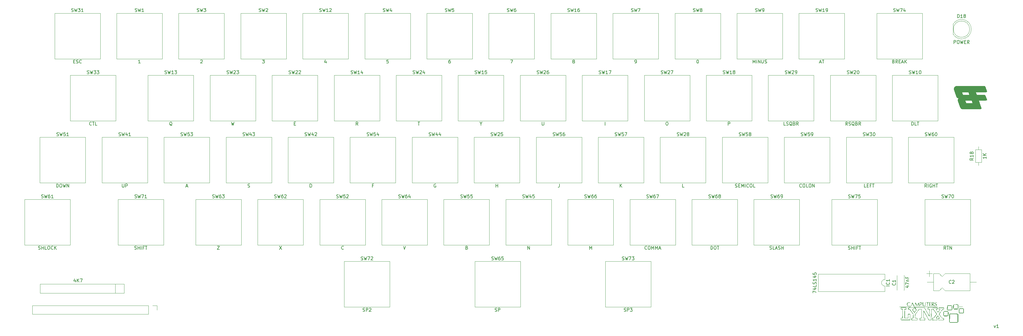
<source format=gbr>
%TF.GenerationSoftware,KiCad,Pcbnew,7.0.7*%
%TF.CreationDate,2024-01-28T23:49:53+00:00*%
%TF.ProjectId,Lynx-Keyboard,4c796e78-2d4b-4657-9962-6f6172642e6b,rev?*%
%TF.SameCoordinates,Original*%
%TF.FileFunction,Legend,Top*%
%TF.FilePolarity,Positive*%
%FSLAX46Y46*%
G04 Gerber Fmt 4.6, Leading zero omitted, Abs format (unit mm)*
G04 Created by KiCad (PCBNEW 7.0.7) date 2024-01-28 23:49:53*
%MOMM*%
%LPD*%
G01*
G04 APERTURE LIST*
%ADD10C,0.150000*%
%ADD11C,0.120000*%
G04 APERTURE END LIST*
D10*
X339841541Y-141443152D02*
X340079636Y-142109819D01*
X340079636Y-142109819D02*
X340317731Y-141443152D01*
X341222493Y-142109819D02*
X340651065Y-142109819D01*
X340936779Y-142109819D02*
X340936779Y-141109819D01*
X340936779Y-141109819D02*
X340841541Y-141252676D01*
X340841541Y-141252676D02*
X340746303Y-141347914D01*
X340746303Y-141347914D02*
X340651065Y-141395533D01*
X328655714Y-47184819D02*
X328655714Y-46184819D01*
X328655714Y-46184819D02*
X328893809Y-46184819D01*
X328893809Y-46184819D02*
X329036666Y-46232438D01*
X329036666Y-46232438D02*
X329131904Y-46327676D01*
X329131904Y-46327676D02*
X329179523Y-46422914D01*
X329179523Y-46422914D02*
X329227142Y-46613390D01*
X329227142Y-46613390D02*
X329227142Y-46756247D01*
X329227142Y-46756247D02*
X329179523Y-46946723D01*
X329179523Y-46946723D02*
X329131904Y-47041961D01*
X329131904Y-47041961D02*
X329036666Y-47137200D01*
X329036666Y-47137200D02*
X328893809Y-47184819D01*
X328893809Y-47184819D02*
X328655714Y-47184819D01*
X330179523Y-47184819D02*
X329608095Y-47184819D01*
X329893809Y-47184819D02*
X329893809Y-46184819D01*
X329893809Y-46184819D02*
X329798571Y-46327676D01*
X329798571Y-46327676D02*
X329703333Y-46422914D01*
X329703333Y-46422914D02*
X329608095Y-46470533D01*
X330750952Y-46613390D02*
X330655714Y-46565771D01*
X330655714Y-46565771D02*
X330608095Y-46518152D01*
X330608095Y-46518152D02*
X330560476Y-46422914D01*
X330560476Y-46422914D02*
X330560476Y-46375295D01*
X330560476Y-46375295D02*
X330608095Y-46280057D01*
X330608095Y-46280057D02*
X330655714Y-46232438D01*
X330655714Y-46232438D02*
X330750952Y-46184819D01*
X330750952Y-46184819D02*
X330941428Y-46184819D01*
X330941428Y-46184819D02*
X331036666Y-46232438D01*
X331036666Y-46232438D02*
X331084285Y-46280057D01*
X331084285Y-46280057D02*
X331131904Y-46375295D01*
X331131904Y-46375295D02*
X331131904Y-46422914D01*
X331131904Y-46422914D02*
X331084285Y-46518152D01*
X331084285Y-46518152D02*
X331036666Y-46565771D01*
X331036666Y-46565771D02*
X330941428Y-46613390D01*
X330941428Y-46613390D02*
X330750952Y-46613390D01*
X330750952Y-46613390D02*
X330655714Y-46661009D01*
X330655714Y-46661009D02*
X330608095Y-46708628D01*
X330608095Y-46708628D02*
X330560476Y-46803866D01*
X330560476Y-46803866D02*
X330560476Y-46994342D01*
X330560476Y-46994342D02*
X330608095Y-47089580D01*
X330608095Y-47089580D02*
X330655714Y-47137200D01*
X330655714Y-47137200D02*
X330750952Y-47184819D01*
X330750952Y-47184819D02*
X330941428Y-47184819D01*
X330941428Y-47184819D02*
X331036666Y-47137200D01*
X331036666Y-47137200D02*
X331084285Y-47089580D01*
X331084285Y-47089580D02*
X331131904Y-46994342D01*
X331131904Y-46994342D02*
X331131904Y-46803866D01*
X331131904Y-46803866D02*
X331084285Y-46708628D01*
X331084285Y-46708628D02*
X331036666Y-46661009D01*
X331036666Y-46661009D02*
X330941428Y-46613390D01*
X327560476Y-55104819D02*
X327560476Y-54104819D01*
X327560476Y-54104819D02*
X327941428Y-54104819D01*
X327941428Y-54104819D02*
X328036666Y-54152438D01*
X328036666Y-54152438D02*
X328084285Y-54200057D01*
X328084285Y-54200057D02*
X328131904Y-54295295D01*
X328131904Y-54295295D02*
X328131904Y-54438152D01*
X328131904Y-54438152D02*
X328084285Y-54533390D01*
X328084285Y-54533390D02*
X328036666Y-54581009D01*
X328036666Y-54581009D02*
X327941428Y-54628628D01*
X327941428Y-54628628D02*
X327560476Y-54628628D01*
X328750952Y-54104819D02*
X328941428Y-54104819D01*
X328941428Y-54104819D02*
X329036666Y-54152438D01*
X329036666Y-54152438D02*
X329131904Y-54247676D01*
X329131904Y-54247676D02*
X329179523Y-54438152D01*
X329179523Y-54438152D02*
X329179523Y-54771485D01*
X329179523Y-54771485D02*
X329131904Y-54961961D01*
X329131904Y-54961961D02*
X329036666Y-55057200D01*
X329036666Y-55057200D02*
X328941428Y-55104819D01*
X328941428Y-55104819D02*
X328750952Y-55104819D01*
X328750952Y-55104819D02*
X328655714Y-55057200D01*
X328655714Y-55057200D02*
X328560476Y-54961961D01*
X328560476Y-54961961D02*
X328512857Y-54771485D01*
X328512857Y-54771485D02*
X328512857Y-54438152D01*
X328512857Y-54438152D02*
X328560476Y-54247676D01*
X328560476Y-54247676D02*
X328655714Y-54152438D01*
X328655714Y-54152438D02*
X328750952Y-54104819D01*
X329512857Y-54104819D02*
X329750952Y-55104819D01*
X329750952Y-55104819D02*
X329941428Y-54390533D01*
X329941428Y-54390533D02*
X330131904Y-55104819D01*
X330131904Y-55104819D02*
X330370000Y-54104819D01*
X330750952Y-54581009D02*
X331084285Y-54581009D01*
X331227142Y-55104819D02*
X330750952Y-55104819D01*
X330750952Y-55104819D02*
X330750952Y-54104819D01*
X330750952Y-54104819D02*
X331227142Y-54104819D01*
X332227142Y-55104819D02*
X331893809Y-54628628D01*
X331655714Y-55104819D02*
X331655714Y-54104819D01*
X331655714Y-54104819D02*
X332036666Y-54104819D01*
X332036666Y-54104819D02*
X332131904Y-54152438D01*
X332131904Y-54152438D02*
X332179523Y-54200057D01*
X332179523Y-54200057D02*
X332227142Y-54295295D01*
X332227142Y-54295295D02*
X332227142Y-54438152D01*
X332227142Y-54438152D02*
X332179523Y-54533390D01*
X332179523Y-54533390D02*
X332131904Y-54581009D01*
X332131904Y-54581009D02*
X332036666Y-54628628D01*
X332036666Y-54628628D02*
X331655714Y-54628628D01*
X326683333Y-128472080D02*
X326635714Y-128519700D01*
X326635714Y-128519700D02*
X326492857Y-128567319D01*
X326492857Y-128567319D02*
X326397619Y-128567319D01*
X326397619Y-128567319D02*
X326254762Y-128519700D01*
X326254762Y-128519700D02*
X326159524Y-128424461D01*
X326159524Y-128424461D02*
X326111905Y-128329223D01*
X326111905Y-128329223D02*
X326064286Y-128138747D01*
X326064286Y-128138747D02*
X326064286Y-127995890D01*
X326064286Y-127995890D02*
X326111905Y-127805414D01*
X326111905Y-127805414D02*
X326159524Y-127710176D01*
X326159524Y-127710176D02*
X326254762Y-127614938D01*
X326254762Y-127614938D02*
X326397619Y-127567319D01*
X326397619Y-127567319D02*
X326492857Y-127567319D01*
X326492857Y-127567319D02*
X326635714Y-127614938D01*
X326635714Y-127614938D02*
X326683333Y-127662557D01*
X327064286Y-127662557D02*
X327111905Y-127614938D01*
X327111905Y-127614938D02*
X327207143Y-127567319D01*
X327207143Y-127567319D02*
X327445238Y-127567319D01*
X327445238Y-127567319D02*
X327540476Y-127614938D01*
X327540476Y-127614938D02*
X327588095Y-127662557D01*
X327588095Y-127662557D02*
X327635714Y-127757795D01*
X327635714Y-127757795D02*
X327635714Y-127853033D01*
X327635714Y-127853033D02*
X327588095Y-127995890D01*
X327588095Y-127995890D02*
X327016667Y-128567319D01*
X327016667Y-128567319D02*
X327635714Y-128567319D01*
X71750476Y-83313200D02*
X71893333Y-83360819D01*
X71893333Y-83360819D02*
X72131428Y-83360819D01*
X72131428Y-83360819D02*
X72226666Y-83313200D01*
X72226666Y-83313200D02*
X72274285Y-83265580D01*
X72274285Y-83265580D02*
X72321904Y-83170342D01*
X72321904Y-83170342D02*
X72321904Y-83075104D01*
X72321904Y-83075104D02*
X72274285Y-82979866D01*
X72274285Y-82979866D02*
X72226666Y-82932247D01*
X72226666Y-82932247D02*
X72131428Y-82884628D01*
X72131428Y-82884628D02*
X71940952Y-82837009D01*
X71940952Y-82837009D02*
X71845714Y-82789390D01*
X71845714Y-82789390D02*
X71798095Y-82741771D01*
X71798095Y-82741771D02*
X71750476Y-82646533D01*
X71750476Y-82646533D02*
X71750476Y-82551295D01*
X71750476Y-82551295D02*
X71798095Y-82456057D01*
X71798095Y-82456057D02*
X71845714Y-82408438D01*
X71845714Y-82408438D02*
X71940952Y-82360819D01*
X71940952Y-82360819D02*
X72179047Y-82360819D01*
X72179047Y-82360819D02*
X72321904Y-82408438D01*
X72655238Y-82360819D02*
X72893333Y-83360819D01*
X72893333Y-83360819D02*
X73083809Y-82646533D01*
X73083809Y-82646533D02*
X73274285Y-83360819D01*
X73274285Y-83360819D02*
X73512381Y-82360819D01*
X74321904Y-82694152D02*
X74321904Y-83360819D01*
X74083809Y-82313200D02*
X73845714Y-83027485D01*
X73845714Y-83027485D02*
X74464761Y-83027485D01*
X75369523Y-83360819D02*
X74798095Y-83360819D01*
X75083809Y-83360819D02*
X75083809Y-82360819D01*
X75083809Y-82360819D02*
X74988571Y-82503676D01*
X74988571Y-82503676D02*
X74893333Y-82598914D01*
X74893333Y-82598914D02*
X74798095Y-82646533D01*
X72774286Y-98108819D02*
X72774286Y-98918342D01*
X72774286Y-98918342D02*
X72821905Y-99013580D01*
X72821905Y-99013580D02*
X72869524Y-99061200D01*
X72869524Y-99061200D02*
X72964762Y-99108819D01*
X72964762Y-99108819D02*
X73155238Y-99108819D01*
X73155238Y-99108819D02*
X73250476Y-99061200D01*
X73250476Y-99061200D02*
X73298095Y-99013580D01*
X73298095Y-99013580D02*
X73345714Y-98918342D01*
X73345714Y-98918342D02*
X73345714Y-98108819D01*
X73821905Y-99108819D02*
X73821905Y-98108819D01*
X73821905Y-98108819D02*
X74202857Y-98108819D01*
X74202857Y-98108819D02*
X74298095Y-98156438D01*
X74298095Y-98156438D02*
X74345714Y-98204057D01*
X74345714Y-98204057D02*
X74393333Y-98299295D01*
X74393333Y-98299295D02*
X74393333Y-98442152D01*
X74393333Y-98442152D02*
X74345714Y-98537390D01*
X74345714Y-98537390D02*
X74298095Y-98585009D01*
X74298095Y-98585009D02*
X74202857Y-98632628D01*
X74202857Y-98632628D02*
X73821905Y-98632628D01*
X309050476Y-45313200D02*
X309193333Y-45360819D01*
X309193333Y-45360819D02*
X309431428Y-45360819D01*
X309431428Y-45360819D02*
X309526666Y-45313200D01*
X309526666Y-45313200D02*
X309574285Y-45265580D01*
X309574285Y-45265580D02*
X309621904Y-45170342D01*
X309621904Y-45170342D02*
X309621904Y-45075104D01*
X309621904Y-45075104D02*
X309574285Y-44979866D01*
X309574285Y-44979866D02*
X309526666Y-44932247D01*
X309526666Y-44932247D02*
X309431428Y-44884628D01*
X309431428Y-44884628D02*
X309240952Y-44837009D01*
X309240952Y-44837009D02*
X309145714Y-44789390D01*
X309145714Y-44789390D02*
X309098095Y-44741771D01*
X309098095Y-44741771D02*
X309050476Y-44646533D01*
X309050476Y-44646533D02*
X309050476Y-44551295D01*
X309050476Y-44551295D02*
X309098095Y-44456057D01*
X309098095Y-44456057D02*
X309145714Y-44408438D01*
X309145714Y-44408438D02*
X309240952Y-44360819D01*
X309240952Y-44360819D02*
X309479047Y-44360819D01*
X309479047Y-44360819D02*
X309621904Y-44408438D01*
X309955238Y-44360819D02*
X310193333Y-45360819D01*
X310193333Y-45360819D02*
X310383809Y-44646533D01*
X310383809Y-44646533D02*
X310574285Y-45360819D01*
X310574285Y-45360819D02*
X310812381Y-44360819D01*
X311098095Y-44360819D02*
X311764761Y-44360819D01*
X311764761Y-44360819D02*
X311336190Y-45360819D01*
X312574285Y-44694152D02*
X312574285Y-45360819D01*
X312336190Y-44313200D02*
X312098095Y-45027485D01*
X312098095Y-45027485D02*
X312717142Y-45027485D01*
X309050476Y-60585009D02*
X309193333Y-60632628D01*
X309193333Y-60632628D02*
X309240952Y-60680247D01*
X309240952Y-60680247D02*
X309288571Y-60775485D01*
X309288571Y-60775485D02*
X309288571Y-60918342D01*
X309288571Y-60918342D02*
X309240952Y-61013580D01*
X309240952Y-61013580D02*
X309193333Y-61061200D01*
X309193333Y-61061200D02*
X309098095Y-61108819D01*
X309098095Y-61108819D02*
X308717143Y-61108819D01*
X308717143Y-61108819D02*
X308717143Y-60108819D01*
X308717143Y-60108819D02*
X309050476Y-60108819D01*
X309050476Y-60108819D02*
X309145714Y-60156438D01*
X309145714Y-60156438D02*
X309193333Y-60204057D01*
X309193333Y-60204057D02*
X309240952Y-60299295D01*
X309240952Y-60299295D02*
X309240952Y-60394533D01*
X309240952Y-60394533D02*
X309193333Y-60489771D01*
X309193333Y-60489771D02*
X309145714Y-60537390D01*
X309145714Y-60537390D02*
X309050476Y-60585009D01*
X309050476Y-60585009D02*
X308717143Y-60585009D01*
X310288571Y-61108819D02*
X309955238Y-60632628D01*
X309717143Y-61108819D02*
X309717143Y-60108819D01*
X309717143Y-60108819D02*
X310098095Y-60108819D01*
X310098095Y-60108819D02*
X310193333Y-60156438D01*
X310193333Y-60156438D02*
X310240952Y-60204057D01*
X310240952Y-60204057D02*
X310288571Y-60299295D01*
X310288571Y-60299295D02*
X310288571Y-60442152D01*
X310288571Y-60442152D02*
X310240952Y-60537390D01*
X310240952Y-60537390D02*
X310193333Y-60585009D01*
X310193333Y-60585009D02*
X310098095Y-60632628D01*
X310098095Y-60632628D02*
X309717143Y-60632628D01*
X310717143Y-60585009D02*
X311050476Y-60585009D01*
X311193333Y-61108819D02*
X310717143Y-61108819D01*
X310717143Y-61108819D02*
X310717143Y-60108819D01*
X310717143Y-60108819D02*
X311193333Y-60108819D01*
X311574286Y-60823104D02*
X312050476Y-60823104D01*
X311479048Y-61108819D02*
X311812381Y-60108819D01*
X311812381Y-60108819D02*
X312145714Y-61108819D01*
X312479048Y-61108819D02*
X312479048Y-60108819D01*
X313050476Y-61108819D02*
X312621905Y-60537390D01*
X313050476Y-60108819D02*
X312479048Y-60680247D01*
X171726667Y-45313200D02*
X171869524Y-45360819D01*
X171869524Y-45360819D02*
X172107619Y-45360819D01*
X172107619Y-45360819D02*
X172202857Y-45313200D01*
X172202857Y-45313200D02*
X172250476Y-45265580D01*
X172250476Y-45265580D02*
X172298095Y-45170342D01*
X172298095Y-45170342D02*
X172298095Y-45075104D01*
X172298095Y-45075104D02*
X172250476Y-44979866D01*
X172250476Y-44979866D02*
X172202857Y-44932247D01*
X172202857Y-44932247D02*
X172107619Y-44884628D01*
X172107619Y-44884628D02*
X171917143Y-44837009D01*
X171917143Y-44837009D02*
X171821905Y-44789390D01*
X171821905Y-44789390D02*
X171774286Y-44741771D01*
X171774286Y-44741771D02*
X171726667Y-44646533D01*
X171726667Y-44646533D02*
X171726667Y-44551295D01*
X171726667Y-44551295D02*
X171774286Y-44456057D01*
X171774286Y-44456057D02*
X171821905Y-44408438D01*
X171821905Y-44408438D02*
X171917143Y-44360819D01*
X171917143Y-44360819D02*
X172155238Y-44360819D01*
X172155238Y-44360819D02*
X172298095Y-44408438D01*
X172631429Y-44360819D02*
X172869524Y-45360819D01*
X172869524Y-45360819D02*
X173060000Y-44646533D01*
X173060000Y-44646533D02*
X173250476Y-45360819D01*
X173250476Y-45360819D02*
X173488572Y-44360819D01*
X174345714Y-44360819D02*
X173869524Y-44360819D01*
X173869524Y-44360819D02*
X173821905Y-44837009D01*
X173821905Y-44837009D02*
X173869524Y-44789390D01*
X173869524Y-44789390D02*
X173964762Y-44741771D01*
X173964762Y-44741771D02*
X174202857Y-44741771D01*
X174202857Y-44741771D02*
X174298095Y-44789390D01*
X174298095Y-44789390D02*
X174345714Y-44837009D01*
X174345714Y-44837009D02*
X174393333Y-44932247D01*
X174393333Y-44932247D02*
X174393333Y-45170342D01*
X174393333Y-45170342D02*
X174345714Y-45265580D01*
X174345714Y-45265580D02*
X174298095Y-45313200D01*
X174298095Y-45313200D02*
X174202857Y-45360819D01*
X174202857Y-45360819D02*
X173964762Y-45360819D01*
X173964762Y-45360819D02*
X173869524Y-45313200D01*
X173869524Y-45313200D02*
X173821905Y-45265580D01*
X173250476Y-60108819D02*
X173060000Y-60108819D01*
X173060000Y-60108819D02*
X172964762Y-60156438D01*
X172964762Y-60156438D02*
X172917143Y-60204057D01*
X172917143Y-60204057D02*
X172821905Y-60346914D01*
X172821905Y-60346914D02*
X172774286Y-60537390D01*
X172774286Y-60537390D02*
X172774286Y-60918342D01*
X172774286Y-60918342D02*
X172821905Y-61013580D01*
X172821905Y-61013580D02*
X172869524Y-61061200D01*
X172869524Y-61061200D02*
X172964762Y-61108819D01*
X172964762Y-61108819D02*
X173155238Y-61108819D01*
X173155238Y-61108819D02*
X173250476Y-61061200D01*
X173250476Y-61061200D02*
X173298095Y-61013580D01*
X173298095Y-61013580D02*
X173345714Y-60918342D01*
X173345714Y-60918342D02*
X173345714Y-60680247D01*
X173345714Y-60680247D02*
X173298095Y-60585009D01*
X173298095Y-60585009D02*
X173250476Y-60537390D01*
X173250476Y-60537390D02*
X173155238Y-60489771D01*
X173155238Y-60489771D02*
X172964762Y-60489771D01*
X172964762Y-60489771D02*
X172869524Y-60537390D01*
X172869524Y-60537390D02*
X172821905Y-60585009D01*
X172821905Y-60585009D02*
X172774286Y-60680247D01*
X204750476Y-83313200D02*
X204893333Y-83360819D01*
X204893333Y-83360819D02*
X205131428Y-83360819D01*
X205131428Y-83360819D02*
X205226666Y-83313200D01*
X205226666Y-83313200D02*
X205274285Y-83265580D01*
X205274285Y-83265580D02*
X205321904Y-83170342D01*
X205321904Y-83170342D02*
X205321904Y-83075104D01*
X205321904Y-83075104D02*
X205274285Y-82979866D01*
X205274285Y-82979866D02*
X205226666Y-82932247D01*
X205226666Y-82932247D02*
X205131428Y-82884628D01*
X205131428Y-82884628D02*
X204940952Y-82837009D01*
X204940952Y-82837009D02*
X204845714Y-82789390D01*
X204845714Y-82789390D02*
X204798095Y-82741771D01*
X204798095Y-82741771D02*
X204750476Y-82646533D01*
X204750476Y-82646533D02*
X204750476Y-82551295D01*
X204750476Y-82551295D02*
X204798095Y-82456057D01*
X204798095Y-82456057D02*
X204845714Y-82408438D01*
X204845714Y-82408438D02*
X204940952Y-82360819D01*
X204940952Y-82360819D02*
X205179047Y-82360819D01*
X205179047Y-82360819D02*
X205321904Y-82408438D01*
X205655238Y-82360819D02*
X205893333Y-83360819D01*
X205893333Y-83360819D02*
X206083809Y-82646533D01*
X206083809Y-82646533D02*
X206274285Y-83360819D01*
X206274285Y-83360819D02*
X206512381Y-82360819D01*
X207369523Y-82360819D02*
X206893333Y-82360819D01*
X206893333Y-82360819D02*
X206845714Y-82837009D01*
X206845714Y-82837009D02*
X206893333Y-82789390D01*
X206893333Y-82789390D02*
X206988571Y-82741771D01*
X206988571Y-82741771D02*
X207226666Y-82741771D01*
X207226666Y-82741771D02*
X207321904Y-82789390D01*
X207321904Y-82789390D02*
X207369523Y-82837009D01*
X207369523Y-82837009D02*
X207417142Y-82932247D01*
X207417142Y-82932247D02*
X207417142Y-83170342D01*
X207417142Y-83170342D02*
X207369523Y-83265580D01*
X207369523Y-83265580D02*
X207321904Y-83313200D01*
X207321904Y-83313200D02*
X207226666Y-83360819D01*
X207226666Y-83360819D02*
X206988571Y-83360819D01*
X206988571Y-83360819D02*
X206893333Y-83313200D01*
X206893333Y-83313200D02*
X206845714Y-83265580D01*
X208274285Y-82360819D02*
X208083809Y-82360819D01*
X208083809Y-82360819D02*
X207988571Y-82408438D01*
X207988571Y-82408438D02*
X207940952Y-82456057D01*
X207940952Y-82456057D02*
X207845714Y-82598914D01*
X207845714Y-82598914D02*
X207798095Y-82789390D01*
X207798095Y-82789390D02*
X207798095Y-83170342D01*
X207798095Y-83170342D02*
X207845714Y-83265580D01*
X207845714Y-83265580D02*
X207893333Y-83313200D01*
X207893333Y-83313200D02*
X207988571Y-83360819D01*
X207988571Y-83360819D02*
X208179047Y-83360819D01*
X208179047Y-83360819D02*
X208274285Y-83313200D01*
X208274285Y-83313200D02*
X208321904Y-83265580D01*
X208321904Y-83265580D02*
X208369523Y-83170342D01*
X208369523Y-83170342D02*
X208369523Y-82932247D01*
X208369523Y-82932247D02*
X208321904Y-82837009D01*
X208321904Y-82837009D02*
X208274285Y-82789390D01*
X208274285Y-82789390D02*
X208179047Y-82741771D01*
X208179047Y-82741771D02*
X207988571Y-82741771D01*
X207988571Y-82741771D02*
X207893333Y-82789390D01*
X207893333Y-82789390D02*
X207845714Y-82837009D01*
X207845714Y-82837009D02*
X207798095Y-82932247D01*
X206702857Y-98108819D02*
X206702857Y-98823104D01*
X206702857Y-98823104D02*
X206655238Y-98965961D01*
X206655238Y-98965961D02*
X206560000Y-99061200D01*
X206560000Y-99061200D02*
X206417143Y-99108819D01*
X206417143Y-99108819D02*
X206321905Y-99108819D01*
X152726667Y-45313200D02*
X152869524Y-45360819D01*
X152869524Y-45360819D02*
X153107619Y-45360819D01*
X153107619Y-45360819D02*
X153202857Y-45313200D01*
X153202857Y-45313200D02*
X153250476Y-45265580D01*
X153250476Y-45265580D02*
X153298095Y-45170342D01*
X153298095Y-45170342D02*
X153298095Y-45075104D01*
X153298095Y-45075104D02*
X153250476Y-44979866D01*
X153250476Y-44979866D02*
X153202857Y-44932247D01*
X153202857Y-44932247D02*
X153107619Y-44884628D01*
X153107619Y-44884628D02*
X152917143Y-44837009D01*
X152917143Y-44837009D02*
X152821905Y-44789390D01*
X152821905Y-44789390D02*
X152774286Y-44741771D01*
X152774286Y-44741771D02*
X152726667Y-44646533D01*
X152726667Y-44646533D02*
X152726667Y-44551295D01*
X152726667Y-44551295D02*
X152774286Y-44456057D01*
X152774286Y-44456057D02*
X152821905Y-44408438D01*
X152821905Y-44408438D02*
X152917143Y-44360819D01*
X152917143Y-44360819D02*
X153155238Y-44360819D01*
X153155238Y-44360819D02*
X153298095Y-44408438D01*
X153631429Y-44360819D02*
X153869524Y-45360819D01*
X153869524Y-45360819D02*
X154060000Y-44646533D01*
X154060000Y-44646533D02*
X154250476Y-45360819D01*
X154250476Y-45360819D02*
X154488572Y-44360819D01*
X155298095Y-44694152D02*
X155298095Y-45360819D01*
X155060000Y-44313200D02*
X154821905Y-45027485D01*
X154821905Y-45027485D02*
X155440952Y-45027485D01*
X154298095Y-60108819D02*
X153821905Y-60108819D01*
X153821905Y-60108819D02*
X153774286Y-60585009D01*
X153774286Y-60585009D02*
X153821905Y-60537390D01*
X153821905Y-60537390D02*
X153917143Y-60489771D01*
X153917143Y-60489771D02*
X154155238Y-60489771D01*
X154155238Y-60489771D02*
X154250476Y-60537390D01*
X154250476Y-60537390D02*
X154298095Y-60585009D01*
X154298095Y-60585009D02*
X154345714Y-60680247D01*
X154345714Y-60680247D02*
X154345714Y-60918342D01*
X154345714Y-60918342D02*
X154298095Y-61013580D01*
X154298095Y-61013580D02*
X154250476Y-61061200D01*
X154250476Y-61061200D02*
X154155238Y-61108819D01*
X154155238Y-61108819D02*
X153917143Y-61108819D01*
X153917143Y-61108819D02*
X153821905Y-61061200D01*
X153821905Y-61061200D02*
X153774286Y-61013580D01*
X123850476Y-64313200D02*
X123993333Y-64360819D01*
X123993333Y-64360819D02*
X124231428Y-64360819D01*
X124231428Y-64360819D02*
X124326666Y-64313200D01*
X124326666Y-64313200D02*
X124374285Y-64265580D01*
X124374285Y-64265580D02*
X124421904Y-64170342D01*
X124421904Y-64170342D02*
X124421904Y-64075104D01*
X124421904Y-64075104D02*
X124374285Y-63979866D01*
X124374285Y-63979866D02*
X124326666Y-63932247D01*
X124326666Y-63932247D02*
X124231428Y-63884628D01*
X124231428Y-63884628D02*
X124040952Y-63837009D01*
X124040952Y-63837009D02*
X123945714Y-63789390D01*
X123945714Y-63789390D02*
X123898095Y-63741771D01*
X123898095Y-63741771D02*
X123850476Y-63646533D01*
X123850476Y-63646533D02*
X123850476Y-63551295D01*
X123850476Y-63551295D02*
X123898095Y-63456057D01*
X123898095Y-63456057D02*
X123945714Y-63408438D01*
X123945714Y-63408438D02*
X124040952Y-63360819D01*
X124040952Y-63360819D02*
X124279047Y-63360819D01*
X124279047Y-63360819D02*
X124421904Y-63408438D01*
X124755238Y-63360819D02*
X124993333Y-64360819D01*
X124993333Y-64360819D02*
X125183809Y-63646533D01*
X125183809Y-63646533D02*
X125374285Y-64360819D01*
X125374285Y-64360819D02*
X125612381Y-63360819D01*
X125945714Y-63456057D02*
X125993333Y-63408438D01*
X125993333Y-63408438D02*
X126088571Y-63360819D01*
X126088571Y-63360819D02*
X126326666Y-63360819D01*
X126326666Y-63360819D02*
X126421904Y-63408438D01*
X126421904Y-63408438D02*
X126469523Y-63456057D01*
X126469523Y-63456057D02*
X126517142Y-63551295D01*
X126517142Y-63551295D02*
X126517142Y-63646533D01*
X126517142Y-63646533D02*
X126469523Y-63789390D01*
X126469523Y-63789390D02*
X125898095Y-64360819D01*
X125898095Y-64360819D02*
X126517142Y-64360819D01*
X126898095Y-63456057D02*
X126945714Y-63408438D01*
X126945714Y-63408438D02*
X127040952Y-63360819D01*
X127040952Y-63360819D02*
X127279047Y-63360819D01*
X127279047Y-63360819D02*
X127374285Y-63408438D01*
X127374285Y-63408438D02*
X127421904Y-63456057D01*
X127421904Y-63456057D02*
X127469523Y-63551295D01*
X127469523Y-63551295D02*
X127469523Y-63646533D01*
X127469523Y-63646533D02*
X127421904Y-63789390D01*
X127421904Y-63789390D02*
X126850476Y-64360819D01*
X126850476Y-64360819D02*
X127469523Y-64360819D01*
X125445714Y-79585009D02*
X125779047Y-79585009D01*
X125921904Y-80108819D02*
X125445714Y-80108819D01*
X125445714Y-80108819D02*
X125445714Y-79108819D01*
X125445714Y-79108819D02*
X125921904Y-79108819D01*
X166750476Y-83313200D02*
X166893333Y-83360819D01*
X166893333Y-83360819D02*
X167131428Y-83360819D01*
X167131428Y-83360819D02*
X167226666Y-83313200D01*
X167226666Y-83313200D02*
X167274285Y-83265580D01*
X167274285Y-83265580D02*
X167321904Y-83170342D01*
X167321904Y-83170342D02*
X167321904Y-83075104D01*
X167321904Y-83075104D02*
X167274285Y-82979866D01*
X167274285Y-82979866D02*
X167226666Y-82932247D01*
X167226666Y-82932247D02*
X167131428Y-82884628D01*
X167131428Y-82884628D02*
X166940952Y-82837009D01*
X166940952Y-82837009D02*
X166845714Y-82789390D01*
X166845714Y-82789390D02*
X166798095Y-82741771D01*
X166798095Y-82741771D02*
X166750476Y-82646533D01*
X166750476Y-82646533D02*
X166750476Y-82551295D01*
X166750476Y-82551295D02*
X166798095Y-82456057D01*
X166798095Y-82456057D02*
X166845714Y-82408438D01*
X166845714Y-82408438D02*
X166940952Y-82360819D01*
X166940952Y-82360819D02*
X167179047Y-82360819D01*
X167179047Y-82360819D02*
X167321904Y-82408438D01*
X167655238Y-82360819D02*
X167893333Y-83360819D01*
X167893333Y-83360819D02*
X168083809Y-82646533D01*
X168083809Y-82646533D02*
X168274285Y-83360819D01*
X168274285Y-83360819D02*
X168512381Y-82360819D01*
X169321904Y-82694152D02*
X169321904Y-83360819D01*
X169083809Y-82313200D02*
X168845714Y-83027485D01*
X168845714Y-83027485D02*
X169464761Y-83027485D01*
X170274285Y-82694152D02*
X170274285Y-83360819D01*
X170036190Y-82313200D02*
X169798095Y-83027485D01*
X169798095Y-83027485D02*
X170417142Y-83027485D01*
X168821904Y-98156438D02*
X168726666Y-98108819D01*
X168726666Y-98108819D02*
X168583809Y-98108819D01*
X168583809Y-98108819D02*
X168440952Y-98156438D01*
X168440952Y-98156438D02*
X168345714Y-98251676D01*
X168345714Y-98251676D02*
X168298095Y-98346914D01*
X168298095Y-98346914D02*
X168250476Y-98537390D01*
X168250476Y-98537390D02*
X168250476Y-98680247D01*
X168250476Y-98680247D02*
X168298095Y-98870723D01*
X168298095Y-98870723D02*
X168345714Y-98965961D01*
X168345714Y-98965961D02*
X168440952Y-99061200D01*
X168440952Y-99061200D02*
X168583809Y-99108819D01*
X168583809Y-99108819D02*
X168679047Y-99108819D01*
X168679047Y-99108819D02*
X168821904Y-99061200D01*
X168821904Y-99061200D02*
X168869523Y-99013580D01*
X168869523Y-99013580D02*
X168869523Y-98680247D01*
X168869523Y-98680247D02*
X168679047Y-98680247D01*
X157450476Y-102313200D02*
X157593333Y-102360819D01*
X157593333Y-102360819D02*
X157831428Y-102360819D01*
X157831428Y-102360819D02*
X157926666Y-102313200D01*
X157926666Y-102313200D02*
X157974285Y-102265580D01*
X157974285Y-102265580D02*
X158021904Y-102170342D01*
X158021904Y-102170342D02*
X158021904Y-102075104D01*
X158021904Y-102075104D02*
X157974285Y-101979866D01*
X157974285Y-101979866D02*
X157926666Y-101932247D01*
X157926666Y-101932247D02*
X157831428Y-101884628D01*
X157831428Y-101884628D02*
X157640952Y-101837009D01*
X157640952Y-101837009D02*
X157545714Y-101789390D01*
X157545714Y-101789390D02*
X157498095Y-101741771D01*
X157498095Y-101741771D02*
X157450476Y-101646533D01*
X157450476Y-101646533D02*
X157450476Y-101551295D01*
X157450476Y-101551295D02*
X157498095Y-101456057D01*
X157498095Y-101456057D02*
X157545714Y-101408438D01*
X157545714Y-101408438D02*
X157640952Y-101360819D01*
X157640952Y-101360819D02*
X157879047Y-101360819D01*
X157879047Y-101360819D02*
X158021904Y-101408438D01*
X158355238Y-101360819D02*
X158593333Y-102360819D01*
X158593333Y-102360819D02*
X158783809Y-101646533D01*
X158783809Y-101646533D02*
X158974285Y-102360819D01*
X158974285Y-102360819D02*
X159212381Y-101360819D01*
X160021904Y-101360819D02*
X159831428Y-101360819D01*
X159831428Y-101360819D02*
X159736190Y-101408438D01*
X159736190Y-101408438D02*
X159688571Y-101456057D01*
X159688571Y-101456057D02*
X159593333Y-101598914D01*
X159593333Y-101598914D02*
X159545714Y-101789390D01*
X159545714Y-101789390D02*
X159545714Y-102170342D01*
X159545714Y-102170342D02*
X159593333Y-102265580D01*
X159593333Y-102265580D02*
X159640952Y-102313200D01*
X159640952Y-102313200D02*
X159736190Y-102360819D01*
X159736190Y-102360819D02*
X159926666Y-102360819D01*
X159926666Y-102360819D02*
X160021904Y-102313200D01*
X160021904Y-102313200D02*
X160069523Y-102265580D01*
X160069523Y-102265580D02*
X160117142Y-102170342D01*
X160117142Y-102170342D02*
X160117142Y-101932247D01*
X160117142Y-101932247D02*
X160069523Y-101837009D01*
X160069523Y-101837009D02*
X160021904Y-101789390D01*
X160021904Y-101789390D02*
X159926666Y-101741771D01*
X159926666Y-101741771D02*
X159736190Y-101741771D01*
X159736190Y-101741771D02*
X159640952Y-101789390D01*
X159640952Y-101789390D02*
X159593333Y-101837009D01*
X159593333Y-101837009D02*
X159545714Y-101932247D01*
X160974285Y-101694152D02*
X160974285Y-102360819D01*
X160736190Y-101313200D02*
X160498095Y-102027485D01*
X160498095Y-102027485D02*
X161117142Y-102027485D01*
X158926667Y-117108819D02*
X159260000Y-118108819D01*
X159260000Y-118108819D02*
X159593333Y-117108819D01*
X145950476Y-121313200D02*
X146093333Y-121360819D01*
X146093333Y-121360819D02*
X146331428Y-121360819D01*
X146331428Y-121360819D02*
X146426666Y-121313200D01*
X146426666Y-121313200D02*
X146474285Y-121265580D01*
X146474285Y-121265580D02*
X146521904Y-121170342D01*
X146521904Y-121170342D02*
X146521904Y-121075104D01*
X146521904Y-121075104D02*
X146474285Y-120979866D01*
X146474285Y-120979866D02*
X146426666Y-120932247D01*
X146426666Y-120932247D02*
X146331428Y-120884628D01*
X146331428Y-120884628D02*
X146140952Y-120837009D01*
X146140952Y-120837009D02*
X146045714Y-120789390D01*
X146045714Y-120789390D02*
X145998095Y-120741771D01*
X145998095Y-120741771D02*
X145950476Y-120646533D01*
X145950476Y-120646533D02*
X145950476Y-120551295D01*
X145950476Y-120551295D02*
X145998095Y-120456057D01*
X145998095Y-120456057D02*
X146045714Y-120408438D01*
X146045714Y-120408438D02*
X146140952Y-120360819D01*
X146140952Y-120360819D02*
X146379047Y-120360819D01*
X146379047Y-120360819D02*
X146521904Y-120408438D01*
X146855238Y-120360819D02*
X147093333Y-121360819D01*
X147093333Y-121360819D02*
X147283809Y-120646533D01*
X147283809Y-120646533D02*
X147474285Y-121360819D01*
X147474285Y-121360819D02*
X147712381Y-120360819D01*
X147998095Y-120360819D02*
X148664761Y-120360819D01*
X148664761Y-120360819D02*
X148236190Y-121360819D01*
X148998095Y-120456057D02*
X149045714Y-120408438D01*
X149045714Y-120408438D02*
X149140952Y-120360819D01*
X149140952Y-120360819D02*
X149379047Y-120360819D01*
X149379047Y-120360819D02*
X149474285Y-120408438D01*
X149474285Y-120408438D02*
X149521904Y-120456057D01*
X149521904Y-120456057D02*
X149569523Y-120551295D01*
X149569523Y-120551295D02*
X149569523Y-120646533D01*
X149569523Y-120646533D02*
X149521904Y-120789390D01*
X149521904Y-120789390D02*
X148950476Y-121360819D01*
X148950476Y-121360819D02*
X149569523Y-121360819D01*
X146498095Y-137061200D02*
X146640952Y-137108819D01*
X146640952Y-137108819D02*
X146879047Y-137108819D01*
X146879047Y-137108819D02*
X146974285Y-137061200D01*
X146974285Y-137061200D02*
X147021904Y-137013580D01*
X147021904Y-137013580D02*
X147069523Y-136918342D01*
X147069523Y-136918342D02*
X147069523Y-136823104D01*
X147069523Y-136823104D02*
X147021904Y-136727866D01*
X147021904Y-136727866D02*
X146974285Y-136680247D01*
X146974285Y-136680247D02*
X146879047Y-136632628D01*
X146879047Y-136632628D02*
X146688571Y-136585009D01*
X146688571Y-136585009D02*
X146593333Y-136537390D01*
X146593333Y-136537390D02*
X146545714Y-136489771D01*
X146545714Y-136489771D02*
X146498095Y-136394533D01*
X146498095Y-136394533D02*
X146498095Y-136299295D01*
X146498095Y-136299295D02*
X146545714Y-136204057D01*
X146545714Y-136204057D02*
X146593333Y-136156438D01*
X146593333Y-136156438D02*
X146688571Y-136108819D01*
X146688571Y-136108819D02*
X146926666Y-136108819D01*
X146926666Y-136108819D02*
X147069523Y-136156438D01*
X147498095Y-137108819D02*
X147498095Y-136108819D01*
X147498095Y-136108819D02*
X147879047Y-136108819D01*
X147879047Y-136108819D02*
X147974285Y-136156438D01*
X147974285Y-136156438D02*
X148021904Y-136204057D01*
X148021904Y-136204057D02*
X148069523Y-136299295D01*
X148069523Y-136299295D02*
X148069523Y-136442152D01*
X148069523Y-136442152D02*
X148021904Y-136537390D01*
X148021904Y-136537390D02*
X147974285Y-136585009D01*
X147974285Y-136585009D02*
X147879047Y-136632628D01*
X147879047Y-136632628D02*
X147498095Y-136632628D01*
X148450476Y-136204057D02*
X148498095Y-136156438D01*
X148498095Y-136156438D02*
X148593333Y-136108819D01*
X148593333Y-136108819D02*
X148831428Y-136108819D01*
X148831428Y-136108819D02*
X148926666Y-136156438D01*
X148926666Y-136156438D02*
X148974285Y-136204057D01*
X148974285Y-136204057D02*
X149021904Y-136299295D01*
X149021904Y-136299295D02*
X149021904Y-136394533D01*
X149021904Y-136394533D02*
X148974285Y-136537390D01*
X148974285Y-136537390D02*
X148402857Y-137108819D01*
X148402857Y-137108819D02*
X149021904Y-137108819D01*
X271450476Y-102313200D02*
X271593333Y-102360819D01*
X271593333Y-102360819D02*
X271831428Y-102360819D01*
X271831428Y-102360819D02*
X271926666Y-102313200D01*
X271926666Y-102313200D02*
X271974285Y-102265580D01*
X271974285Y-102265580D02*
X272021904Y-102170342D01*
X272021904Y-102170342D02*
X272021904Y-102075104D01*
X272021904Y-102075104D02*
X271974285Y-101979866D01*
X271974285Y-101979866D02*
X271926666Y-101932247D01*
X271926666Y-101932247D02*
X271831428Y-101884628D01*
X271831428Y-101884628D02*
X271640952Y-101837009D01*
X271640952Y-101837009D02*
X271545714Y-101789390D01*
X271545714Y-101789390D02*
X271498095Y-101741771D01*
X271498095Y-101741771D02*
X271450476Y-101646533D01*
X271450476Y-101646533D02*
X271450476Y-101551295D01*
X271450476Y-101551295D02*
X271498095Y-101456057D01*
X271498095Y-101456057D02*
X271545714Y-101408438D01*
X271545714Y-101408438D02*
X271640952Y-101360819D01*
X271640952Y-101360819D02*
X271879047Y-101360819D01*
X271879047Y-101360819D02*
X272021904Y-101408438D01*
X272355238Y-101360819D02*
X272593333Y-102360819D01*
X272593333Y-102360819D02*
X272783809Y-101646533D01*
X272783809Y-101646533D02*
X272974285Y-102360819D01*
X272974285Y-102360819D02*
X273212381Y-101360819D01*
X274021904Y-101360819D02*
X273831428Y-101360819D01*
X273831428Y-101360819D02*
X273736190Y-101408438D01*
X273736190Y-101408438D02*
X273688571Y-101456057D01*
X273688571Y-101456057D02*
X273593333Y-101598914D01*
X273593333Y-101598914D02*
X273545714Y-101789390D01*
X273545714Y-101789390D02*
X273545714Y-102170342D01*
X273545714Y-102170342D02*
X273593333Y-102265580D01*
X273593333Y-102265580D02*
X273640952Y-102313200D01*
X273640952Y-102313200D02*
X273736190Y-102360819D01*
X273736190Y-102360819D02*
X273926666Y-102360819D01*
X273926666Y-102360819D02*
X274021904Y-102313200D01*
X274021904Y-102313200D02*
X274069523Y-102265580D01*
X274069523Y-102265580D02*
X274117142Y-102170342D01*
X274117142Y-102170342D02*
X274117142Y-101932247D01*
X274117142Y-101932247D02*
X274069523Y-101837009D01*
X274069523Y-101837009D02*
X274021904Y-101789390D01*
X274021904Y-101789390D02*
X273926666Y-101741771D01*
X273926666Y-101741771D02*
X273736190Y-101741771D01*
X273736190Y-101741771D02*
X273640952Y-101789390D01*
X273640952Y-101789390D02*
X273593333Y-101837009D01*
X273593333Y-101837009D02*
X273545714Y-101932247D01*
X274593333Y-102360819D02*
X274783809Y-102360819D01*
X274783809Y-102360819D02*
X274879047Y-102313200D01*
X274879047Y-102313200D02*
X274926666Y-102265580D01*
X274926666Y-102265580D02*
X275021904Y-102122723D01*
X275021904Y-102122723D02*
X275069523Y-101932247D01*
X275069523Y-101932247D02*
X275069523Y-101551295D01*
X275069523Y-101551295D02*
X275021904Y-101456057D01*
X275021904Y-101456057D02*
X274974285Y-101408438D01*
X274974285Y-101408438D02*
X274879047Y-101360819D01*
X274879047Y-101360819D02*
X274688571Y-101360819D01*
X274688571Y-101360819D02*
X274593333Y-101408438D01*
X274593333Y-101408438D02*
X274545714Y-101456057D01*
X274545714Y-101456057D02*
X274498095Y-101551295D01*
X274498095Y-101551295D02*
X274498095Y-101789390D01*
X274498095Y-101789390D02*
X274545714Y-101884628D01*
X274545714Y-101884628D02*
X274593333Y-101932247D01*
X274593333Y-101932247D02*
X274688571Y-101979866D01*
X274688571Y-101979866D02*
X274879047Y-101979866D01*
X274879047Y-101979866D02*
X274974285Y-101932247D01*
X274974285Y-101932247D02*
X275021904Y-101884628D01*
X275021904Y-101884628D02*
X275069523Y-101789390D01*
X271140952Y-118061200D02*
X271283809Y-118108819D01*
X271283809Y-118108819D02*
X271521904Y-118108819D01*
X271521904Y-118108819D02*
X271617142Y-118061200D01*
X271617142Y-118061200D02*
X271664761Y-118013580D01*
X271664761Y-118013580D02*
X271712380Y-117918342D01*
X271712380Y-117918342D02*
X271712380Y-117823104D01*
X271712380Y-117823104D02*
X271664761Y-117727866D01*
X271664761Y-117727866D02*
X271617142Y-117680247D01*
X271617142Y-117680247D02*
X271521904Y-117632628D01*
X271521904Y-117632628D02*
X271331428Y-117585009D01*
X271331428Y-117585009D02*
X271236190Y-117537390D01*
X271236190Y-117537390D02*
X271188571Y-117489771D01*
X271188571Y-117489771D02*
X271140952Y-117394533D01*
X271140952Y-117394533D02*
X271140952Y-117299295D01*
X271140952Y-117299295D02*
X271188571Y-117204057D01*
X271188571Y-117204057D02*
X271236190Y-117156438D01*
X271236190Y-117156438D02*
X271331428Y-117108819D01*
X271331428Y-117108819D02*
X271569523Y-117108819D01*
X271569523Y-117108819D02*
X271712380Y-117156438D01*
X272617142Y-118108819D02*
X272140952Y-118108819D01*
X272140952Y-118108819D02*
X272140952Y-117108819D01*
X272902857Y-117823104D02*
X273379047Y-117823104D01*
X272807619Y-118108819D02*
X273140952Y-117108819D01*
X273140952Y-117108819D02*
X273474285Y-118108819D01*
X273760000Y-118061200D02*
X273902857Y-118108819D01*
X273902857Y-118108819D02*
X274140952Y-118108819D01*
X274140952Y-118108819D02*
X274236190Y-118061200D01*
X274236190Y-118061200D02*
X274283809Y-118013580D01*
X274283809Y-118013580D02*
X274331428Y-117918342D01*
X274331428Y-117918342D02*
X274331428Y-117823104D01*
X274331428Y-117823104D02*
X274283809Y-117727866D01*
X274283809Y-117727866D02*
X274236190Y-117680247D01*
X274236190Y-117680247D02*
X274140952Y-117632628D01*
X274140952Y-117632628D02*
X273950476Y-117585009D01*
X273950476Y-117585009D02*
X273855238Y-117537390D01*
X273855238Y-117537390D02*
X273807619Y-117489771D01*
X273807619Y-117489771D02*
X273760000Y-117394533D01*
X273760000Y-117394533D02*
X273760000Y-117299295D01*
X273760000Y-117299295D02*
X273807619Y-117204057D01*
X273807619Y-117204057D02*
X273855238Y-117156438D01*
X273855238Y-117156438D02*
X273950476Y-117108819D01*
X273950476Y-117108819D02*
X274188571Y-117108819D01*
X274188571Y-117108819D02*
X274331428Y-117156438D01*
X274760000Y-118108819D02*
X274760000Y-117108819D01*
X274760000Y-117585009D02*
X275331428Y-117585009D01*
X275331428Y-118108819D02*
X275331428Y-117108819D01*
X76650476Y-102313200D02*
X76793333Y-102360819D01*
X76793333Y-102360819D02*
X77031428Y-102360819D01*
X77031428Y-102360819D02*
X77126666Y-102313200D01*
X77126666Y-102313200D02*
X77174285Y-102265580D01*
X77174285Y-102265580D02*
X77221904Y-102170342D01*
X77221904Y-102170342D02*
X77221904Y-102075104D01*
X77221904Y-102075104D02*
X77174285Y-101979866D01*
X77174285Y-101979866D02*
X77126666Y-101932247D01*
X77126666Y-101932247D02*
X77031428Y-101884628D01*
X77031428Y-101884628D02*
X76840952Y-101837009D01*
X76840952Y-101837009D02*
X76745714Y-101789390D01*
X76745714Y-101789390D02*
X76698095Y-101741771D01*
X76698095Y-101741771D02*
X76650476Y-101646533D01*
X76650476Y-101646533D02*
X76650476Y-101551295D01*
X76650476Y-101551295D02*
X76698095Y-101456057D01*
X76698095Y-101456057D02*
X76745714Y-101408438D01*
X76745714Y-101408438D02*
X76840952Y-101360819D01*
X76840952Y-101360819D02*
X77079047Y-101360819D01*
X77079047Y-101360819D02*
X77221904Y-101408438D01*
X77555238Y-101360819D02*
X77793333Y-102360819D01*
X77793333Y-102360819D02*
X77983809Y-101646533D01*
X77983809Y-101646533D02*
X78174285Y-102360819D01*
X78174285Y-102360819D02*
X78412381Y-101360819D01*
X78698095Y-101360819D02*
X79364761Y-101360819D01*
X79364761Y-101360819D02*
X78936190Y-102360819D01*
X80269523Y-102360819D02*
X79698095Y-102360819D01*
X79983809Y-102360819D02*
X79983809Y-101360819D01*
X79983809Y-101360819D02*
X79888571Y-101503676D01*
X79888571Y-101503676D02*
X79793333Y-101598914D01*
X79793333Y-101598914D02*
X79698095Y-101646533D01*
X76602857Y-118061200D02*
X76745714Y-118108819D01*
X76745714Y-118108819D02*
X76983809Y-118108819D01*
X76983809Y-118108819D02*
X77079047Y-118061200D01*
X77079047Y-118061200D02*
X77126666Y-118013580D01*
X77126666Y-118013580D02*
X77174285Y-117918342D01*
X77174285Y-117918342D02*
X77174285Y-117823104D01*
X77174285Y-117823104D02*
X77126666Y-117727866D01*
X77126666Y-117727866D02*
X77079047Y-117680247D01*
X77079047Y-117680247D02*
X76983809Y-117632628D01*
X76983809Y-117632628D02*
X76793333Y-117585009D01*
X76793333Y-117585009D02*
X76698095Y-117537390D01*
X76698095Y-117537390D02*
X76650476Y-117489771D01*
X76650476Y-117489771D02*
X76602857Y-117394533D01*
X76602857Y-117394533D02*
X76602857Y-117299295D01*
X76602857Y-117299295D02*
X76650476Y-117204057D01*
X76650476Y-117204057D02*
X76698095Y-117156438D01*
X76698095Y-117156438D02*
X76793333Y-117108819D01*
X76793333Y-117108819D02*
X77031428Y-117108819D01*
X77031428Y-117108819D02*
X77174285Y-117156438D01*
X77602857Y-118108819D02*
X77602857Y-117108819D01*
X77602857Y-117585009D02*
X78174285Y-117585009D01*
X78174285Y-118108819D02*
X78174285Y-117108819D01*
X78650476Y-118108819D02*
X78650476Y-117108819D01*
X79459999Y-117585009D02*
X79126666Y-117585009D01*
X79126666Y-118108819D02*
X79126666Y-117108819D01*
X79126666Y-117108819D02*
X79602856Y-117108819D01*
X79840952Y-117108819D02*
X80412380Y-117108819D01*
X80126666Y-118108819D02*
X80126666Y-117108819D01*
X252450476Y-102313200D02*
X252593333Y-102360819D01*
X252593333Y-102360819D02*
X252831428Y-102360819D01*
X252831428Y-102360819D02*
X252926666Y-102313200D01*
X252926666Y-102313200D02*
X252974285Y-102265580D01*
X252974285Y-102265580D02*
X253021904Y-102170342D01*
X253021904Y-102170342D02*
X253021904Y-102075104D01*
X253021904Y-102075104D02*
X252974285Y-101979866D01*
X252974285Y-101979866D02*
X252926666Y-101932247D01*
X252926666Y-101932247D02*
X252831428Y-101884628D01*
X252831428Y-101884628D02*
X252640952Y-101837009D01*
X252640952Y-101837009D02*
X252545714Y-101789390D01*
X252545714Y-101789390D02*
X252498095Y-101741771D01*
X252498095Y-101741771D02*
X252450476Y-101646533D01*
X252450476Y-101646533D02*
X252450476Y-101551295D01*
X252450476Y-101551295D02*
X252498095Y-101456057D01*
X252498095Y-101456057D02*
X252545714Y-101408438D01*
X252545714Y-101408438D02*
X252640952Y-101360819D01*
X252640952Y-101360819D02*
X252879047Y-101360819D01*
X252879047Y-101360819D02*
X253021904Y-101408438D01*
X253355238Y-101360819D02*
X253593333Y-102360819D01*
X253593333Y-102360819D02*
X253783809Y-101646533D01*
X253783809Y-101646533D02*
X253974285Y-102360819D01*
X253974285Y-102360819D02*
X254212381Y-101360819D01*
X255021904Y-101360819D02*
X254831428Y-101360819D01*
X254831428Y-101360819D02*
X254736190Y-101408438D01*
X254736190Y-101408438D02*
X254688571Y-101456057D01*
X254688571Y-101456057D02*
X254593333Y-101598914D01*
X254593333Y-101598914D02*
X254545714Y-101789390D01*
X254545714Y-101789390D02*
X254545714Y-102170342D01*
X254545714Y-102170342D02*
X254593333Y-102265580D01*
X254593333Y-102265580D02*
X254640952Y-102313200D01*
X254640952Y-102313200D02*
X254736190Y-102360819D01*
X254736190Y-102360819D02*
X254926666Y-102360819D01*
X254926666Y-102360819D02*
X255021904Y-102313200D01*
X255021904Y-102313200D02*
X255069523Y-102265580D01*
X255069523Y-102265580D02*
X255117142Y-102170342D01*
X255117142Y-102170342D02*
X255117142Y-101932247D01*
X255117142Y-101932247D02*
X255069523Y-101837009D01*
X255069523Y-101837009D02*
X255021904Y-101789390D01*
X255021904Y-101789390D02*
X254926666Y-101741771D01*
X254926666Y-101741771D02*
X254736190Y-101741771D01*
X254736190Y-101741771D02*
X254640952Y-101789390D01*
X254640952Y-101789390D02*
X254593333Y-101837009D01*
X254593333Y-101837009D02*
X254545714Y-101932247D01*
X255688571Y-101789390D02*
X255593333Y-101741771D01*
X255593333Y-101741771D02*
X255545714Y-101694152D01*
X255545714Y-101694152D02*
X255498095Y-101598914D01*
X255498095Y-101598914D02*
X255498095Y-101551295D01*
X255498095Y-101551295D02*
X255545714Y-101456057D01*
X255545714Y-101456057D02*
X255593333Y-101408438D01*
X255593333Y-101408438D02*
X255688571Y-101360819D01*
X255688571Y-101360819D02*
X255879047Y-101360819D01*
X255879047Y-101360819D02*
X255974285Y-101408438D01*
X255974285Y-101408438D02*
X256021904Y-101456057D01*
X256021904Y-101456057D02*
X256069523Y-101551295D01*
X256069523Y-101551295D02*
X256069523Y-101598914D01*
X256069523Y-101598914D02*
X256021904Y-101694152D01*
X256021904Y-101694152D02*
X255974285Y-101741771D01*
X255974285Y-101741771D02*
X255879047Y-101789390D01*
X255879047Y-101789390D02*
X255688571Y-101789390D01*
X255688571Y-101789390D02*
X255593333Y-101837009D01*
X255593333Y-101837009D02*
X255545714Y-101884628D01*
X255545714Y-101884628D02*
X255498095Y-101979866D01*
X255498095Y-101979866D02*
X255498095Y-102170342D01*
X255498095Y-102170342D02*
X255545714Y-102265580D01*
X255545714Y-102265580D02*
X255593333Y-102313200D01*
X255593333Y-102313200D02*
X255688571Y-102360819D01*
X255688571Y-102360819D02*
X255879047Y-102360819D01*
X255879047Y-102360819D02*
X255974285Y-102313200D01*
X255974285Y-102313200D02*
X256021904Y-102265580D01*
X256021904Y-102265580D02*
X256069523Y-102170342D01*
X256069523Y-102170342D02*
X256069523Y-101979866D01*
X256069523Y-101979866D02*
X256021904Y-101884628D01*
X256021904Y-101884628D02*
X255974285Y-101837009D01*
X255974285Y-101837009D02*
X255879047Y-101789390D01*
X253093333Y-118108819D02*
X253093333Y-117108819D01*
X253093333Y-117108819D02*
X253331428Y-117108819D01*
X253331428Y-117108819D02*
X253474285Y-117156438D01*
X253474285Y-117156438D02*
X253569523Y-117251676D01*
X253569523Y-117251676D02*
X253617142Y-117346914D01*
X253617142Y-117346914D02*
X253664761Y-117537390D01*
X253664761Y-117537390D02*
X253664761Y-117680247D01*
X253664761Y-117680247D02*
X253617142Y-117870723D01*
X253617142Y-117870723D02*
X253569523Y-117965961D01*
X253569523Y-117965961D02*
X253474285Y-118061200D01*
X253474285Y-118061200D02*
X253331428Y-118108819D01*
X253331428Y-118108819D02*
X253093333Y-118108819D01*
X254283809Y-117108819D02*
X254474285Y-117108819D01*
X254474285Y-117108819D02*
X254569523Y-117156438D01*
X254569523Y-117156438D02*
X254664761Y-117251676D01*
X254664761Y-117251676D02*
X254712380Y-117442152D01*
X254712380Y-117442152D02*
X254712380Y-117775485D01*
X254712380Y-117775485D02*
X254664761Y-117965961D01*
X254664761Y-117965961D02*
X254569523Y-118061200D01*
X254569523Y-118061200D02*
X254474285Y-118108819D01*
X254474285Y-118108819D02*
X254283809Y-118108819D01*
X254283809Y-118108819D02*
X254188571Y-118061200D01*
X254188571Y-118061200D02*
X254093333Y-117965961D01*
X254093333Y-117965961D02*
X254045714Y-117775485D01*
X254045714Y-117775485D02*
X254045714Y-117442152D01*
X254045714Y-117442152D02*
X254093333Y-117251676D01*
X254093333Y-117251676D02*
X254188571Y-117156438D01*
X254188571Y-117156438D02*
X254283809Y-117108819D01*
X254998095Y-117108819D02*
X255569523Y-117108819D01*
X255283809Y-118108819D02*
X255283809Y-117108819D01*
X214450476Y-102313200D02*
X214593333Y-102360819D01*
X214593333Y-102360819D02*
X214831428Y-102360819D01*
X214831428Y-102360819D02*
X214926666Y-102313200D01*
X214926666Y-102313200D02*
X214974285Y-102265580D01*
X214974285Y-102265580D02*
X215021904Y-102170342D01*
X215021904Y-102170342D02*
X215021904Y-102075104D01*
X215021904Y-102075104D02*
X214974285Y-101979866D01*
X214974285Y-101979866D02*
X214926666Y-101932247D01*
X214926666Y-101932247D02*
X214831428Y-101884628D01*
X214831428Y-101884628D02*
X214640952Y-101837009D01*
X214640952Y-101837009D02*
X214545714Y-101789390D01*
X214545714Y-101789390D02*
X214498095Y-101741771D01*
X214498095Y-101741771D02*
X214450476Y-101646533D01*
X214450476Y-101646533D02*
X214450476Y-101551295D01*
X214450476Y-101551295D02*
X214498095Y-101456057D01*
X214498095Y-101456057D02*
X214545714Y-101408438D01*
X214545714Y-101408438D02*
X214640952Y-101360819D01*
X214640952Y-101360819D02*
X214879047Y-101360819D01*
X214879047Y-101360819D02*
X215021904Y-101408438D01*
X215355238Y-101360819D02*
X215593333Y-102360819D01*
X215593333Y-102360819D02*
X215783809Y-101646533D01*
X215783809Y-101646533D02*
X215974285Y-102360819D01*
X215974285Y-102360819D02*
X216212381Y-101360819D01*
X217021904Y-101360819D02*
X216831428Y-101360819D01*
X216831428Y-101360819D02*
X216736190Y-101408438D01*
X216736190Y-101408438D02*
X216688571Y-101456057D01*
X216688571Y-101456057D02*
X216593333Y-101598914D01*
X216593333Y-101598914D02*
X216545714Y-101789390D01*
X216545714Y-101789390D02*
X216545714Y-102170342D01*
X216545714Y-102170342D02*
X216593333Y-102265580D01*
X216593333Y-102265580D02*
X216640952Y-102313200D01*
X216640952Y-102313200D02*
X216736190Y-102360819D01*
X216736190Y-102360819D02*
X216926666Y-102360819D01*
X216926666Y-102360819D02*
X217021904Y-102313200D01*
X217021904Y-102313200D02*
X217069523Y-102265580D01*
X217069523Y-102265580D02*
X217117142Y-102170342D01*
X217117142Y-102170342D02*
X217117142Y-101932247D01*
X217117142Y-101932247D02*
X217069523Y-101837009D01*
X217069523Y-101837009D02*
X217021904Y-101789390D01*
X217021904Y-101789390D02*
X216926666Y-101741771D01*
X216926666Y-101741771D02*
X216736190Y-101741771D01*
X216736190Y-101741771D02*
X216640952Y-101789390D01*
X216640952Y-101789390D02*
X216593333Y-101837009D01*
X216593333Y-101837009D02*
X216545714Y-101932247D01*
X217974285Y-101360819D02*
X217783809Y-101360819D01*
X217783809Y-101360819D02*
X217688571Y-101408438D01*
X217688571Y-101408438D02*
X217640952Y-101456057D01*
X217640952Y-101456057D02*
X217545714Y-101598914D01*
X217545714Y-101598914D02*
X217498095Y-101789390D01*
X217498095Y-101789390D02*
X217498095Y-102170342D01*
X217498095Y-102170342D02*
X217545714Y-102265580D01*
X217545714Y-102265580D02*
X217593333Y-102313200D01*
X217593333Y-102313200D02*
X217688571Y-102360819D01*
X217688571Y-102360819D02*
X217879047Y-102360819D01*
X217879047Y-102360819D02*
X217974285Y-102313200D01*
X217974285Y-102313200D02*
X218021904Y-102265580D01*
X218021904Y-102265580D02*
X218069523Y-102170342D01*
X218069523Y-102170342D02*
X218069523Y-101932247D01*
X218069523Y-101932247D02*
X218021904Y-101837009D01*
X218021904Y-101837009D02*
X217974285Y-101789390D01*
X217974285Y-101789390D02*
X217879047Y-101741771D01*
X217879047Y-101741771D02*
X217688571Y-101741771D01*
X217688571Y-101741771D02*
X217593333Y-101789390D01*
X217593333Y-101789390D02*
X217545714Y-101837009D01*
X217545714Y-101837009D02*
X217498095Y-101932247D01*
X215926667Y-118108819D02*
X215926667Y-117108819D01*
X215926667Y-117108819D02*
X216260000Y-117823104D01*
X216260000Y-117823104D02*
X216593333Y-117108819D01*
X216593333Y-117108819D02*
X216593333Y-118108819D01*
X95726667Y-45313200D02*
X95869524Y-45360819D01*
X95869524Y-45360819D02*
X96107619Y-45360819D01*
X96107619Y-45360819D02*
X96202857Y-45313200D01*
X96202857Y-45313200D02*
X96250476Y-45265580D01*
X96250476Y-45265580D02*
X96298095Y-45170342D01*
X96298095Y-45170342D02*
X96298095Y-45075104D01*
X96298095Y-45075104D02*
X96250476Y-44979866D01*
X96250476Y-44979866D02*
X96202857Y-44932247D01*
X96202857Y-44932247D02*
X96107619Y-44884628D01*
X96107619Y-44884628D02*
X95917143Y-44837009D01*
X95917143Y-44837009D02*
X95821905Y-44789390D01*
X95821905Y-44789390D02*
X95774286Y-44741771D01*
X95774286Y-44741771D02*
X95726667Y-44646533D01*
X95726667Y-44646533D02*
X95726667Y-44551295D01*
X95726667Y-44551295D02*
X95774286Y-44456057D01*
X95774286Y-44456057D02*
X95821905Y-44408438D01*
X95821905Y-44408438D02*
X95917143Y-44360819D01*
X95917143Y-44360819D02*
X96155238Y-44360819D01*
X96155238Y-44360819D02*
X96298095Y-44408438D01*
X96631429Y-44360819D02*
X96869524Y-45360819D01*
X96869524Y-45360819D02*
X97060000Y-44646533D01*
X97060000Y-44646533D02*
X97250476Y-45360819D01*
X97250476Y-45360819D02*
X97488572Y-44360819D01*
X97774286Y-44360819D02*
X98393333Y-44360819D01*
X98393333Y-44360819D02*
X98060000Y-44741771D01*
X98060000Y-44741771D02*
X98202857Y-44741771D01*
X98202857Y-44741771D02*
X98298095Y-44789390D01*
X98298095Y-44789390D02*
X98345714Y-44837009D01*
X98345714Y-44837009D02*
X98393333Y-44932247D01*
X98393333Y-44932247D02*
X98393333Y-45170342D01*
X98393333Y-45170342D02*
X98345714Y-45265580D01*
X98345714Y-45265580D02*
X98298095Y-45313200D01*
X98298095Y-45313200D02*
X98202857Y-45360819D01*
X98202857Y-45360819D02*
X97917143Y-45360819D01*
X97917143Y-45360819D02*
X97821905Y-45313200D01*
X97821905Y-45313200D02*
X97774286Y-45265580D01*
X96774286Y-60204057D02*
X96821905Y-60156438D01*
X96821905Y-60156438D02*
X96917143Y-60108819D01*
X96917143Y-60108819D02*
X97155238Y-60108819D01*
X97155238Y-60108819D02*
X97250476Y-60156438D01*
X97250476Y-60156438D02*
X97298095Y-60204057D01*
X97298095Y-60204057D02*
X97345714Y-60299295D01*
X97345714Y-60299295D02*
X97345714Y-60394533D01*
X97345714Y-60394533D02*
X97298095Y-60537390D01*
X97298095Y-60537390D02*
X96726667Y-61108819D01*
X96726667Y-61108819D02*
X97345714Y-61108819D01*
X256850476Y-64313200D02*
X256993333Y-64360819D01*
X256993333Y-64360819D02*
X257231428Y-64360819D01*
X257231428Y-64360819D02*
X257326666Y-64313200D01*
X257326666Y-64313200D02*
X257374285Y-64265580D01*
X257374285Y-64265580D02*
X257421904Y-64170342D01*
X257421904Y-64170342D02*
X257421904Y-64075104D01*
X257421904Y-64075104D02*
X257374285Y-63979866D01*
X257374285Y-63979866D02*
X257326666Y-63932247D01*
X257326666Y-63932247D02*
X257231428Y-63884628D01*
X257231428Y-63884628D02*
X257040952Y-63837009D01*
X257040952Y-63837009D02*
X256945714Y-63789390D01*
X256945714Y-63789390D02*
X256898095Y-63741771D01*
X256898095Y-63741771D02*
X256850476Y-63646533D01*
X256850476Y-63646533D02*
X256850476Y-63551295D01*
X256850476Y-63551295D02*
X256898095Y-63456057D01*
X256898095Y-63456057D02*
X256945714Y-63408438D01*
X256945714Y-63408438D02*
X257040952Y-63360819D01*
X257040952Y-63360819D02*
X257279047Y-63360819D01*
X257279047Y-63360819D02*
X257421904Y-63408438D01*
X257755238Y-63360819D02*
X257993333Y-64360819D01*
X257993333Y-64360819D02*
X258183809Y-63646533D01*
X258183809Y-63646533D02*
X258374285Y-64360819D01*
X258374285Y-64360819D02*
X258612381Y-63360819D01*
X259517142Y-64360819D02*
X258945714Y-64360819D01*
X259231428Y-64360819D02*
X259231428Y-63360819D01*
X259231428Y-63360819D02*
X259136190Y-63503676D01*
X259136190Y-63503676D02*
X259040952Y-63598914D01*
X259040952Y-63598914D02*
X258945714Y-63646533D01*
X260088571Y-63789390D02*
X259993333Y-63741771D01*
X259993333Y-63741771D02*
X259945714Y-63694152D01*
X259945714Y-63694152D02*
X259898095Y-63598914D01*
X259898095Y-63598914D02*
X259898095Y-63551295D01*
X259898095Y-63551295D02*
X259945714Y-63456057D01*
X259945714Y-63456057D02*
X259993333Y-63408438D01*
X259993333Y-63408438D02*
X260088571Y-63360819D01*
X260088571Y-63360819D02*
X260279047Y-63360819D01*
X260279047Y-63360819D02*
X260374285Y-63408438D01*
X260374285Y-63408438D02*
X260421904Y-63456057D01*
X260421904Y-63456057D02*
X260469523Y-63551295D01*
X260469523Y-63551295D02*
X260469523Y-63598914D01*
X260469523Y-63598914D02*
X260421904Y-63694152D01*
X260421904Y-63694152D02*
X260374285Y-63741771D01*
X260374285Y-63741771D02*
X260279047Y-63789390D01*
X260279047Y-63789390D02*
X260088571Y-63789390D01*
X260088571Y-63789390D02*
X259993333Y-63837009D01*
X259993333Y-63837009D02*
X259945714Y-63884628D01*
X259945714Y-63884628D02*
X259898095Y-63979866D01*
X259898095Y-63979866D02*
X259898095Y-64170342D01*
X259898095Y-64170342D02*
X259945714Y-64265580D01*
X259945714Y-64265580D02*
X259993333Y-64313200D01*
X259993333Y-64313200D02*
X260088571Y-64360819D01*
X260088571Y-64360819D02*
X260279047Y-64360819D01*
X260279047Y-64360819D02*
X260374285Y-64313200D01*
X260374285Y-64313200D02*
X260421904Y-64265580D01*
X260421904Y-64265580D02*
X260469523Y-64170342D01*
X260469523Y-64170342D02*
X260469523Y-63979866D01*
X260469523Y-63979866D02*
X260421904Y-63884628D01*
X260421904Y-63884628D02*
X260374285Y-63837009D01*
X260374285Y-63837009D02*
X260279047Y-63789390D01*
X258398095Y-80108819D02*
X258398095Y-79108819D01*
X258398095Y-79108819D02*
X258779047Y-79108819D01*
X258779047Y-79108819D02*
X258874285Y-79156438D01*
X258874285Y-79156438D02*
X258921904Y-79204057D01*
X258921904Y-79204057D02*
X258969523Y-79299295D01*
X258969523Y-79299295D02*
X258969523Y-79442152D01*
X258969523Y-79442152D02*
X258921904Y-79537390D01*
X258921904Y-79537390D02*
X258874285Y-79585009D01*
X258874285Y-79585009D02*
X258779047Y-79632628D01*
X258779047Y-79632628D02*
X258398095Y-79632628D01*
X280750476Y-83313200D02*
X280893333Y-83360819D01*
X280893333Y-83360819D02*
X281131428Y-83360819D01*
X281131428Y-83360819D02*
X281226666Y-83313200D01*
X281226666Y-83313200D02*
X281274285Y-83265580D01*
X281274285Y-83265580D02*
X281321904Y-83170342D01*
X281321904Y-83170342D02*
X281321904Y-83075104D01*
X281321904Y-83075104D02*
X281274285Y-82979866D01*
X281274285Y-82979866D02*
X281226666Y-82932247D01*
X281226666Y-82932247D02*
X281131428Y-82884628D01*
X281131428Y-82884628D02*
X280940952Y-82837009D01*
X280940952Y-82837009D02*
X280845714Y-82789390D01*
X280845714Y-82789390D02*
X280798095Y-82741771D01*
X280798095Y-82741771D02*
X280750476Y-82646533D01*
X280750476Y-82646533D02*
X280750476Y-82551295D01*
X280750476Y-82551295D02*
X280798095Y-82456057D01*
X280798095Y-82456057D02*
X280845714Y-82408438D01*
X280845714Y-82408438D02*
X280940952Y-82360819D01*
X280940952Y-82360819D02*
X281179047Y-82360819D01*
X281179047Y-82360819D02*
X281321904Y-82408438D01*
X281655238Y-82360819D02*
X281893333Y-83360819D01*
X281893333Y-83360819D02*
X282083809Y-82646533D01*
X282083809Y-82646533D02*
X282274285Y-83360819D01*
X282274285Y-83360819D02*
X282512381Y-82360819D01*
X283369523Y-82360819D02*
X282893333Y-82360819D01*
X282893333Y-82360819D02*
X282845714Y-82837009D01*
X282845714Y-82837009D02*
X282893333Y-82789390D01*
X282893333Y-82789390D02*
X282988571Y-82741771D01*
X282988571Y-82741771D02*
X283226666Y-82741771D01*
X283226666Y-82741771D02*
X283321904Y-82789390D01*
X283321904Y-82789390D02*
X283369523Y-82837009D01*
X283369523Y-82837009D02*
X283417142Y-82932247D01*
X283417142Y-82932247D02*
X283417142Y-83170342D01*
X283417142Y-83170342D02*
X283369523Y-83265580D01*
X283369523Y-83265580D02*
X283321904Y-83313200D01*
X283321904Y-83313200D02*
X283226666Y-83360819D01*
X283226666Y-83360819D02*
X282988571Y-83360819D01*
X282988571Y-83360819D02*
X282893333Y-83313200D01*
X282893333Y-83313200D02*
X282845714Y-83265580D01*
X283893333Y-83360819D02*
X284083809Y-83360819D01*
X284083809Y-83360819D02*
X284179047Y-83313200D01*
X284179047Y-83313200D02*
X284226666Y-83265580D01*
X284226666Y-83265580D02*
X284321904Y-83122723D01*
X284321904Y-83122723D02*
X284369523Y-82932247D01*
X284369523Y-82932247D02*
X284369523Y-82551295D01*
X284369523Y-82551295D02*
X284321904Y-82456057D01*
X284321904Y-82456057D02*
X284274285Y-82408438D01*
X284274285Y-82408438D02*
X284179047Y-82360819D01*
X284179047Y-82360819D02*
X283988571Y-82360819D01*
X283988571Y-82360819D02*
X283893333Y-82408438D01*
X283893333Y-82408438D02*
X283845714Y-82456057D01*
X283845714Y-82456057D02*
X283798095Y-82551295D01*
X283798095Y-82551295D02*
X283798095Y-82789390D01*
X283798095Y-82789390D02*
X283845714Y-82884628D01*
X283845714Y-82884628D02*
X283893333Y-82932247D01*
X283893333Y-82932247D02*
X283988571Y-82979866D01*
X283988571Y-82979866D02*
X284179047Y-82979866D01*
X284179047Y-82979866D02*
X284274285Y-82932247D01*
X284274285Y-82932247D02*
X284321904Y-82884628D01*
X284321904Y-82884628D02*
X284369523Y-82789390D01*
X280893333Y-99013580D02*
X280845714Y-99061200D01*
X280845714Y-99061200D02*
X280702857Y-99108819D01*
X280702857Y-99108819D02*
X280607619Y-99108819D01*
X280607619Y-99108819D02*
X280464762Y-99061200D01*
X280464762Y-99061200D02*
X280369524Y-98965961D01*
X280369524Y-98965961D02*
X280321905Y-98870723D01*
X280321905Y-98870723D02*
X280274286Y-98680247D01*
X280274286Y-98680247D02*
X280274286Y-98537390D01*
X280274286Y-98537390D02*
X280321905Y-98346914D01*
X280321905Y-98346914D02*
X280369524Y-98251676D01*
X280369524Y-98251676D02*
X280464762Y-98156438D01*
X280464762Y-98156438D02*
X280607619Y-98108819D01*
X280607619Y-98108819D02*
X280702857Y-98108819D01*
X280702857Y-98108819D02*
X280845714Y-98156438D01*
X280845714Y-98156438D02*
X280893333Y-98204057D01*
X281512381Y-98108819D02*
X281702857Y-98108819D01*
X281702857Y-98108819D02*
X281798095Y-98156438D01*
X281798095Y-98156438D02*
X281893333Y-98251676D01*
X281893333Y-98251676D02*
X281940952Y-98442152D01*
X281940952Y-98442152D02*
X281940952Y-98775485D01*
X281940952Y-98775485D02*
X281893333Y-98965961D01*
X281893333Y-98965961D02*
X281798095Y-99061200D01*
X281798095Y-99061200D02*
X281702857Y-99108819D01*
X281702857Y-99108819D02*
X281512381Y-99108819D01*
X281512381Y-99108819D02*
X281417143Y-99061200D01*
X281417143Y-99061200D02*
X281321905Y-98965961D01*
X281321905Y-98965961D02*
X281274286Y-98775485D01*
X281274286Y-98775485D02*
X281274286Y-98442152D01*
X281274286Y-98442152D02*
X281321905Y-98251676D01*
X281321905Y-98251676D02*
X281417143Y-98156438D01*
X281417143Y-98156438D02*
X281512381Y-98108819D01*
X282845714Y-99108819D02*
X282369524Y-99108819D01*
X282369524Y-99108819D02*
X282369524Y-98108819D01*
X283369524Y-98108819D02*
X283560000Y-98108819D01*
X283560000Y-98108819D02*
X283655238Y-98156438D01*
X283655238Y-98156438D02*
X283750476Y-98251676D01*
X283750476Y-98251676D02*
X283798095Y-98442152D01*
X283798095Y-98442152D02*
X283798095Y-98775485D01*
X283798095Y-98775485D02*
X283750476Y-98965961D01*
X283750476Y-98965961D02*
X283655238Y-99061200D01*
X283655238Y-99061200D02*
X283560000Y-99108819D01*
X283560000Y-99108819D02*
X283369524Y-99108819D01*
X283369524Y-99108819D02*
X283274286Y-99061200D01*
X283274286Y-99061200D02*
X283179048Y-98965961D01*
X283179048Y-98965961D02*
X283131429Y-98775485D01*
X283131429Y-98775485D02*
X283131429Y-98442152D01*
X283131429Y-98442152D02*
X283179048Y-98251676D01*
X283179048Y-98251676D02*
X283274286Y-98156438D01*
X283274286Y-98156438D02*
X283369524Y-98108819D01*
X284226667Y-99108819D02*
X284226667Y-98108819D01*
X284226667Y-98108819D02*
X284798095Y-99108819D01*
X284798095Y-99108819D02*
X284798095Y-98108819D01*
X307834819Y-129316189D02*
X306834819Y-129316189D01*
X307739580Y-128268571D02*
X307787200Y-128316190D01*
X307787200Y-128316190D02*
X307834819Y-128459047D01*
X307834819Y-128459047D02*
X307834819Y-128554285D01*
X307834819Y-128554285D02*
X307787200Y-128697142D01*
X307787200Y-128697142D02*
X307691961Y-128792380D01*
X307691961Y-128792380D02*
X307596723Y-128839999D01*
X307596723Y-128839999D02*
X307406247Y-128887618D01*
X307406247Y-128887618D02*
X307263390Y-128887618D01*
X307263390Y-128887618D02*
X307072914Y-128839999D01*
X307072914Y-128839999D02*
X306977676Y-128792380D01*
X306977676Y-128792380D02*
X306882438Y-128697142D01*
X306882438Y-128697142D02*
X306834819Y-128554285D01*
X306834819Y-128554285D02*
X306834819Y-128459047D01*
X306834819Y-128459047D02*
X306882438Y-128316190D01*
X306882438Y-128316190D02*
X306930057Y-128268571D01*
X307834819Y-127316190D02*
X307834819Y-127887618D01*
X307834819Y-127601904D02*
X306834819Y-127601904D01*
X306834819Y-127601904D02*
X306977676Y-127697142D01*
X306977676Y-127697142D02*
X307072914Y-127792380D01*
X307072914Y-127792380D02*
X307120533Y-127887618D01*
X284394819Y-131459047D02*
X284394819Y-130792381D01*
X284394819Y-130792381D02*
X285394819Y-131220952D01*
X284728152Y-129982857D02*
X285394819Y-129982857D01*
X284347200Y-130220952D02*
X285061485Y-130459047D01*
X285061485Y-130459047D02*
X285061485Y-129840000D01*
X285394819Y-128982857D02*
X285394819Y-129459047D01*
X285394819Y-129459047D02*
X284394819Y-129459047D01*
X285347200Y-128697142D02*
X285394819Y-128554285D01*
X285394819Y-128554285D02*
X285394819Y-128316190D01*
X285394819Y-128316190D02*
X285347200Y-128220952D01*
X285347200Y-128220952D02*
X285299580Y-128173333D01*
X285299580Y-128173333D02*
X285204342Y-128125714D01*
X285204342Y-128125714D02*
X285109104Y-128125714D01*
X285109104Y-128125714D02*
X285013866Y-128173333D01*
X285013866Y-128173333D02*
X284966247Y-128220952D01*
X284966247Y-128220952D02*
X284918628Y-128316190D01*
X284918628Y-128316190D02*
X284871009Y-128506666D01*
X284871009Y-128506666D02*
X284823390Y-128601904D01*
X284823390Y-128601904D02*
X284775771Y-128649523D01*
X284775771Y-128649523D02*
X284680533Y-128697142D01*
X284680533Y-128697142D02*
X284585295Y-128697142D01*
X284585295Y-128697142D02*
X284490057Y-128649523D01*
X284490057Y-128649523D02*
X284442438Y-128601904D01*
X284442438Y-128601904D02*
X284394819Y-128506666D01*
X284394819Y-128506666D02*
X284394819Y-128268571D01*
X284394819Y-128268571D02*
X284442438Y-128125714D01*
X285394819Y-127173333D02*
X285394819Y-127744761D01*
X285394819Y-127459047D02*
X284394819Y-127459047D01*
X284394819Y-127459047D02*
X284537676Y-127554285D01*
X284537676Y-127554285D02*
X284632914Y-127649523D01*
X284632914Y-127649523D02*
X284680533Y-127744761D01*
X284728152Y-126316190D02*
X285394819Y-126316190D01*
X284347200Y-126554285D02*
X285061485Y-126792380D01*
X285061485Y-126792380D02*
X285061485Y-126173333D01*
X284394819Y-125316190D02*
X284394819Y-125792380D01*
X284394819Y-125792380D02*
X284871009Y-125839999D01*
X284871009Y-125839999D02*
X284823390Y-125792380D01*
X284823390Y-125792380D02*
X284775771Y-125697142D01*
X284775771Y-125697142D02*
X284775771Y-125459047D01*
X284775771Y-125459047D02*
X284823390Y-125363809D01*
X284823390Y-125363809D02*
X284871009Y-125316190D01*
X284871009Y-125316190D02*
X284966247Y-125268571D01*
X284966247Y-125268571D02*
X285204342Y-125268571D01*
X285204342Y-125268571D02*
X285299580Y-125316190D01*
X285299580Y-125316190D02*
X285347200Y-125363809D01*
X285347200Y-125363809D02*
X285394819Y-125459047D01*
X285394819Y-125459047D02*
X285394819Y-125697142D01*
X285394819Y-125697142D02*
X285347200Y-125792380D01*
X285347200Y-125792380D02*
X285299580Y-125839999D01*
X90750476Y-83313200D02*
X90893333Y-83360819D01*
X90893333Y-83360819D02*
X91131428Y-83360819D01*
X91131428Y-83360819D02*
X91226666Y-83313200D01*
X91226666Y-83313200D02*
X91274285Y-83265580D01*
X91274285Y-83265580D02*
X91321904Y-83170342D01*
X91321904Y-83170342D02*
X91321904Y-83075104D01*
X91321904Y-83075104D02*
X91274285Y-82979866D01*
X91274285Y-82979866D02*
X91226666Y-82932247D01*
X91226666Y-82932247D02*
X91131428Y-82884628D01*
X91131428Y-82884628D02*
X90940952Y-82837009D01*
X90940952Y-82837009D02*
X90845714Y-82789390D01*
X90845714Y-82789390D02*
X90798095Y-82741771D01*
X90798095Y-82741771D02*
X90750476Y-82646533D01*
X90750476Y-82646533D02*
X90750476Y-82551295D01*
X90750476Y-82551295D02*
X90798095Y-82456057D01*
X90798095Y-82456057D02*
X90845714Y-82408438D01*
X90845714Y-82408438D02*
X90940952Y-82360819D01*
X90940952Y-82360819D02*
X91179047Y-82360819D01*
X91179047Y-82360819D02*
X91321904Y-82408438D01*
X91655238Y-82360819D02*
X91893333Y-83360819D01*
X91893333Y-83360819D02*
X92083809Y-82646533D01*
X92083809Y-82646533D02*
X92274285Y-83360819D01*
X92274285Y-83360819D02*
X92512381Y-82360819D01*
X93369523Y-82360819D02*
X92893333Y-82360819D01*
X92893333Y-82360819D02*
X92845714Y-82837009D01*
X92845714Y-82837009D02*
X92893333Y-82789390D01*
X92893333Y-82789390D02*
X92988571Y-82741771D01*
X92988571Y-82741771D02*
X93226666Y-82741771D01*
X93226666Y-82741771D02*
X93321904Y-82789390D01*
X93321904Y-82789390D02*
X93369523Y-82837009D01*
X93369523Y-82837009D02*
X93417142Y-82932247D01*
X93417142Y-82932247D02*
X93417142Y-83170342D01*
X93417142Y-83170342D02*
X93369523Y-83265580D01*
X93369523Y-83265580D02*
X93321904Y-83313200D01*
X93321904Y-83313200D02*
X93226666Y-83360819D01*
X93226666Y-83360819D02*
X92988571Y-83360819D01*
X92988571Y-83360819D02*
X92893333Y-83313200D01*
X92893333Y-83313200D02*
X92845714Y-83265580D01*
X93750476Y-82360819D02*
X94369523Y-82360819D01*
X94369523Y-82360819D02*
X94036190Y-82741771D01*
X94036190Y-82741771D02*
X94179047Y-82741771D01*
X94179047Y-82741771D02*
X94274285Y-82789390D01*
X94274285Y-82789390D02*
X94321904Y-82837009D01*
X94321904Y-82837009D02*
X94369523Y-82932247D01*
X94369523Y-82932247D02*
X94369523Y-83170342D01*
X94369523Y-83170342D02*
X94321904Y-83265580D01*
X94321904Y-83265580D02*
X94274285Y-83313200D01*
X94274285Y-83313200D02*
X94179047Y-83360819D01*
X94179047Y-83360819D02*
X93893333Y-83360819D01*
X93893333Y-83360819D02*
X93798095Y-83313200D01*
X93798095Y-83313200D02*
X93750476Y-83265580D01*
X92321905Y-98823104D02*
X92798095Y-98823104D01*
X92226667Y-99108819D02*
X92560000Y-98108819D01*
X92560000Y-98108819D02*
X92893333Y-99108819D01*
X176450476Y-102313200D02*
X176593333Y-102360819D01*
X176593333Y-102360819D02*
X176831428Y-102360819D01*
X176831428Y-102360819D02*
X176926666Y-102313200D01*
X176926666Y-102313200D02*
X176974285Y-102265580D01*
X176974285Y-102265580D02*
X177021904Y-102170342D01*
X177021904Y-102170342D02*
X177021904Y-102075104D01*
X177021904Y-102075104D02*
X176974285Y-101979866D01*
X176974285Y-101979866D02*
X176926666Y-101932247D01*
X176926666Y-101932247D02*
X176831428Y-101884628D01*
X176831428Y-101884628D02*
X176640952Y-101837009D01*
X176640952Y-101837009D02*
X176545714Y-101789390D01*
X176545714Y-101789390D02*
X176498095Y-101741771D01*
X176498095Y-101741771D02*
X176450476Y-101646533D01*
X176450476Y-101646533D02*
X176450476Y-101551295D01*
X176450476Y-101551295D02*
X176498095Y-101456057D01*
X176498095Y-101456057D02*
X176545714Y-101408438D01*
X176545714Y-101408438D02*
X176640952Y-101360819D01*
X176640952Y-101360819D02*
X176879047Y-101360819D01*
X176879047Y-101360819D02*
X177021904Y-101408438D01*
X177355238Y-101360819D02*
X177593333Y-102360819D01*
X177593333Y-102360819D02*
X177783809Y-101646533D01*
X177783809Y-101646533D02*
X177974285Y-102360819D01*
X177974285Y-102360819D02*
X178212381Y-101360819D01*
X179069523Y-101360819D02*
X178593333Y-101360819D01*
X178593333Y-101360819D02*
X178545714Y-101837009D01*
X178545714Y-101837009D02*
X178593333Y-101789390D01*
X178593333Y-101789390D02*
X178688571Y-101741771D01*
X178688571Y-101741771D02*
X178926666Y-101741771D01*
X178926666Y-101741771D02*
X179021904Y-101789390D01*
X179021904Y-101789390D02*
X179069523Y-101837009D01*
X179069523Y-101837009D02*
X179117142Y-101932247D01*
X179117142Y-101932247D02*
X179117142Y-102170342D01*
X179117142Y-102170342D02*
X179069523Y-102265580D01*
X179069523Y-102265580D02*
X179021904Y-102313200D01*
X179021904Y-102313200D02*
X178926666Y-102360819D01*
X178926666Y-102360819D02*
X178688571Y-102360819D01*
X178688571Y-102360819D02*
X178593333Y-102313200D01*
X178593333Y-102313200D02*
X178545714Y-102265580D01*
X180021904Y-101360819D02*
X179545714Y-101360819D01*
X179545714Y-101360819D02*
X179498095Y-101837009D01*
X179498095Y-101837009D02*
X179545714Y-101789390D01*
X179545714Y-101789390D02*
X179640952Y-101741771D01*
X179640952Y-101741771D02*
X179879047Y-101741771D01*
X179879047Y-101741771D02*
X179974285Y-101789390D01*
X179974285Y-101789390D02*
X180021904Y-101837009D01*
X180021904Y-101837009D02*
X180069523Y-101932247D01*
X180069523Y-101932247D02*
X180069523Y-102170342D01*
X180069523Y-102170342D02*
X180021904Y-102265580D01*
X180021904Y-102265580D02*
X179974285Y-102313200D01*
X179974285Y-102313200D02*
X179879047Y-102360819D01*
X179879047Y-102360819D02*
X179640952Y-102360819D01*
X179640952Y-102360819D02*
X179545714Y-102313200D01*
X179545714Y-102313200D02*
X179498095Y-102265580D01*
X178331428Y-117585009D02*
X178474285Y-117632628D01*
X178474285Y-117632628D02*
X178521904Y-117680247D01*
X178521904Y-117680247D02*
X178569523Y-117775485D01*
X178569523Y-117775485D02*
X178569523Y-117918342D01*
X178569523Y-117918342D02*
X178521904Y-118013580D01*
X178521904Y-118013580D02*
X178474285Y-118061200D01*
X178474285Y-118061200D02*
X178379047Y-118108819D01*
X178379047Y-118108819D02*
X177998095Y-118108819D01*
X177998095Y-118108819D02*
X177998095Y-117108819D01*
X177998095Y-117108819D02*
X178331428Y-117108819D01*
X178331428Y-117108819D02*
X178426666Y-117156438D01*
X178426666Y-117156438D02*
X178474285Y-117204057D01*
X178474285Y-117204057D02*
X178521904Y-117299295D01*
X178521904Y-117299295D02*
X178521904Y-117394533D01*
X178521904Y-117394533D02*
X178474285Y-117489771D01*
X178474285Y-117489771D02*
X178426666Y-117537390D01*
X178426666Y-117537390D02*
X178331428Y-117585009D01*
X178331428Y-117585009D02*
X177998095Y-117585009D01*
X295250476Y-102313200D02*
X295393333Y-102360819D01*
X295393333Y-102360819D02*
X295631428Y-102360819D01*
X295631428Y-102360819D02*
X295726666Y-102313200D01*
X295726666Y-102313200D02*
X295774285Y-102265580D01*
X295774285Y-102265580D02*
X295821904Y-102170342D01*
X295821904Y-102170342D02*
X295821904Y-102075104D01*
X295821904Y-102075104D02*
X295774285Y-101979866D01*
X295774285Y-101979866D02*
X295726666Y-101932247D01*
X295726666Y-101932247D02*
X295631428Y-101884628D01*
X295631428Y-101884628D02*
X295440952Y-101837009D01*
X295440952Y-101837009D02*
X295345714Y-101789390D01*
X295345714Y-101789390D02*
X295298095Y-101741771D01*
X295298095Y-101741771D02*
X295250476Y-101646533D01*
X295250476Y-101646533D02*
X295250476Y-101551295D01*
X295250476Y-101551295D02*
X295298095Y-101456057D01*
X295298095Y-101456057D02*
X295345714Y-101408438D01*
X295345714Y-101408438D02*
X295440952Y-101360819D01*
X295440952Y-101360819D02*
X295679047Y-101360819D01*
X295679047Y-101360819D02*
X295821904Y-101408438D01*
X296155238Y-101360819D02*
X296393333Y-102360819D01*
X296393333Y-102360819D02*
X296583809Y-101646533D01*
X296583809Y-101646533D02*
X296774285Y-102360819D01*
X296774285Y-102360819D02*
X297012381Y-101360819D01*
X297298095Y-101360819D02*
X297964761Y-101360819D01*
X297964761Y-101360819D02*
X297536190Y-102360819D01*
X298821904Y-101360819D02*
X298345714Y-101360819D01*
X298345714Y-101360819D02*
X298298095Y-101837009D01*
X298298095Y-101837009D02*
X298345714Y-101789390D01*
X298345714Y-101789390D02*
X298440952Y-101741771D01*
X298440952Y-101741771D02*
X298679047Y-101741771D01*
X298679047Y-101741771D02*
X298774285Y-101789390D01*
X298774285Y-101789390D02*
X298821904Y-101837009D01*
X298821904Y-101837009D02*
X298869523Y-101932247D01*
X298869523Y-101932247D02*
X298869523Y-102170342D01*
X298869523Y-102170342D02*
X298821904Y-102265580D01*
X298821904Y-102265580D02*
X298774285Y-102313200D01*
X298774285Y-102313200D02*
X298679047Y-102360819D01*
X298679047Y-102360819D02*
X298440952Y-102360819D01*
X298440952Y-102360819D02*
X298345714Y-102313200D01*
X298345714Y-102313200D02*
X298298095Y-102265580D01*
X295202857Y-118061200D02*
X295345714Y-118108819D01*
X295345714Y-118108819D02*
X295583809Y-118108819D01*
X295583809Y-118108819D02*
X295679047Y-118061200D01*
X295679047Y-118061200D02*
X295726666Y-118013580D01*
X295726666Y-118013580D02*
X295774285Y-117918342D01*
X295774285Y-117918342D02*
X295774285Y-117823104D01*
X295774285Y-117823104D02*
X295726666Y-117727866D01*
X295726666Y-117727866D02*
X295679047Y-117680247D01*
X295679047Y-117680247D02*
X295583809Y-117632628D01*
X295583809Y-117632628D02*
X295393333Y-117585009D01*
X295393333Y-117585009D02*
X295298095Y-117537390D01*
X295298095Y-117537390D02*
X295250476Y-117489771D01*
X295250476Y-117489771D02*
X295202857Y-117394533D01*
X295202857Y-117394533D02*
X295202857Y-117299295D01*
X295202857Y-117299295D02*
X295250476Y-117204057D01*
X295250476Y-117204057D02*
X295298095Y-117156438D01*
X295298095Y-117156438D02*
X295393333Y-117108819D01*
X295393333Y-117108819D02*
X295631428Y-117108819D01*
X295631428Y-117108819D02*
X295774285Y-117156438D01*
X296202857Y-118108819D02*
X296202857Y-117108819D01*
X296202857Y-117585009D02*
X296774285Y-117585009D01*
X296774285Y-118108819D02*
X296774285Y-117108819D01*
X297250476Y-118108819D02*
X297250476Y-117108819D01*
X298059999Y-117585009D02*
X297726666Y-117585009D01*
X297726666Y-118108819D02*
X297726666Y-117108819D01*
X297726666Y-117108819D02*
X298202856Y-117108819D01*
X298440952Y-117108819D02*
X299012380Y-117108819D01*
X298726666Y-118108819D02*
X298726666Y-117108819D01*
X299750476Y-83313200D02*
X299893333Y-83360819D01*
X299893333Y-83360819D02*
X300131428Y-83360819D01*
X300131428Y-83360819D02*
X300226666Y-83313200D01*
X300226666Y-83313200D02*
X300274285Y-83265580D01*
X300274285Y-83265580D02*
X300321904Y-83170342D01*
X300321904Y-83170342D02*
X300321904Y-83075104D01*
X300321904Y-83075104D02*
X300274285Y-82979866D01*
X300274285Y-82979866D02*
X300226666Y-82932247D01*
X300226666Y-82932247D02*
X300131428Y-82884628D01*
X300131428Y-82884628D02*
X299940952Y-82837009D01*
X299940952Y-82837009D02*
X299845714Y-82789390D01*
X299845714Y-82789390D02*
X299798095Y-82741771D01*
X299798095Y-82741771D02*
X299750476Y-82646533D01*
X299750476Y-82646533D02*
X299750476Y-82551295D01*
X299750476Y-82551295D02*
X299798095Y-82456057D01*
X299798095Y-82456057D02*
X299845714Y-82408438D01*
X299845714Y-82408438D02*
X299940952Y-82360819D01*
X299940952Y-82360819D02*
X300179047Y-82360819D01*
X300179047Y-82360819D02*
X300321904Y-82408438D01*
X300655238Y-82360819D02*
X300893333Y-83360819D01*
X300893333Y-83360819D02*
X301083809Y-82646533D01*
X301083809Y-82646533D02*
X301274285Y-83360819D01*
X301274285Y-83360819D02*
X301512381Y-82360819D01*
X301798095Y-82360819D02*
X302417142Y-82360819D01*
X302417142Y-82360819D02*
X302083809Y-82741771D01*
X302083809Y-82741771D02*
X302226666Y-82741771D01*
X302226666Y-82741771D02*
X302321904Y-82789390D01*
X302321904Y-82789390D02*
X302369523Y-82837009D01*
X302369523Y-82837009D02*
X302417142Y-82932247D01*
X302417142Y-82932247D02*
X302417142Y-83170342D01*
X302417142Y-83170342D02*
X302369523Y-83265580D01*
X302369523Y-83265580D02*
X302321904Y-83313200D01*
X302321904Y-83313200D02*
X302226666Y-83360819D01*
X302226666Y-83360819D02*
X301940952Y-83360819D01*
X301940952Y-83360819D02*
X301845714Y-83313200D01*
X301845714Y-83313200D02*
X301798095Y-83265580D01*
X303036190Y-82360819D02*
X303131428Y-82360819D01*
X303131428Y-82360819D02*
X303226666Y-82408438D01*
X303226666Y-82408438D02*
X303274285Y-82456057D01*
X303274285Y-82456057D02*
X303321904Y-82551295D01*
X303321904Y-82551295D02*
X303369523Y-82741771D01*
X303369523Y-82741771D02*
X303369523Y-82979866D01*
X303369523Y-82979866D02*
X303321904Y-83170342D01*
X303321904Y-83170342D02*
X303274285Y-83265580D01*
X303274285Y-83265580D02*
X303226666Y-83313200D01*
X303226666Y-83313200D02*
X303131428Y-83360819D01*
X303131428Y-83360819D02*
X303036190Y-83360819D01*
X303036190Y-83360819D02*
X302940952Y-83313200D01*
X302940952Y-83313200D02*
X302893333Y-83265580D01*
X302893333Y-83265580D02*
X302845714Y-83170342D01*
X302845714Y-83170342D02*
X302798095Y-82979866D01*
X302798095Y-82979866D02*
X302798095Y-82741771D01*
X302798095Y-82741771D02*
X302845714Y-82551295D01*
X302845714Y-82551295D02*
X302893333Y-82456057D01*
X302893333Y-82456057D02*
X302940952Y-82408438D01*
X302940952Y-82408438D02*
X303036190Y-82360819D01*
X300607618Y-99108819D02*
X300131428Y-99108819D01*
X300131428Y-99108819D02*
X300131428Y-98108819D01*
X300940952Y-98585009D02*
X301274285Y-98585009D01*
X301417142Y-99108819D02*
X300940952Y-99108819D01*
X300940952Y-99108819D02*
X300940952Y-98108819D01*
X300940952Y-98108819D02*
X301417142Y-98108819D01*
X302179047Y-98585009D02*
X301845714Y-98585009D01*
X301845714Y-99108819D02*
X301845714Y-98108819D01*
X301845714Y-98108819D02*
X302321904Y-98108819D01*
X302560000Y-98108819D02*
X303131428Y-98108819D01*
X302845714Y-99108819D02*
X302845714Y-98108819D01*
X52750476Y-83313200D02*
X52893333Y-83360819D01*
X52893333Y-83360819D02*
X53131428Y-83360819D01*
X53131428Y-83360819D02*
X53226666Y-83313200D01*
X53226666Y-83313200D02*
X53274285Y-83265580D01*
X53274285Y-83265580D02*
X53321904Y-83170342D01*
X53321904Y-83170342D02*
X53321904Y-83075104D01*
X53321904Y-83075104D02*
X53274285Y-82979866D01*
X53274285Y-82979866D02*
X53226666Y-82932247D01*
X53226666Y-82932247D02*
X53131428Y-82884628D01*
X53131428Y-82884628D02*
X52940952Y-82837009D01*
X52940952Y-82837009D02*
X52845714Y-82789390D01*
X52845714Y-82789390D02*
X52798095Y-82741771D01*
X52798095Y-82741771D02*
X52750476Y-82646533D01*
X52750476Y-82646533D02*
X52750476Y-82551295D01*
X52750476Y-82551295D02*
X52798095Y-82456057D01*
X52798095Y-82456057D02*
X52845714Y-82408438D01*
X52845714Y-82408438D02*
X52940952Y-82360819D01*
X52940952Y-82360819D02*
X53179047Y-82360819D01*
X53179047Y-82360819D02*
X53321904Y-82408438D01*
X53655238Y-82360819D02*
X53893333Y-83360819D01*
X53893333Y-83360819D02*
X54083809Y-82646533D01*
X54083809Y-82646533D02*
X54274285Y-83360819D01*
X54274285Y-83360819D02*
X54512381Y-82360819D01*
X55369523Y-82360819D02*
X54893333Y-82360819D01*
X54893333Y-82360819D02*
X54845714Y-82837009D01*
X54845714Y-82837009D02*
X54893333Y-82789390D01*
X54893333Y-82789390D02*
X54988571Y-82741771D01*
X54988571Y-82741771D02*
X55226666Y-82741771D01*
X55226666Y-82741771D02*
X55321904Y-82789390D01*
X55321904Y-82789390D02*
X55369523Y-82837009D01*
X55369523Y-82837009D02*
X55417142Y-82932247D01*
X55417142Y-82932247D02*
X55417142Y-83170342D01*
X55417142Y-83170342D02*
X55369523Y-83265580D01*
X55369523Y-83265580D02*
X55321904Y-83313200D01*
X55321904Y-83313200D02*
X55226666Y-83360819D01*
X55226666Y-83360819D02*
X54988571Y-83360819D01*
X54988571Y-83360819D02*
X54893333Y-83313200D01*
X54893333Y-83313200D02*
X54845714Y-83265580D01*
X56369523Y-83360819D02*
X55798095Y-83360819D01*
X56083809Y-83360819D02*
X56083809Y-82360819D01*
X56083809Y-82360819D02*
X55988571Y-82503676D01*
X55988571Y-82503676D02*
X55893333Y-82598914D01*
X55893333Y-82598914D02*
X55798095Y-82646533D01*
X52679048Y-99108819D02*
X52679048Y-98108819D01*
X52679048Y-98108819D02*
X52917143Y-98108819D01*
X52917143Y-98108819D02*
X53060000Y-98156438D01*
X53060000Y-98156438D02*
X53155238Y-98251676D01*
X53155238Y-98251676D02*
X53202857Y-98346914D01*
X53202857Y-98346914D02*
X53250476Y-98537390D01*
X53250476Y-98537390D02*
X53250476Y-98680247D01*
X53250476Y-98680247D02*
X53202857Y-98870723D01*
X53202857Y-98870723D02*
X53155238Y-98965961D01*
X53155238Y-98965961D02*
X53060000Y-99061200D01*
X53060000Y-99061200D02*
X52917143Y-99108819D01*
X52917143Y-99108819D02*
X52679048Y-99108819D01*
X53869524Y-98108819D02*
X54060000Y-98108819D01*
X54060000Y-98108819D02*
X54155238Y-98156438D01*
X54155238Y-98156438D02*
X54250476Y-98251676D01*
X54250476Y-98251676D02*
X54298095Y-98442152D01*
X54298095Y-98442152D02*
X54298095Y-98775485D01*
X54298095Y-98775485D02*
X54250476Y-98965961D01*
X54250476Y-98965961D02*
X54155238Y-99061200D01*
X54155238Y-99061200D02*
X54060000Y-99108819D01*
X54060000Y-99108819D02*
X53869524Y-99108819D01*
X53869524Y-99108819D02*
X53774286Y-99061200D01*
X53774286Y-99061200D02*
X53679048Y-98965961D01*
X53679048Y-98965961D02*
X53631429Y-98775485D01*
X53631429Y-98775485D02*
X53631429Y-98442152D01*
X53631429Y-98442152D02*
X53679048Y-98251676D01*
X53679048Y-98251676D02*
X53774286Y-98156438D01*
X53774286Y-98156438D02*
X53869524Y-98108819D01*
X54631429Y-98108819D02*
X54869524Y-99108819D01*
X54869524Y-99108819D02*
X55060000Y-98394533D01*
X55060000Y-98394533D02*
X55250476Y-99108819D01*
X55250476Y-99108819D02*
X55488572Y-98108819D01*
X55869524Y-99108819D02*
X55869524Y-98108819D01*
X55869524Y-98108819D02*
X56440952Y-99108819D01*
X56440952Y-99108819D02*
X56440952Y-98108819D01*
X199850476Y-64313200D02*
X199993333Y-64360819D01*
X199993333Y-64360819D02*
X200231428Y-64360819D01*
X200231428Y-64360819D02*
X200326666Y-64313200D01*
X200326666Y-64313200D02*
X200374285Y-64265580D01*
X200374285Y-64265580D02*
X200421904Y-64170342D01*
X200421904Y-64170342D02*
X200421904Y-64075104D01*
X200421904Y-64075104D02*
X200374285Y-63979866D01*
X200374285Y-63979866D02*
X200326666Y-63932247D01*
X200326666Y-63932247D02*
X200231428Y-63884628D01*
X200231428Y-63884628D02*
X200040952Y-63837009D01*
X200040952Y-63837009D02*
X199945714Y-63789390D01*
X199945714Y-63789390D02*
X199898095Y-63741771D01*
X199898095Y-63741771D02*
X199850476Y-63646533D01*
X199850476Y-63646533D02*
X199850476Y-63551295D01*
X199850476Y-63551295D02*
X199898095Y-63456057D01*
X199898095Y-63456057D02*
X199945714Y-63408438D01*
X199945714Y-63408438D02*
X200040952Y-63360819D01*
X200040952Y-63360819D02*
X200279047Y-63360819D01*
X200279047Y-63360819D02*
X200421904Y-63408438D01*
X200755238Y-63360819D02*
X200993333Y-64360819D01*
X200993333Y-64360819D02*
X201183809Y-63646533D01*
X201183809Y-63646533D02*
X201374285Y-64360819D01*
X201374285Y-64360819D02*
X201612381Y-63360819D01*
X201945714Y-63456057D02*
X201993333Y-63408438D01*
X201993333Y-63408438D02*
X202088571Y-63360819D01*
X202088571Y-63360819D02*
X202326666Y-63360819D01*
X202326666Y-63360819D02*
X202421904Y-63408438D01*
X202421904Y-63408438D02*
X202469523Y-63456057D01*
X202469523Y-63456057D02*
X202517142Y-63551295D01*
X202517142Y-63551295D02*
X202517142Y-63646533D01*
X202517142Y-63646533D02*
X202469523Y-63789390D01*
X202469523Y-63789390D02*
X201898095Y-64360819D01*
X201898095Y-64360819D02*
X202517142Y-64360819D01*
X203374285Y-63360819D02*
X203183809Y-63360819D01*
X203183809Y-63360819D02*
X203088571Y-63408438D01*
X203088571Y-63408438D02*
X203040952Y-63456057D01*
X203040952Y-63456057D02*
X202945714Y-63598914D01*
X202945714Y-63598914D02*
X202898095Y-63789390D01*
X202898095Y-63789390D02*
X202898095Y-64170342D01*
X202898095Y-64170342D02*
X202945714Y-64265580D01*
X202945714Y-64265580D02*
X202993333Y-64313200D01*
X202993333Y-64313200D02*
X203088571Y-64360819D01*
X203088571Y-64360819D02*
X203279047Y-64360819D01*
X203279047Y-64360819D02*
X203374285Y-64313200D01*
X203374285Y-64313200D02*
X203421904Y-64265580D01*
X203421904Y-64265580D02*
X203469523Y-64170342D01*
X203469523Y-64170342D02*
X203469523Y-63932247D01*
X203469523Y-63932247D02*
X203421904Y-63837009D01*
X203421904Y-63837009D02*
X203374285Y-63789390D01*
X203374285Y-63789390D02*
X203279047Y-63741771D01*
X203279047Y-63741771D02*
X203088571Y-63741771D01*
X203088571Y-63741771D02*
X202993333Y-63789390D01*
X202993333Y-63789390D02*
X202945714Y-63837009D01*
X202945714Y-63837009D02*
X202898095Y-63932247D01*
X201374286Y-79108819D02*
X201374286Y-79918342D01*
X201374286Y-79918342D02*
X201421905Y-80013580D01*
X201421905Y-80013580D02*
X201469524Y-80061200D01*
X201469524Y-80061200D02*
X201564762Y-80108819D01*
X201564762Y-80108819D02*
X201755238Y-80108819D01*
X201755238Y-80108819D02*
X201850476Y-80061200D01*
X201850476Y-80061200D02*
X201898095Y-80013580D01*
X201898095Y-80013580D02*
X201945714Y-79918342D01*
X201945714Y-79918342D02*
X201945714Y-79108819D01*
X195450476Y-102313200D02*
X195593333Y-102360819D01*
X195593333Y-102360819D02*
X195831428Y-102360819D01*
X195831428Y-102360819D02*
X195926666Y-102313200D01*
X195926666Y-102313200D02*
X195974285Y-102265580D01*
X195974285Y-102265580D02*
X196021904Y-102170342D01*
X196021904Y-102170342D02*
X196021904Y-102075104D01*
X196021904Y-102075104D02*
X195974285Y-101979866D01*
X195974285Y-101979866D02*
X195926666Y-101932247D01*
X195926666Y-101932247D02*
X195831428Y-101884628D01*
X195831428Y-101884628D02*
X195640952Y-101837009D01*
X195640952Y-101837009D02*
X195545714Y-101789390D01*
X195545714Y-101789390D02*
X195498095Y-101741771D01*
X195498095Y-101741771D02*
X195450476Y-101646533D01*
X195450476Y-101646533D02*
X195450476Y-101551295D01*
X195450476Y-101551295D02*
X195498095Y-101456057D01*
X195498095Y-101456057D02*
X195545714Y-101408438D01*
X195545714Y-101408438D02*
X195640952Y-101360819D01*
X195640952Y-101360819D02*
X195879047Y-101360819D01*
X195879047Y-101360819D02*
X196021904Y-101408438D01*
X196355238Y-101360819D02*
X196593333Y-102360819D01*
X196593333Y-102360819D02*
X196783809Y-101646533D01*
X196783809Y-101646533D02*
X196974285Y-102360819D01*
X196974285Y-102360819D02*
X197212381Y-101360819D01*
X198021904Y-101694152D02*
X198021904Y-102360819D01*
X197783809Y-101313200D02*
X197545714Y-102027485D01*
X197545714Y-102027485D02*
X198164761Y-102027485D01*
X199021904Y-101360819D02*
X198545714Y-101360819D01*
X198545714Y-101360819D02*
X198498095Y-101837009D01*
X198498095Y-101837009D02*
X198545714Y-101789390D01*
X198545714Y-101789390D02*
X198640952Y-101741771D01*
X198640952Y-101741771D02*
X198879047Y-101741771D01*
X198879047Y-101741771D02*
X198974285Y-101789390D01*
X198974285Y-101789390D02*
X199021904Y-101837009D01*
X199021904Y-101837009D02*
X199069523Y-101932247D01*
X199069523Y-101932247D02*
X199069523Y-102170342D01*
X199069523Y-102170342D02*
X199021904Y-102265580D01*
X199021904Y-102265580D02*
X198974285Y-102313200D01*
X198974285Y-102313200D02*
X198879047Y-102360819D01*
X198879047Y-102360819D02*
X198640952Y-102360819D01*
X198640952Y-102360819D02*
X198545714Y-102313200D01*
X198545714Y-102313200D02*
X198498095Y-102265580D01*
X196974286Y-118108819D02*
X196974286Y-117108819D01*
X196974286Y-117108819D02*
X197545714Y-118108819D01*
X197545714Y-118108819D02*
X197545714Y-117108819D01*
X309589580Y-128476666D02*
X309637200Y-128524285D01*
X309637200Y-128524285D02*
X309684819Y-128667142D01*
X309684819Y-128667142D02*
X309684819Y-128762380D01*
X309684819Y-128762380D02*
X309637200Y-128905237D01*
X309637200Y-128905237D02*
X309541961Y-129000475D01*
X309541961Y-129000475D02*
X309446723Y-129048094D01*
X309446723Y-129048094D02*
X309256247Y-129095713D01*
X309256247Y-129095713D02*
X309113390Y-129095713D01*
X309113390Y-129095713D02*
X308922914Y-129048094D01*
X308922914Y-129048094D02*
X308827676Y-129000475D01*
X308827676Y-129000475D02*
X308732438Y-128905237D01*
X308732438Y-128905237D02*
X308684819Y-128762380D01*
X308684819Y-128762380D02*
X308684819Y-128667142D01*
X308684819Y-128667142D02*
X308732438Y-128524285D01*
X308732438Y-128524285D02*
X308780057Y-128476666D01*
X309684819Y-127524285D02*
X309684819Y-128095713D01*
X309684819Y-127809999D02*
X308684819Y-127809999D01*
X308684819Y-127809999D02*
X308827676Y-127905237D01*
X308827676Y-127905237D02*
X308922914Y-128000475D01*
X308922914Y-128000475D02*
X308970533Y-128095713D01*
X313078152Y-129346666D02*
X313744819Y-129346666D01*
X312697200Y-129584761D02*
X313411485Y-129822856D01*
X313411485Y-129822856D02*
X313411485Y-129203809D01*
X312744819Y-128918094D02*
X312744819Y-128251428D01*
X312744819Y-128251428D02*
X313744819Y-128679999D01*
X313078152Y-127870475D02*
X313744819Y-127870475D01*
X313173390Y-127870475D02*
X313125771Y-127822856D01*
X313125771Y-127822856D02*
X313078152Y-127727618D01*
X313078152Y-127727618D02*
X313078152Y-127584761D01*
X313078152Y-127584761D02*
X313125771Y-127489523D01*
X313125771Y-127489523D02*
X313221009Y-127441904D01*
X313221009Y-127441904D02*
X313744819Y-127441904D01*
X313221009Y-126632380D02*
X313221009Y-126965713D01*
X313744819Y-126965713D02*
X312744819Y-126965713D01*
X312744819Y-126965713D02*
X312744819Y-126489523D01*
X180850476Y-64313200D02*
X180993333Y-64360819D01*
X180993333Y-64360819D02*
X181231428Y-64360819D01*
X181231428Y-64360819D02*
X181326666Y-64313200D01*
X181326666Y-64313200D02*
X181374285Y-64265580D01*
X181374285Y-64265580D02*
X181421904Y-64170342D01*
X181421904Y-64170342D02*
X181421904Y-64075104D01*
X181421904Y-64075104D02*
X181374285Y-63979866D01*
X181374285Y-63979866D02*
X181326666Y-63932247D01*
X181326666Y-63932247D02*
X181231428Y-63884628D01*
X181231428Y-63884628D02*
X181040952Y-63837009D01*
X181040952Y-63837009D02*
X180945714Y-63789390D01*
X180945714Y-63789390D02*
X180898095Y-63741771D01*
X180898095Y-63741771D02*
X180850476Y-63646533D01*
X180850476Y-63646533D02*
X180850476Y-63551295D01*
X180850476Y-63551295D02*
X180898095Y-63456057D01*
X180898095Y-63456057D02*
X180945714Y-63408438D01*
X180945714Y-63408438D02*
X181040952Y-63360819D01*
X181040952Y-63360819D02*
X181279047Y-63360819D01*
X181279047Y-63360819D02*
X181421904Y-63408438D01*
X181755238Y-63360819D02*
X181993333Y-64360819D01*
X181993333Y-64360819D02*
X182183809Y-63646533D01*
X182183809Y-63646533D02*
X182374285Y-64360819D01*
X182374285Y-64360819D02*
X182612381Y-63360819D01*
X183517142Y-64360819D02*
X182945714Y-64360819D01*
X183231428Y-64360819D02*
X183231428Y-63360819D01*
X183231428Y-63360819D02*
X183136190Y-63503676D01*
X183136190Y-63503676D02*
X183040952Y-63598914D01*
X183040952Y-63598914D02*
X182945714Y-63646533D01*
X184421904Y-63360819D02*
X183945714Y-63360819D01*
X183945714Y-63360819D02*
X183898095Y-63837009D01*
X183898095Y-63837009D02*
X183945714Y-63789390D01*
X183945714Y-63789390D02*
X184040952Y-63741771D01*
X184040952Y-63741771D02*
X184279047Y-63741771D01*
X184279047Y-63741771D02*
X184374285Y-63789390D01*
X184374285Y-63789390D02*
X184421904Y-63837009D01*
X184421904Y-63837009D02*
X184469523Y-63932247D01*
X184469523Y-63932247D02*
X184469523Y-64170342D01*
X184469523Y-64170342D02*
X184421904Y-64265580D01*
X184421904Y-64265580D02*
X184374285Y-64313200D01*
X184374285Y-64313200D02*
X184279047Y-64360819D01*
X184279047Y-64360819D02*
X184040952Y-64360819D01*
X184040952Y-64360819D02*
X183945714Y-64313200D01*
X183945714Y-64313200D02*
X183898095Y-64265580D01*
X182660000Y-79632628D02*
X182660000Y-80108819D01*
X182326667Y-79108819D02*
X182660000Y-79632628D01*
X182660000Y-79632628D02*
X182993333Y-79108819D01*
X128750476Y-83313200D02*
X128893333Y-83360819D01*
X128893333Y-83360819D02*
X129131428Y-83360819D01*
X129131428Y-83360819D02*
X129226666Y-83313200D01*
X129226666Y-83313200D02*
X129274285Y-83265580D01*
X129274285Y-83265580D02*
X129321904Y-83170342D01*
X129321904Y-83170342D02*
X129321904Y-83075104D01*
X129321904Y-83075104D02*
X129274285Y-82979866D01*
X129274285Y-82979866D02*
X129226666Y-82932247D01*
X129226666Y-82932247D02*
X129131428Y-82884628D01*
X129131428Y-82884628D02*
X128940952Y-82837009D01*
X128940952Y-82837009D02*
X128845714Y-82789390D01*
X128845714Y-82789390D02*
X128798095Y-82741771D01*
X128798095Y-82741771D02*
X128750476Y-82646533D01*
X128750476Y-82646533D02*
X128750476Y-82551295D01*
X128750476Y-82551295D02*
X128798095Y-82456057D01*
X128798095Y-82456057D02*
X128845714Y-82408438D01*
X128845714Y-82408438D02*
X128940952Y-82360819D01*
X128940952Y-82360819D02*
X129179047Y-82360819D01*
X129179047Y-82360819D02*
X129321904Y-82408438D01*
X129655238Y-82360819D02*
X129893333Y-83360819D01*
X129893333Y-83360819D02*
X130083809Y-82646533D01*
X130083809Y-82646533D02*
X130274285Y-83360819D01*
X130274285Y-83360819D02*
X130512381Y-82360819D01*
X131321904Y-82694152D02*
X131321904Y-83360819D01*
X131083809Y-82313200D02*
X130845714Y-83027485D01*
X130845714Y-83027485D02*
X131464761Y-83027485D01*
X131798095Y-82456057D02*
X131845714Y-82408438D01*
X131845714Y-82408438D02*
X131940952Y-82360819D01*
X131940952Y-82360819D02*
X132179047Y-82360819D01*
X132179047Y-82360819D02*
X132274285Y-82408438D01*
X132274285Y-82408438D02*
X132321904Y-82456057D01*
X132321904Y-82456057D02*
X132369523Y-82551295D01*
X132369523Y-82551295D02*
X132369523Y-82646533D01*
X132369523Y-82646533D02*
X132321904Y-82789390D01*
X132321904Y-82789390D02*
X131750476Y-83360819D01*
X131750476Y-83360819D02*
X132369523Y-83360819D01*
X130298095Y-99108819D02*
X130298095Y-98108819D01*
X130298095Y-98108819D02*
X130536190Y-98108819D01*
X130536190Y-98108819D02*
X130679047Y-98156438D01*
X130679047Y-98156438D02*
X130774285Y-98251676D01*
X130774285Y-98251676D02*
X130821904Y-98346914D01*
X130821904Y-98346914D02*
X130869523Y-98537390D01*
X130869523Y-98537390D02*
X130869523Y-98680247D01*
X130869523Y-98680247D02*
X130821904Y-98870723D01*
X130821904Y-98870723D02*
X130774285Y-98965961D01*
X130774285Y-98965961D02*
X130679047Y-99061200D01*
X130679047Y-99061200D02*
X130536190Y-99108819D01*
X130536190Y-99108819D02*
X130298095Y-99108819D01*
X114726667Y-45313200D02*
X114869524Y-45360819D01*
X114869524Y-45360819D02*
X115107619Y-45360819D01*
X115107619Y-45360819D02*
X115202857Y-45313200D01*
X115202857Y-45313200D02*
X115250476Y-45265580D01*
X115250476Y-45265580D02*
X115298095Y-45170342D01*
X115298095Y-45170342D02*
X115298095Y-45075104D01*
X115298095Y-45075104D02*
X115250476Y-44979866D01*
X115250476Y-44979866D02*
X115202857Y-44932247D01*
X115202857Y-44932247D02*
X115107619Y-44884628D01*
X115107619Y-44884628D02*
X114917143Y-44837009D01*
X114917143Y-44837009D02*
X114821905Y-44789390D01*
X114821905Y-44789390D02*
X114774286Y-44741771D01*
X114774286Y-44741771D02*
X114726667Y-44646533D01*
X114726667Y-44646533D02*
X114726667Y-44551295D01*
X114726667Y-44551295D02*
X114774286Y-44456057D01*
X114774286Y-44456057D02*
X114821905Y-44408438D01*
X114821905Y-44408438D02*
X114917143Y-44360819D01*
X114917143Y-44360819D02*
X115155238Y-44360819D01*
X115155238Y-44360819D02*
X115298095Y-44408438D01*
X115631429Y-44360819D02*
X115869524Y-45360819D01*
X115869524Y-45360819D02*
X116060000Y-44646533D01*
X116060000Y-44646533D02*
X116250476Y-45360819D01*
X116250476Y-45360819D02*
X116488572Y-44360819D01*
X116821905Y-44456057D02*
X116869524Y-44408438D01*
X116869524Y-44408438D02*
X116964762Y-44360819D01*
X116964762Y-44360819D02*
X117202857Y-44360819D01*
X117202857Y-44360819D02*
X117298095Y-44408438D01*
X117298095Y-44408438D02*
X117345714Y-44456057D01*
X117345714Y-44456057D02*
X117393333Y-44551295D01*
X117393333Y-44551295D02*
X117393333Y-44646533D01*
X117393333Y-44646533D02*
X117345714Y-44789390D01*
X117345714Y-44789390D02*
X116774286Y-45360819D01*
X116774286Y-45360819D02*
X117393333Y-45360819D01*
X115726667Y-60108819D02*
X116345714Y-60108819D01*
X116345714Y-60108819D02*
X116012381Y-60489771D01*
X116012381Y-60489771D02*
X116155238Y-60489771D01*
X116155238Y-60489771D02*
X116250476Y-60537390D01*
X116250476Y-60537390D02*
X116298095Y-60585009D01*
X116298095Y-60585009D02*
X116345714Y-60680247D01*
X116345714Y-60680247D02*
X116345714Y-60918342D01*
X116345714Y-60918342D02*
X116298095Y-61013580D01*
X116298095Y-61013580D02*
X116250476Y-61061200D01*
X116250476Y-61061200D02*
X116155238Y-61108819D01*
X116155238Y-61108819D02*
X115869524Y-61108819D01*
X115869524Y-61108819D02*
X115774286Y-61061200D01*
X115774286Y-61061200D02*
X115726667Y-61013580D01*
X147750476Y-83313200D02*
X147893333Y-83360819D01*
X147893333Y-83360819D02*
X148131428Y-83360819D01*
X148131428Y-83360819D02*
X148226666Y-83313200D01*
X148226666Y-83313200D02*
X148274285Y-83265580D01*
X148274285Y-83265580D02*
X148321904Y-83170342D01*
X148321904Y-83170342D02*
X148321904Y-83075104D01*
X148321904Y-83075104D02*
X148274285Y-82979866D01*
X148274285Y-82979866D02*
X148226666Y-82932247D01*
X148226666Y-82932247D02*
X148131428Y-82884628D01*
X148131428Y-82884628D02*
X147940952Y-82837009D01*
X147940952Y-82837009D02*
X147845714Y-82789390D01*
X147845714Y-82789390D02*
X147798095Y-82741771D01*
X147798095Y-82741771D02*
X147750476Y-82646533D01*
X147750476Y-82646533D02*
X147750476Y-82551295D01*
X147750476Y-82551295D02*
X147798095Y-82456057D01*
X147798095Y-82456057D02*
X147845714Y-82408438D01*
X147845714Y-82408438D02*
X147940952Y-82360819D01*
X147940952Y-82360819D02*
X148179047Y-82360819D01*
X148179047Y-82360819D02*
X148321904Y-82408438D01*
X148655238Y-82360819D02*
X148893333Y-83360819D01*
X148893333Y-83360819D02*
X149083809Y-82646533D01*
X149083809Y-82646533D02*
X149274285Y-83360819D01*
X149274285Y-83360819D02*
X149512381Y-82360819D01*
X150369523Y-82360819D02*
X149893333Y-82360819D01*
X149893333Y-82360819D02*
X149845714Y-82837009D01*
X149845714Y-82837009D02*
X149893333Y-82789390D01*
X149893333Y-82789390D02*
X149988571Y-82741771D01*
X149988571Y-82741771D02*
X150226666Y-82741771D01*
X150226666Y-82741771D02*
X150321904Y-82789390D01*
X150321904Y-82789390D02*
X150369523Y-82837009D01*
X150369523Y-82837009D02*
X150417142Y-82932247D01*
X150417142Y-82932247D02*
X150417142Y-83170342D01*
X150417142Y-83170342D02*
X150369523Y-83265580D01*
X150369523Y-83265580D02*
X150321904Y-83313200D01*
X150321904Y-83313200D02*
X150226666Y-83360819D01*
X150226666Y-83360819D02*
X149988571Y-83360819D01*
X149988571Y-83360819D02*
X149893333Y-83313200D01*
X149893333Y-83313200D02*
X149845714Y-83265580D01*
X151274285Y-82694152D02*
X151274285Y-83360819D01*
X151036190Y-82313200D02*
X150798095Y-83027485D01*
X150798095Y-83027485D02*
X151417142Y-83027485D01*
X149702857Y-98585009D02*
X149369524Y-98585009D01*
X149369524Y-99108819D02*
X149369524Y-98108819D01*
X149369524Y-98108819D02*
X149845714Y-98108819D01*
X104850476Y-64313200D02*
X104993333Y-64360819D01*
X104993333Y-64360819D02*
X105231428Y-64360819D01*
X105231428Y-64360819D02*
X105326666Y-64313200D01*
X105326666Y-64313200D02*
X105374285Y-64265580D01*
X105374285Y-64265580D02*
X105421904Y-64170342D01*
X105421904Y-64170342D02*
X105421904Y-64075104D01*
X105421904Y-64075104D02*
X105374285Y-63979866D01*
X105374285Y-63979866D02*
X105326666Y-63932247D01*
X105326666Y-63932247D02*
X105231428Y-63884628D01*
X105231428Y-63884628D02*
X105040952Y-63837009D01*
X105040952Y-63837009D02*
X104945714Y-63789390D01*
X104945714Y-63789390D02*
X104898095Y-63741771D01*
X104898095Y-63741771D02*
X104850476Y-63646533D01*
X104850476Y-63646533D02*
X104850476Y-63551295D01*
X104850476Y-63551295D02*
X104898095Y-63456057D01*
X104898095Y-63456057D02*
X104945714Y-63408438D01*
X104945714Y-63408438D02*
X105040952Y-63360819D01*
X105040952Y-63360819D02*
X105279047Y-63360819D01*
X105279047Y-63360819D02*
X105421904Y-63408438D01*
X105755238Y-63360819D02*
X105993333Y-64360819D01*
X105993333Y-64360819D02*
X106183809Y-63646533D01*
X106183809Y-63646533D02*
X106374285Y-64360819D01*
X106374285Y-64360819D02*
X106612381Y-63360819D01*
X106945714Y-63456057D02*
X106993333Y-63408438D01*
X106993333Y-63408438D02*
X107088571Y-63360819D01*
X107088571Y-63360819D02*
X107326666Y-63360819D01*
X107326666Y-63360819D02*
X107421904Y-63408438D01*
X107421904Y-63408438D02*
X107469523Y-63456057D01*
X107469523Y-63456057D02*
X107517142Y-63551295D01*
X107517142Y-63551295D02*
X107517142Y-63646533D01*
X107517142Y-63646533D02*
X107469523Y-63789390D01*
X107469523Y-63789390D02*
X106898095Y-64360819D01*
X106898095Y-64360819D02*
X107517142Y-64360819D01*
X107850476Y-63360819D02*
X108469523Y-63360819D01*
X108469523Y-63360819D02*
X108136190Y-63741771D01*
X108136190Y-63741771D02*
X108279047Y-63741771D01*
X108279047Y-63741771D02*
X108374285Y-63789390D01*
X108374285Y-63789390D02*
X108421904Y-63837009D01*
X108421904Y-63837009D02*
X108469523Y-63932247D01*
X108469523Y-63932247D02*
X108469523Y-64170342D01*
X108469523Y-64170342D02*
X108421904Y-64265580D01*
X108421904Y-64265580D02*
X108374285Y-64313200D01*
X108374285Y-64313200D02*
X108279047Y-64360819D01*
X108279047Y-64360819D02*
X107993333Y-64360819D01*
X107993333Y-64360819D02*
X107898095Y-64313200D01*
X107898095Y-64313200D02*
X107850476Y-64265580D01*
X106231429Y-79108819D02*
X106469524Y-80108819D01*
X106469524Y-80108819D02*
X106660000Y-79394533D01*
X106660000Y-79394533D02*
X106850476Y-80108819D01*
X106850476Y-80108819D02*
X107088572Y-79108819D01*
X185750476Y-83313200D02*
X185893333Y-83360819D01*
X185893333Y-83360819D02*
X186131428Y-83360819D01*
X186131428Y-83360819D02*
X186226666Y-83313200D01*
X186226666Y-83313200D02*
X186274285Y-83265580D01*
X186274285Y-83265580D02*
X186321904Y-83170342D01*
X186321904Y-83170342D02*
X186321904Y-83075104D01*
X186321904Y-83075104D02*
X186274285Y-82979866D01*
X186274285Y-82979866D02*
X186226666Y-82932247D01*
X186226666Y-82932247D02*
X186131428Y-82884628D01*
X186131428Y-82884628D02*
X185940952Y-82837009D01*
X185940952Y-82837009D02*
X185845714Y-82789390D01*
X185845714Y-82789390D02*
X185798095Y-82741771D01*
X185798095Y-82741771D02*
X185750476Y-82646533D01*
X185750476Y-82646533D02*
X185750476Y-82551295D01*
X185750476Y-82551295D02*
X185798095Y-82456057D01*
X185798095Y-82456057D02*
X185845714Y-82408438D01*
X185845714Y-82408438D02*
X185940952Y-82360819D01*
X185940952Y-82360819D02*
X186179047Y-82360819D01*
X186179047Y-82360819D02*
X186321904Y-82408438D01*
X186655238Y-82360819D02*
X186893333Y-83360819D01*
X186893333Y-83360819D02*
X187083809Y-82646533D01*
X187083809Y-82646533D02*
X187274285Y-83360819D01*
X187274285Y-83360819D02*
X187512381Y-82360819D01*
X187845714Y-82456057D02*
X187893333Y-82408438D01*
X187893333Y-82408438D02*
X187988571Y-82360819D01*
X187988571Y-82360819D02*
X188226666Y-82360819D01*
X188226666Y-82360819D02*
X188321904Y-82408438D01*
X188321904Y-82408438D02*
X188369523Y-82456057D01*
X188369523Y-82456057D02*
X188417142Y-82551295D01*
X188417142Y-82551295D02*
X188417142Y-82646533D01*
X188417142Y-82646533D02*
X188369523Y-82789390D01*
X188369523Y-82789390D02*
X187798095Y-83360819D01*
X187798095Y-83360819D02*
X188417142Y-83360819D01*
X189321904Y-82360819D02*
X188845714Y-82360819D01*
X188845714Y-82360819D02*
X188798095Y-82837009D01*
X188798095Y-82837009D02*
X188845714Y-82789390D01*
X188845714Y-82789390D02*
X188940952Y-82741771D01*
X188940952Y-82741771D02*
X189179047Y-82741771D01*
X189179047Y-82741771D02*
X189274285Y-82789390D01*
X189274285Y-82789390D02*
X189321904Y-82837009D01*
X189321904Y-82837009D02*
X189369523Y-82932247D01*
X189369523Y-82932247D02*
X189369523Y-83170342D01*
X189369523Y-83170342D02*
X189321904Y-83265580D01*
X189321904Y-83265580D02*
X189274285Y-83313200D01*
X189274285Y-83313200D02*
X189179047Y-83360819D01*
X189179047Y-83360819D02*
X188940952Y-83360819D01*
X188940952Y-83360819D02*
X188845714Y-83313200D01*
X188845714Y-83313200D02*
X188798095Y-83265580D01*
X187274286Y-99108819D02*
X187274286Y-98108819D01*
X187274286Y-98585009D02*
X187845714Y-98585009D01*
X187845714Y-99108819D02*
X187845714Y-98108819D01*
X190726667Y-45313200D02*
X190869524Y-45360819D01*
X190869524Y-45360819D02*
X191107619Y-45360819D01*
X191107619Y-45360819D02*
X191202857Y-45313200D01*
X191202857Y-45313200D02*
X191250476Y-45265580D01*
X191250476Y-45265580D02*
X191298095Y-45170342D01*
X191298095Y-45170342D02*
X191298095Y-45075104D01*
X191298095Y-45075104D02*
X191250476Y-44979866D01*
X191250476Y-44979866D02*
X191202857Y-44932247D01*
X191202857Y-44932247D02*
X191107619Y-44884628D01*
X191107619Y-44884628D02*
X190917143Y-44837009D01*
X190917143Y-44837009D02*
X190821905Y-44789390D01*
X190821905Y-44789390D02*
X190774286Y-44741771D01*
X190774286Y-44741771D02*
X190726667Y-44646533D01*
X190726667Y-44646533D02*
X190726667Y-44551295D01*
X190726667Y-44551295D02*
X190774286Y-44456057D01*
X190774286Y-44456057D02*
X190821905Y-44408438D01*
X190821905Y-44408438D02*
X190917143Y-44360819D01*
X190917143Y-44360819D02*
X191155238Y-44360819D01*
X191155238Y-44360819D02*
X191298095Y-44408438D01*
X191631429Y-44360819D02*
X191869524Y-45360819D01*
X191869524Y-45360819D02*
X192060000Y-44646533D01*
X192060000Y-44646533D02*
X192250476Y-45360819D01*
X192250476Y-45360819D02*
X192488572Y-44360819D01*
X193298095Y-44360819D02*
X193107619Y-44360819D01*
X193107619Y-44360819D02*
X193012381Y-44408438D01*
X193012381Y-44408438D02*
X192964762Y-44456057D01*
X192964762Y-44456057D02*
X192869524Y-44598914D01*
X192869524Y-44598914D02*
X192821905Y-44789390D01*
X192821905Y-44789390D02*
X192821905Y-45170342D01*
X192821905Y-45170342D02*
X192869524Y-45265580D01*
X192869524Y-45265580D02*
X192917143Y-45313200D01*
X192917143Y-45313200D02*
X193012381Y-45360819D01*
X193012381Y-45360819D02*
X193202857Y-45360819D01*
X193202857Y-45360819D02*
X193298095Y-45313200D01*
X193298095Y-45313200D02*
X193345714Y-45265580D01*
X193345714Y-45265580D02*
X193393333Y-45170342D01*
X193393333Y-45170342D02*
X193393333Y-44932247D01*
X193393333Y-44932247D02*
X193345714Y-44837009D01*
X193345714Y-44837009D02*
X193298095Y-44789390D01*
X193298095Y-44789390D02*
X193202857Y-44741771D01*
X193202857Y-44741771D02*
X193012381Y-44741771D01*
X193012381Y-44741771D02*
X192917143Y-44789390D01*
X192917143Y-44789390D02*
X192869524Y-44837009D01*
X192869524Y-44837009D02*
X192821905Y-44932247D01*
X191726667Y-60108819D02*
X192393333Y-60108819D01*
X192393333Y-60108819D02*
X191964762Y-61108819D01*
X100450476Y-102313200D02*
X100593333Y-102360819D01*
X100593333Y-102360819D02*
X100831428Y-102360819D01*
X100831428Y-102360819D02*
X100926666Y-102313200D01*
X100926666Y-102313200D02*
X100974285Y-102265580D01*
X100974285Y-102265580D02*
X101021904Y-102170342D01*
X101021904Y-102170342D02*
X101021904Y-102075104D01*
X101021904Y-102075104D02*
X100974285Y-101979866D01*
X100974285Y-101979866D02*
X100926666Y-101932247D01*
X100926666Y-101932247D02*
X100831428Y-101884628D01*
X100831428Y-101884628D02*
X100640952Y-101837009D01*
X100640952Y-101837009D02*
X100545714Y-101789390D01*
X100545714Y-101789390D02*
X100498095Y-101741771D01*
X100498095Y-101741771D02*
X100450476Y-101646533D01*
X100450476Y-101646533D02*
X100450476Y-101551295D01*
X100450476Y-101551295D02*
X100498095Y-101456057D01*
X100498095Y-101456057D02*
X100545714Y-101408438D01*
X100545714Y-101408438D02*
X100640952Y-101360819D01*
X100640952Y-101360819D02*
X100879047Y-101360819D01*
X100879047Y-101360819D02*
X101021904Y-101408438D01*
X101355238Y-101360819D02*
X101593333Y-102360819D01*
X101593333Y-102360819D02*
X101783809Y-101646533D01*
X101783809Y-101646533D02*
X101974285Y-102360819D01*
X101974285Y-102360819D02*
X102212381Y-101360819D01*
X103021904Y-101360819D02*
X102831428Y-101360819D01*
X102831428Y-101360819D02*
X102736190Y-101408438D01*
X102736190Y-101408438D02*
X102688571Y-101456057D01*
X102688571Y-101456057D02*
X102593333Y-101598914D01*
X102593333Y-101598914D02*
X102545714Y-101789390D01*
X102545714Y-101789390D02*
X102545714Y-102170342D01*
X102545714Y-102170342D02*
X102593333Y-102265580D01*
X102593333Y-102265580D02*
X102640952Y-102313200D01*
X102640952Y-102313200D02*
X102736190Y-102360819D01*
X102736190Y-102360819D02*
X102926666Y-102360819D01*
X102926666Y-102360819D02*
X103021904Y-102313200D01*
X103021904Y-102313200D02*
X103069523Y-102265580D01*
X103069523Y-102265580D02*
X103117142Y-102170342D01*
X103117142Y-102170342D02*
X103117142Y-101932247D01*
X103117142Y-101932247D02*
X103069523Y-101837009D01*
X103069523Y-101837009D02*
X103021904Y-101789390D01*
X103021904Y-101789390D02*
X102926666Y-101741771D01*
X102926666Y-101741771D02*
X102736190Y-101741771D01*
X102736190Y-101741771D02*
X102640952Y-101789390D01*
X102640952Y-101789390D02*
X102593333Y-101837009D01*
X102593333Y-101837009D02*
X102545714Y-101932247D01*
X103450476Y-101360819D02*
X104069523Y-101360819D01*
X104069523Y-101360819D02*
X103736190Y-101741771D01*
X103736190Y-101741771D02*
X103879047Y-101741771D01*
X103879047Y-101741771D02*
X103974285Y-101789390D01*
X103974285Y-101789390D02*
X104021904Y-101837009D01*
X104021904Y-101837009D02*
X104069523Y-101932247D01*
X104069523Y-101932247D02*
X104069523Y-102170342D01*
X104069523Y-102170342D02*
X104021904Y-102265580D01*
X104021904Y-102265580D02*
X103974285Y-102313200D01*
X103974285Y-102313200D02*
X103879047Y-102360819D01*
X103879047Y-102360819D02*
X103593333Y-102360819D01*
X103593333Y-102360819D02*
X103498095Y-102313200D01*
X103498095Y-102313200D02*
X103450476Y-102265580D01*
X101926667Y-117108819D02*
X102593333Y-117108819D01*
X102593333Y-117108819D02*
X101926667Y-118108819D01*
X101926667Y-118108819D02*
X102593333Y-118108819D01*
X185950476Y-121313200D02*
X186093333Y-121360819D01*
X186093333Y-121360819D02*
X186331428Y-121360819D01*
X186331428Y-121360819D02*
X186426666Y-121313200D01*
X186426666Y-121313200D02*
X186474285Y-121265580D01*
X186474285Y-121265580D02*
X186521904Y-121170342D01*
X186521904Y-121170342D02*
X186521904Y-121075104D01*
X186521904Y-121075104D02*
X186474285Y-120979866D01*
X186474285Y-120979866D02*
X186426666Y-120932247D01*
X186426666Y-120932247D02*
X186331428Y-120884628D01*
X186331428Y-120884628D02*
X186140952Y-120837009D01*
X186140952Y-120837009D02*
X186045714Y-120789390D01*
X186045714Y-120789390D02*
X185998095Y-120741771D01*
X185998095Y-120741771D02*
X185950476Y-120646533D01*
X185950476Y-120646533D02*
X185950476Y-120551295D01*
X185950476Y-120551295D02*
X185998095Y-120456057D01*
X185998095Y-120456057D02*
X186045714Y-120408438D01*
X186045714Y-120408438D02*
X186140952Y-120360819D01*
X186140952Y-120360819D02*
X186379047Y-120360819D01*
X186379047Y-120360819D02*
X186521904Y-120408438D01*
X186855238Y-120360819D02*
X187093333Y-121360819D01*
X187093333Y-121360819D02*
X187283809Y-120646533D01*
X187283809Y-120646533D02*
X187474285Y-121360819D01*
X187474285Y-121360819D02*
X187712381Y-120360819D01*
X188521904Y-120360819D02*
X188331428Y-120360819D01*
X188331428Y-120360819D02*
X188236190Y-120408438D01*
X188236190Y-120408438D02*
X188188571Y-120456057D01*
X188188571Y-120456057D02*
X188093333Y-120598914D01*
X188093333Y-120598914D02*
X188045714Y-120789390D01*
X188045714Y-120789390D02*
X188045714Y-121170342D01*
X188045714Y-121170342D02*
X188093333Y-121265580D01*
X188093333Y-121265580D02*
X188140952Y-121313200D01*
X188140952Y-121313200D02*
X188236190Y-121360819D01*
X188236190Y-121360819D02*
X188426666Y-121360819D01*
X188426666Y-121360819D02*
X188521904Y-121313200D01*
X188521904Y-121313200D02*
X188569523Y-121265580D01*
X188569523Y-121265580D02*
X188617142Y-121170342D01*
X188617142Y-121170342D02*
X188617142Y-120932247D01*
X188617142Y-120932247D02*
X188569523Y-120837009D01*
X188569523Y-120837009D02*
X188521904Y-120789390D01*
X188521904Y-120789390D02*
X188426666Y-120741771D01*
X188426666Y-120741771D02*
X188236190Y-120741771D01*
X188236190Y-120741771D02*
X188140952Y-120789390D01*
X188140952Y-120789390D02*
X188093333Y-120837009D01*
X188093333Y-120837009D02*
X188045714Y-120932247D01*
X189521904Y-120360819D02*
X189045714Y-120360819D01*
X189045714Y-120360819D02*
X188998095Y-120837009D01*
X188998095Y-120837009D02*
X189045714Y-120789390D01*
X189045714Y-120789390D02*
X189140952Y-120741771D01*
X189140952Y-120741771D02*
X189379047Y-120741771D01*
X189379047Y-120741771D02*
X189474285Y-120789390D01*
X189474285Y-120789390D02*
X189521904Y-120837009D01*
X189521904Y-120837009D02*
X189569523Y-120932247D01*
X189569523Y-120932247D02*
X189569523Y-121170342D01*
X189569523Y-121170342D02*
X189521904Y-121265580D01*
X189521904Y-121265580D02*
X189474285Y-121313200D01*
X189474285Y-121313200D02*
X189379047Y-121360819D01*
X189379047Y-121360819D02*
X189140952Y-121360819D01*
X189140952Y-121360819D02*
X189045714Y-121313200D01*
X189045714Y-121313200D02*
X188998095Y-121265580D01*
X186974286Y-137061200D02*
X187117143Y-137108819D01*
X187117143Y-137108819D02*
X187355238Y-137108819D01*
X187355238Y-137108819D02*
X187450476Y-137061200D01*
X187450476Y-137061200D02*
X187498095Y-137013580D01*
X187498095Y-137013580D02*
X187545714Y-136918342D01*
X187545714Y-136918342D02*
X187545714Y-136823104D01*
X187545714Y-136823104D02*
X187498095Y-136727866D01*
X187498095Y-136727866D02*
X187450476Y-136680247D01*
X187450476Y-136680247D02*
X187355238Y-136632628D01*
X187355238Y-136632628D02*
X187164762Y-136585009D01*
X187164762Y-136585009D02*
X187069524Y-136537390D01*
X187069524Y-136537390D02*
X187021905Y-136489771D01*
X187021905Y-136489771D02*
X186974286Y-136394533D01*
X186974286Y-136394533D02*
X186974286Y-136299295D01*
X186974286Y-136299295D02*
X187021905Y-136204057D01*
X187021905Y-136204057D02*
X187069524Y-136156438D01*
X187069524Y-136156438D02*
X187164762Y-136108819D01*
X187164762Y-136108819D02*
X187402857Y-136108819D01*
X187402857Y-136108819D02*
X187545714Y-136156438D01*
X187974286Y-137108819D02*
X187974286Y-136108819D01*
X187974286Y-136108819D02*
X188355238Y-136108819D01*
X188355238Y-136108819D02*
X188450476Y-136156438D01*
X188450476Y-136156438D02*
X188498095Y-136204057D01*
X188498095Y-136204057D02*
X188545714Y-136299295D01*
X188545714Y-136299295D02*
X188545714Y-136442152D01*
X188545714Y-136442152D02*
X188498095Y-136537390D01*
X188498095Y-136537390D02*
X188450476Y-136585009D01*
X188450476Y-136585009D02*
X188355238Y-136632628D01*
X188355238Y-136632628D02*
X187974286Y-136632628D01*
X161850476Y-64313200D02*
X161993333Y-64360819D01*
X161993333Y-64360819D02*
X162231428Y-64360819D01*
X162231428Y-64360819D02*
X162326666Y-64313200D01*
X162326666Y-64313200D02*
X162374285Y-64265580D01*
X162374285Y-64265580D02*
X162421904Y-64170342D01*
X162421904Y-64170342D02*
X162421904Y-64075104D01*
X162421904Y-64075104D02*
X162374285Y-63979866D01*
X162374285Y-63979866D02*
X162326666Y-63932247D01*
X162326666Y-63932247D02*
X162231428Y-63884628D01*
X162231428Y-63884628D02*
X162040952Y-63837009D01*
X162040952Y-63837009D02*
X161945714Y-63789390D01*
X161945714Y-63789390D02*
X161898095Y-63741771D01*
X161898095Y-63741771D02*
X161850476Y-63646533D01*
X161850476Y-63646533D02*
X161850476Y-63551295D01*
X161850476Y-63551295D02*
X161898095Y-63456057D01*
X161898095Y-63456057D02*
X161945714Y-63408438D01*
X161945714Y-63408438D02*
X162040952Y-63360819D01*
X162040952Y-63360819D02*
X162279047Y-63360819D01*
X162279047Y-63360819D02*
X162421904Y-63408438D01*
X162755238Y-63360819D02*
X162993333Y-64360819D01*
X162993333Y-64360819D02*
X163183809Y-63646533D01*
X163183809Y-63646533D02*
X163374285Y-64360819D01*
X163374285Y-64360819D02*
X163612381Y-63360819D01*
X163945714Y-63456057D02*
X163993333Y-63408438D01*
X163993333Y-63408438D02*
X164088571Y-63360819D01*
X164088571Y-63360819D02*
X164326666Y-63360819D01*
X164326666Y-63360819D02*
X164421904Y-63408438D01*
X164421904Y-63408438D02*
X164469523Y-63456057D01*
X164469523Y-63456057D02*
X164517142Y-63551295D01*
X164517142Y-63551295D02*
X164517142Y-63646533D01*
X164517142Y-63646533D02*
X164469523Y-63789390D01*
X164469523Y-63789390D02*
X163898095Y-64360819D01*
X163898095Y-64360819D02*
X164517142Y-64360819D01*
X165374285Y-63694152D02*
X165374285Y-64360819D01*
X165136190Y-63313200D02*
X164898095Y-64027485D01*
X164898095Y-64027485D02*
X165517142Y-64027485D01*
X163374286Y-79108819D02*
X163945714Y-79108819D01*
X163660000Y-80108819D02*
X163660000Y-79108819D01*
X242750476Y-83313200D02*
X242893333Y-83360819D01*
X242893333Y-83360819D02*
X243131428Y-83360819D01*
X243131428Y-83360819D02*
X243226666Y-83313200D01*
X243226666Y-83313200D02*
X243274285Y-83265580D01*
X243274285Y-83265580D02*
X243321904Y-83170342D01*
X243321904Y-83170342D02*
X243321904Y-83075104D01*
X243321904Y-83075104D02*
X243274285Y-82979866D01*
X243274285Y-82979866D02*
X243226666Y-82932247D01*
X243226666Y-82932247D02*
X243131428Y-82884628D01*
X243131428Y-82884628D02*
X242940952Y-82837009D01*
X242940952Y-82837009D02*
X242845714Y-82789390D01*
X242845714Y-82789390D02*
X242798095Y-82741771D01*
X242798095Y-82741771D02*
X242750476Y-82646533D01*
X242750476Y-82646533D02*
X242750476Y-82551295D01*
X242750476Y-82551295D02*
X242798095Y-82456057D01*
X242798095Y-82456057D02*
X242845714Y-82408438D01*
X242845714Y-82408438D02*
X242940952Y-82360819D01*
X242940952Y-82360819D02*
X243179047Y-82360819D01*
X243179047Y-82360819D02*
X243321904Y-82408438D01*
X243655238Y-82360819D02*
X243893333Y-83360819D01*
X243893333Y-83360819D02*
X244083809Y-82646533D01*
X244083809Y-82646533D02*
X244274285Y-83360819D01*
X244274285Y-83360819D02*
X244512381Y-82360819D01*
X244845714Y-82456057D02*
X244893333Y-82408438D01*
X244893333Y-82408438D02*
X244988571Y-82360819D01*
X244988571Y-82360819D02*
X245226666Y-82360819D01*
X245226666Y-82360819D02*
X245321904Y-82408438D01*
X245321904Y-82408438D02*
X245369523Y-82456057D01*
X245369523Y-82456057D02*
X245417142Y-82551295D01*
X245417142Y-82551295D02*
X245417142Y-82646533D01*
X245417142Y-82646533D02*
X245369523Y-82789390D01*
X245369523Y-82789390D02*
X244798095Y-83360819D01*
X244798095Y-83360819D02*
X245417142Y-83360819D01*
X245988571Y-82789390D02*
X245893333Y-82741771D01*
X245893333Y-82741771D02*
X245845714Y-82694152D01*
X245845714Y-82694152D02*
X245798095Y-82598914D01*
X245798095Y-82598914D02*
X245798095Y-82551295D01*
X245798095Y-82551295D02*
X245845714Y-82456057D01*
X245845714Y-82456057D02*
X245893333Y-82408438D01*
X245893333Y-82408438D02*
X245988571Y-82360819D01*
X245988571Y-82360819D02*
X246179047Y-82360819D01*
X246179047Y-82360819D02*
X246274285Y-82408438D01*
X246274285Y-82408438D02*
X246321904Y-82456057D01*
X246321904Y-82456057D02*
X246369523Y-82551295D01*
X246369523Y-82551295D02*
X246369523Y-82598914D01*
X246369523Y-82598914D02*
X246321904Y-82694152D01*
X246321904Y-82694152D02*
X246274285Y-82741771D01*
X246274285Y-82741771D02*
X246179047Y-82789390D01*
X246179047Y-82789390D02*
X245988571Y-82789390D01*
X245988571Y-82789390D02*
X245893333Y-82837009D01*
X245893333Y-82837009D02*
X245845714Y-82884628D01*
X245845714Y-82884628D02*
X245798095Y-82979866D01*
X245798095Y-82979866D02*
X245798095Y-83170342D01*
X245798095Y-83170342D02*
X245845714Y-83265580D01*
X245845714Y-83265580D02*
X245893333Y-83313200D01*
X245893333Y-83313200D02*
X245988571Y-83360819D01*
X245988571Y-83360819D02*
X246179047Y-83360819D01*
X246179047Y-83360819D02*
X246274285Y-83313200D01*
X246274285Y-83313200D02*
X246321904Y-83265580D01*
X246321904Y-83265580D02*
X246369523Y-83170342D01*
X246369523Y-83170342D02*
X246369523Y-82979866D01*
X246369523Y-82979866D02*
X246321904Y-82884628D01*
X246321904Y-82884628D02*
X246274285Y-82837009D01*
X246274285Y-82837009D02*
X246179047Y-82789390D01*
X244869523Y-99108819D02*
X244393333Y-99108819D01*
X244393333Y-99108819D02*
X244393333Y-98108819D01*
X275850476Y-64313200D02*
X275993333Y-64360819D01*
X275993333Y-64360819D02*
X276231428Y-64360819D01*
X276231428Y-64360819D02*
X276326666Y-64313200D01*
X276326666Y-64313200D02*
X276374285Y-64265580D01*
X276374285Y-64265580D02*
X276421904Y-64170342D01*
X276421904Y-64170342D02*
X276421904Y-64075104D01*
X276421904Y-64075104D02*
X276374285Y-63979866D01*
X276374285Y-63979866D02*
X276326666Y-63932247D01*
X276326666Y-63932247D02*
X276231428Y-63884628D01*
X276231428Y-63884628D02*
X276040952Y-63837009D01*
X276040952Y-63837009D02*
X275945714Y-63789390D01*
X275945714Y-63789390D02*
X275898095Y-63741771D01*
X275898095Y-63741771D02*
X275850476Y-63646533D01*
X275850476Y-63646533D02*
X275850476Y-63551295D01*
X275850476Y-63551295D02*
X275898095Y-63456057D01*
X275898095Y-63456057D02*
X275945714Y-63408438D01*
X275945714Y-63408438D02*
X276040952Y-63360819D01*
X276040952Y-63360819D02*
X276279047Y-63360819D01*
X276279047Y-63360819D02*
X276421904Y-63408438D01*
X276755238Y-63360819D02*
X276993333Y-64360819D01*
X276993333Y-64360819D02*
X277183809Y-63646533D01*
X277183809Y-63646533D02*
X277374285Y-64360819D01*
X277374285Y-64360819D02*
X277612381Y-63360819D01*
X277945714Y-63456057D02*
X277993333Y-63408438D01*
X277993333Y-63408438D02*
X278088571Y-63360819D01*
X278088571Y-63360819D02*
X278326666Y-63360819D01*
X278326666Y-63360819D02*
X278421904Y-63408438D01*
X278421904Y-63408438D02*
X278469523Y-63456057D01*
X278469523Y-63456057D02*
X278517142Y-63551295D01*
X278517142Y-63551295D02*
X278517142Y-63646533D01*
X278517142Y-63646533D02*
X278469523Y-63789390D01*
X278469523Y-63789390D02*
X277898095Y-64360819D01*
X277898095Y-64360819D02*
X278517142Y-64360819D01*
X278993333Y-64360819D02*
X279183809Y-64360819D01*
X279183809Y-64360819D02*
X279279047Y-64313200D01*
X279279047Y-64313200D02*
X279326666Y-64265580D01*
X279326666Y-64265580D02*
X279421904Y-64122723D01*
X279421904Y-64122723D02*
X279469523Y-63932247D01*
X279469523Y-63932247D02*
X279469523Y-63551295D01*
X279469523Y-63551295D02*
X279421904Y-63456057D01*
X279421904Y-63456057D02*
X279374285Y-63408438D01*
X279374285Y-63408438D02*
X279279047Y-63360819D01*
X279279047Y-63360819D02*
X279088571Y-63360819D01*
X279088571Y-63360819D02*
X278993333Y-63408438D01*
X278993333Y-63408438D02*
X278945714Y-63456057D01*
X278945714Y-63456057D02*
X278898095Y-63551295D01*
X278898095Y-63551295D02*
X278898095Y-63789390D01*
X278898095Y-63789390D02*
X278945714Y-63884628D01*
X278945714Y-63884628D02*
X278993333Y-63932247D01*
X278993333Y-63932247D02*
X279088571Y-63979866D01*
X279088571Y-63979866D02*
X279279047Y-63979866D01*
X279279047Y-63979866D02*
X279374285Y-63932247D01*
X279374285Y-63932247D02*
X279421904Y-63884628D01*
X279421904Y-63884628D02*
X279469523Y-63789390D01*
X275969523Y-80108819D02*
X275493333Y-80108819D01*
X275493333Y-80108819D02*
X275493333Y-79108819D01*
X276255238Y-80061200D02*
X276398095Y-80108819D01*
X276398095Y-80108819D02*
X276636190Y-80108819D01*
X276636190Y-80108819D02*
X276731428Y-80061200D01*
X276731428Y-80061200D02*
X276779047Y-80013580D01*
X276779047Y-80013580D02*
X276826666Y-79918342D01*
X276826666Y-79918342D02*
X276826666Y-79823104D01*
X276826666Y-79823104D02*
X276779047Y-79727866D01*
X276779047Y-79727866D02*
X276731428Y-79680247D01*
X276731428Y-79680247D02*
X276636190Y-79632628D01*
X276636190Y-79632628D02*
X276445714Y-79585009D01*
X276445714Y-79585009D02*
X276350476Y-79537390D01*
X276350476Y-79537390D02*
X276302857Y-79489771D01*
X276302857Y-79489771D02*
X276255238Y-79394533D01*
X276255238Y-79394533D02*
X276255238Y-79299295D01*
X276255238Y-79299295D02*
X276302857Y-79204057D01*
X276302857Y-79204057D02*
X276350476Y-79156438D01*
X276350476Y-79156438D02*
X276445714Y-79108819D01*
X276445714Y-79108819D02*
X276683809Y-79108819D01*
X276683809Y-79108819D02*
X276826666Y-79156438D01*
X277921904Y-80204057D02*
X277826666Y-80156438D01*
X277826666Y-80156438D02*
X277731428Y-80061200D01*
X277731428Y-80061200D02*
X277588571Y-79918342D01*
X277588571Y-79918342D02*
X277493333Y-79870723D01*
X277493333Y-79870723D02*
X277398095Y-79870723D01*
X277445714Y-80108819D02*
X277350476Y-80061200D01*
X277350476Y-80061200D02*
X277255238Y-79965961D01*
X277255238Y-79965961D02*
X277207619Y-79775485D01*
X277207619Y-79775485D02*
X277207619Y-79442152D01*
X277207619Y-79442152D02*
X277255238Y-79251676D01*
X277255238Y-79251676D02*
X277350476Y-79156438D01*
X277350476Y-79156438D02*
X277445714Y-79108819D01*
X277445714Y-79108819D02*
X277636190Y-79108819D01*
X277636190Y-79108819D02*
X277731428Y-79156438D01*
X277731428Y-79156438D02*
X277826666Y-79251676D01*
X277826666Y-79251676D02*
X277874285Y-79442152D01*
X277874285Y-79442152D02*
X277874285Y-79775485D01*
X277874285Y-79775485D02*
X277826666Y-79965961D01*
X277826666Y-79965961D02*
X277731428Y-80061200D01*
X277731428Y-80061200D02*
X277636190Y-80108819D01*
X277636190Y-80108819D02*
X277445714Y-80108819D01*
X278636190Y-79585009D02*
X278779047Y-79632628D01*
X278779047Y-79632628D02*
X278826666Y-79680247D01*
X278826666Y-79680247D02*
X278874285Y-79775485D01*
X278874285Y-79775485D02*
X278874285Y-79918342D01*
X278874285Y-79918342D02*
X278826666Y-80013580D01*
X278826666Y-80013580D02*
X278779047Y-80061200D01*
X278779047Y-80061200D02*
X278683809Y-80108819D01*
X278683809Y-80108819D02*
X278302857Y-80108819D01*
X278302857Y-80108819D02*
X278302857Y-79108819D01*
X278302857Y-79108819D02*
X278636190Y-79108819D01*
X278636190Y-79108819D02*
X278731428Y-79156438D01*
X278731428Y-79156438D02*
X278779047Y-79204057D01*
X278779047Y-79204057D02*
X278826666Y-79299295D01*
X278826666Y-79299295D02*
X278826666Y-79394533D01*
X278826666Y-79394533D02*
X278779047Y-79489771D01*
X278779047Y-79489771D02*
X278731428Y-79537390D01*
X278731428Y-79537390D02*
X278636190Y-79585009D01*
X278636190Y-79585009D02*
X278302857Y-79585009D01*
X279874285Y-80108819D02*
X279540952Y-79632628D01*
X279302857Y-80108819D02*
X279302857Y-79108819D01*
X279302857Y-79108819D02*
X279683809Y-79108819D01*
X279683809Y-79108819D02*
X279779047Y-79156438D01*
X279779047Y-79156438D02*
X279826666Y-79204057D01*
X279826666Y-79204057D02*
X279874285Y-79299295D01*
X279874285Y-79299295D02*
X279874285Y-79442152D01*
X279874285Y-79442152D02*
X279826666Y-79537390D01*
X279826666Y-79537390D02*
X279779047Y-79585009D01*
X279779047Y-79585009D02*
X279683809Y-79632628D01*
X279683809Y-79632628D02*
X279302857Y-79632628D01*
X323850476Y-102313200D02*
X323993333Y-102360819D01*
X323993333Y-102360819D02*
X324231428Y-102360819D01*
X324231428Y-102360819D02*
X324326666Y-102313200D01*
X324326666Y-102313200D02*
X324374285Y-102265580D01*
X324374285Y-102265580D02*
X324421904Y-102170342D01*
X324421904Y-102170342D02*
X324421904Y-102075104D01*
X324421904Y-102075104D02*
X324374285Y-101979866D01*
X324374285Y-101979866D02*
X324326666Y-101932247D01*
X324326666Y-101932247D02*
X324231428Y-101884628D01*
X324231428Y-101884628D02*
X324040952Y-101837009D01*
X324040952Y-101837009D02*
X323945714Y-101789390D01*
X323945714Y-101789390D02*
X323898095Y-101741771D01*
X323898095Y-101741771D02*
X323850476Y-101646533D01*
X323850476Y-101646533D02*
X323850476Y-101551295D01*
X323850476Y-101551295D02*
X323898095Y-101456057D01*
X323898095Y-101456057D02*
X323945714Y-101408438D01*
X323945714Y-101408438D02*
X324040952Y-101360819D01*
X324040952Y-101360819D02*
X324279047Y-101360819D01*
X324279047Y-101360819D02*
X324421904Y-101408438D01*
X324755238Y-101360819D02*
X324993333Y-102360819D01*
X324993333Y-102360819D02*
X325183809Y-101646533D01*
X325183809Y-101646533D02*
X325374285Y-102360819D01*
X325374285Y-102360819D02*
X325612381Y-101360819D01*
X325898095Y-101360819D02*
X326564761Y-101360819D01*
X326564761Y-101360819D02*
X326136190Y-102360819D01*
X327136190Y-101360819D02*
X327231428Y-101360819D01*
X327231428Y-101360819D02*
X327326666Y-101408438D01*
X327326666Y-101408438D02*
X327374285Y-101456057D01*
X327374285Y-101456057D02*
X327421904Y-101551295D01*
X327421904Y-101551295D02*
X327469523Y-101741771D01*
X327469523Y-101741771D02*
X327469523Y-101979866D01*
X327469523Y-101979866D02*
X327421904Y-102170342D01*
X327421904Y-102170342D02*
X327374285Y-102265580D01*
X327374285Y-102265580D02*
X327326666Y-102313200D01*
X327326666Y-102313200D02*
X327231428Y-102360819D01*
X327231428Y-102360819D02*
X327136190Y-102360819D01*
X327136190Y-102360819D02*
X327040952Y-102313200D01*
X327040952Y-102313200D02*
X326993333Y-102265580D01*
X326993333Y-102265580D02*
X326945714Y-102170342D01*
X326945714Y-102170342D02*
X326898095Y-101979866D01*
X326898095Y-101979866D02*
X326898095Y-101741771D01*
X326898095Y-101741771D02*
X326945714Y-101551295D01*
X326945714Y-101551295D02*
X326993333Y-101456057D01*
X326993333Y-101456057D02*
X327040952Y-101408438D01*
X327040952Y-101408438D02*
X327136190Y-101360819D01*
X325064761Y-118108819D02*
X324731428Y-117632628D01*
X324493333Y-118108819D02*
X324493333Y-117108819D01*
X324493333Y-117108819D02*
X324874285Y-117108819D01*
X324874285Y-117108819D02*
X324969523Y-117156438D01*
X324969523Y-117156438D02*
X325017142Y-117204057D01*
X325017142Y-117204057D02*
X325064761Y-117299295D01*
X325064761Y-117299295D02*
X325064761Y-117442152D01*
X325064761Y-117442152D02*
X325017142Y-117537390D01*
X325017142Y-117537390D02*
X324969523Y-117585009D01*
X324969523Y-117585009D02*
X324874285Y-117632628D01*
X324874285Y-117632628D02*
X324493333Y-117632628D01*
X325350476Y-117108819D02*
X325921904Y-117108819D01*
X325636190Y-118108819D02*
X325636190Y-117108819D01*
X326255238Y-118108819D02*
X326255238Y-117108819D01*
X326255238Y-117108819D02*
X326826666Y-118108819D01*
X326826666Y-118108819D02*
X326826666Y-117108819D01*
X209250476Y-45313200D02*
X209393333Y-45360819D01*
X209393333Y-45360819D02*
X209631428Y-45360819D01*
X209631428Y-45360819D02*
X209726666Y-45313200D01*
X209726666Y-45313200D02*
X209774285Y-45265580D01*
X209774285Y-45265580D02*
X209821904Y-45170342D01*
X209821904Y-45170342D02*
X209821904Y-45075104D01*
X209821904Y-45075104D02*
X209774285Y-44979866D01*
X209774285Y-44979866D02*
X209726666Y-44932247D01*
X209726666Y-44932247D02*
X209631428Y-44884628D01*
X209631428Y-44884628D02*
X209440952Y-44837009D01*
X209440952Y-44837009D02*
X209345714Y-44789390D01*
X209345714Y-44789390D02*
X209298095Y-44741771D01*
X209298095Y-44741771D02*
X209250476Y-44646533D01*
X209250476Y-44646533D02*
X209250476Y-44551295D01*
X209250476Y-44551295D02*
X209298095Y-44456057D01*
X209298095Y-44456057D02*
X209345714Y-44408438D01*
X209345714Y-44408438D02*
X209440952Y-44360819D01*
X209440952Y-44360819D02*
X209679047Y-44360819D01*
X209679047Y-44360819D02*
X209821904Y-44408438D01*
X210155238Y-44360819D02*
X210393333Y-45360819D01*
X210393333Y-45360819D02*
X210583809Y-44646533D01*
X210583809Y-44646533D02*
X210774285Y-45360819D01*
X210774285Y-45360819D02*
X211012381Y-44360819D01*
X211917142Y-45360819D02*
X211345714Y-45360819D01*
X211631428Y-45360819D02*
X211631428Y-44360819D01*
X211631428Y-44360819D02*
X211536190Y-44503676D01*
X211536190Y-44503676D02*
X211440952Y-44598914D01*
X211440952Y-44598914D02*
X211345714Y-44646533D01*
X212774285Y-44360819D02*
X212583809Y-44360819D01*
X212583809Y-44360819D02*
X212488571Y-44408438D01*
X212488571Y-44408438D02*
X212440952Y-44456057D01*
X212440952Y-44456057D02*
X212345714Y-44598914D01*
X212345714Y-44598914D02*
X212298095Y-44789390D01*
X212298095Y-44789390D02*
X212298095Y-45170342D01*
X212298095Y-45170342D02*
X212345714Y-45265580D01*
X212345714Y-45265580D02*
X212393333Y-45313200D01*
X212393333Y-45313200D02*
X212488571Y-45360819D01*
X212488571Y-45360819D02*
X212679047Y-45360819D01*
X212679047Y-45360819D02*
X212774285Y-45313200D01*
X212774285Y-45313200D02*
X212821904Y-45265580D01*
X212821904Y-45265580D02*
X212869523Y-45170342D01*
X212869523Y-45170342D02*
X212869523Y-44932247D01*
X212869523Y-44932247D02*
X212821904Y-44837009D01*
X212821904Y-44837009D02*
X212774285Y-44789390D01*
X212774285Y-44789390D02*
X212679047Y-44741771D01*
X212679047Y-44741771D02*
X212488571Y-44741771D01*
X212488571Y-44741771D02*
X212393333Y-44789390D01*
X212393333Y-44789390D02*
X212345714Y-44837009D01*
X212345714Y-44837009D02*
X212298095Y-44932247D01*
X210964762Y-60537390D02*
X210869524Y-60489771D01*
X210869524Y-60489771D02*
X210821905Y-60442152D01*
X210821905Y-60442152D02*
X210774286Y-60346914D01*
X210774286Y-60346914D02*
X210774286Y-60299295D01*
X210774286Y-60299295D02*
X210821905Y-60204057D01*
X210821905Y-60204057D02*
X210869524Y-60156438D01*
X210869524Y-60156438D02*
X210964762Y-60108819D01*
X210964762Y-60108819D02*
X211155238Y-60108819D01*
X211155238Y-60108819D02*
X211250476Y-60156438D01*
X211250476Y-60156438D02*
X211298095Y-60204057D01*
X211298095Y-60204057D02*
X211345714Y-60299295D01*
X211345714Y-60299295D02*
X211345714Y-60346914D01*
X211345714Y-60346914D02*
X211298095Y-60442152D01*
X211298095Y-60442152D02*
X211250476Y-60489771D01*
X211250476Y-60489771D02*
X211155238Y-60537390D01*
X211155238Y-60537390D02*
X210964762Y-60537390D01*
X210964762Y-60537390D02*
X210869524Y-60585009D01*
X210869524Y-60585009D02*
X210821905Y-60632628D01*
X210821905Y-60632628D02*
X210774286Y-60727866D01*
X210774286Y-60727866D02*
X210774286Y-60918342D01*
X210774286Y-60918342D02*
X210821905Y-61013580D01*
X210821905Y-61013580D02*
X210869524Y-61061200D01*
X210869524Y-61061200D02*
X210964762Y-61108819D01*
X210964762Y-61108819D02*
X211155238Y-61108819D01*
X211155238Y-61108819D02*
X211250476Y-61061200D01*
X211250476Y-61061200D02*
X211298095Y-61013580D01*
X211298095Y-61013580D02*
X211345714Y-60918342D01*
X211345714Y-60918342D02*
X211345714Y-60727866D01*
X211345714Y-60727866D02*
X211298095Y-60632628D01*
X211298095Y-60632628D02*
X211250476Y-60585009D01*
X211250476Y-60585009D02*
X211155238Y-60537390D01*
X318750476Y-83313200D02*
X318893333Y-83360819D01*
X318893333Y-83360819D02*
X319131428Y-83360819D01*
X319131428Y-83360819D02*
X319226666Y-83313200D01*
X319226666Y-83313200D02*
X319274285Y-83265580D01*
X319274285Y-83265580D02*
X319321904Y-83170342D01*
X319321904Y-83170342D02*
X319321904Y-83075104D01*
X319321904Y-83075104D02*
X319274285Y-82979866D01*
X319274285Y-82979866D02*
X319226666Y-82932247D01*
X319226666Y-82932247D02*
X319131428Y-82884628D01*
X319131428Y-82884628D02*
X318940952Y-82837009D01*
X318940952Y-82837009D02*
X318845714Y-82789390D01*
X318845714Y-82789390D02*
X318798095Y-82741771D01*
X318798095Y-82741771D02*
X318750476Y-82646533D01*
X318750476Y-82646533D02*
X318750476Y-82551295D01*
X318750476Y-82551295D02*
X318798095Y-82456057D01*
X318798095Y-82456057D02*
X318845714Y-82408438D01*
X318845714Y-82408438D02*
X318940952Y-82360819D01*
X318940952Y-82360819D02*
X319179047Y-82360819D01*
X319179047Y-82360819D02*
X319321904Y-82408438D01*
X319655238Y-82360819D02*
X319893333Y-83360819D01*
X319893333Y-83360819D02*
X320083809Y-82646533D01*
X320083809Y-82646533D02*
X320274285Y-83360819D01*
X320274285Y-83360819D02*
X320512381Y-82360819D01*
X321321904Y-82360819D02*
X321131428Y-82360819D01*
X321131428Y-82360819D02*
X321036190Y-82408438D01*
X321036190Y-82408438D02*
X320988571Y-82456057D01*
X320988571Y-82456057D02*
X320893333Y-82598914D01*
X320893333Y-82598914D02*
X320845714Y-82789390D01*
X320845714Y-82789390D02*
X320845714Y-83170342D01*
X320845714Y-83170342D02*
X320893333Y-83265580D01*
X320893333Y-83265580D02*
X320940952Y-83313200D01*
X320940952Y-83313200D02*
X321036190Y-83360819D01*
X321036190Y-83360819D02*
X321226666Y-83360819D01*
X321226666Y-83360819D02*
X321321904Y-83313200D01*
X321321904Y-83313200D02*
X321369523Y-83265580D01*
X321369523Y-83265580D02*
X321417142Y-83170342D01*
X321417142Y-83170342D02*
X321417142Y-82932247D01*
X321417142Y-82932247D02*
X321369523Y-82837009D01*
X321369523Y-82837009D02*
X321321904Y-82789390D01*
X321321904Y-82789390D02*
X321226666Y-82741771D01*
X321226666Y-82741771D02*
X321036190Y-82741771D01*
X321036190Y-82741771D02*
X320940952Y-82789390D01*
X320940952Y-82789390D02*
X320893333Y-82837009D01*
X320893333Y-82837009D02*
X320845714Y-82932247D01*
X322036190Y-82360819D02*
X322131428Y-82360819D01*
X322131428Y-82360819D02*
X322226666Y-82408438D01*
X322226666Y-82408438D02*
X322274285Y-82456057D01*
X322274285Y-82456057D02*
X322321904Y-82551295D01*
X322321904Y-82551295D02*
X322369523Y-82741771D01*
X322369523Y-82741771D02*
X322369523Y-82979866D01*
X322369523Y-82979866D02*
X322321904Y-83170342D01*
X322321904Y-83170342D02*
X322274285Y-83265580D01*
X322274285Y-83265580D02*
X322226666Y-83313200D01*
X322226666Y-83313200D02*
X322131428Y-83360819D01*
X322131428Y-83360819D02*
X322036190Y-83360819D01*
X322036190Y-83360819D02*
X321940952Y-83313200D01*
X321940952Y-83313200D02*
X321893333Y-83265580D01*
X321893333Y-83265580D02*
X321845714Y-83170342D01*
X321845714Y-83170342D02*
X321798095Y-82979866D01*
X321798095Y-82979866D02*
X321798095Y-82741771D01*
X321798095Y-82741771D02*
X321845714Y-82551295D01*
X321845714Y-82551295D02*
X321893333Y-82456057D01*
X321893333Y-82456057D02*
X321940952Y-82408438D01*
X321940952Y-82408438D02*
X322036190Y-82360819D01*
X319226666Y-99108819D02*
X318893333Y-98632628D01*
X318655238Y-99108819D02*
X318655238Y-98108819D01*
X318655238Y-98108819D02*
X319036190Y-98108819D01*
X319036190Y-98108819D02*
X319131428Y-98156438D01*
X319131428Y-98156438D02*
X319179047Y-98204057D01*
X319179047Y-98204057D02*
X319226666Y-98299295D01*
X319226666Y-98299295D02*
X319226666Y-98442152D01*
X319226666Y-98442152D02*
X319179047Y-98537390D01*
X319179047Y-98537390D02*
X319131428Y-98585009D01*
X319131428Y-98585009D02*
X319036190Y-98632628D01*
X319036190Y-98632628D02*
X318655238Y-98632628D01*
X319655238Y-99108819D02*
X319655238Y-98108819D01*
X320655237Y-98156438D02*
X320559999Y-98108819D01*
X320559999Y-98108819D02*
X320417142Y-98108819D01*
X320417142Y-98108819D02*
X320274285Y-98156438D01*
X320274285Y-98156438D02*
X320179047Y-98251676D01*
X320179047Y-98251676D02*
X320131428Y-98346914D01*
X320131428Y-98346914D02*
X320083809Y-98537390D01*
X320083809Y-98537390D02*
X320083809Y-98680247D01*
X320083809Y-98680247D02*
X320131428Y-98870723D01*
X320131428Y-98870723D02*
X320179047Y-98965961D01*
X320179047Y-98965961D02*
X320274285Y-99061200D01*
X320274285Y-99061200D02*
X320417142Y-99108819D01*
X320417142Y-99108819D02*
X320512380Y-99108819D01*
X320512380Y-99108819D02*
X320655237Y-99061200D01*
X320655237Y-99061200D02*
X320702856Y-99013580D01*
X320702856Y-99013580D02*
X320702856Y-98680247D01*
X320702856Y-98680247D02*
X320512380Y-98680247D01*
X321131428Y-99108819D02*
X321131428Y-98108819D01*
X321131428Y-98585009D02*
X321702856Y-98585009D01*
X321702856Y-99108819D02*
X321702856Y-98108819D01*
X322036190Y-98108819D02*
X322607618Y-98108819D01*
X322321904Y-99108819D02*
X322321904Y-98108819D01*
X109750476Y-83313200D02*
X109893333Y-83360819D01*
X109893333Y-83360819D02*
X110131428Y-83360819D01*
X110131428Y-83360819D02*
X110226666Y-83313200D01*
X110226666Y-83313200D02*
X110274285Y-83265580D01*
X110274285Y-83265580D02*
X110321904Y-83170342D01*
X110321904Y-83170342D02*
X110321904Y-83075104D01*
X110321904Y-83075104D02*
X110274285Y-82979866D01*
X110274285Y-82979866D02*
X110226666Y-82932247D01*
X110226666Y-82932247D02*
X110131428Y-82884628D01*
X110131428Y-82884628D02*
X109940952Y-82837009D01*
X109940952Y-82837009D02*
X109845714Y-82789390D01*
X109845714Y-82789390D02*
X109798095Y-82741771D01*
X109798095Y-82741771D02*
X109750476Y-82646533D01*
X109750476Y-82646533D02*
X109750476Y-82551295D01*
X109750476Y-82551295D02*
X109798095Y-82456057D01*
X109798095Y-82456057D02*
X109845714Y-82408438D01*
X109845714Y-82408438D02*
X109940952Y-82360819D01*
X109940952Y-82360819D02*
X110179047Y-82360819D01*
X110179047Y-82360819D02*
X110321904Y-82408438D01*
X110655238Y-82360819D02*
X110893333Y-83360819D01*
X110893333Y-83360819D02*
X111083809Y-82646533D01*
X111083809Y-82646533D02*
X111274285Y-83360819D01*
X111274285Y-83360819D02*
X111512381Y-82360819D01*
X112321904Y-82694152D02*
X112321904Y-83360819D01*
X112083809Y-82313200D02*
X111845714Y-83027485D01*
X111845714Y-83027485D02*
X112464761Y-83027485D01*
X112750476Y-82360819D02*
X113369523Y-82360819D01*
X113369523Y-82360819D02*
X113036190Y-82741771D01*
X113036190Y-82741771D02*
X113179047Y-82741771D01*
X113179047Y-82741771D02*
X113274285Y-82789390D01*
X113274285Y-82789390D02*
X113321904Y-82837009D01*
X113321904Y-82837009D02*
X113369523Y-82932247D01*
X113369523Y-82932247D02*
X113369523Y-83170342D01*
X113369523Y-83170342D02*
X113321904Y-83265580D01*
X113321904Y-83265580D02*
X113274285Y-83313200D01*
X113274285Y-83313200D02*
X113179047Y-83360819D01*
X113179047Y-83360819D02*
X112893333Y-83360819D01*
X112893333Y-83360819D02*
X112798095Y-83313200D01*
X112798095Y-83313200D02*
X112750476Y-83265580D01*
X111274286Y-99061200D02*
X111417143Y-99108819D01*
X111417143Y-99108819D02*
X111655238Y-99108819D01*
X111655238Y-99108819D02*
X111750476Y-99061200D01*
X111750476Y-99061200D02*
X111798095Y-99013580D01*
X111798095Y-99013580D02*
X111845714Y-98918342D01*
X111845714Y-98918342D02*
X111845714Y-98823104D01*
X111845714Y-98823104D02*
X111798095Y-98727866D01*
X111798095Y-98727866D02*
X111750476Y-98680247D01*
X111750476Y-98680247D02*
X111655238Y-98632628D01*
X111655238Y-98632628D02*
X111464762Y-98585009D01*
X111464762Y-98585009D02*
X111369524Y-98537390D01*
X111369524Y-98537390D02*
X111321905Y-98489771D01*
X111321905Y-98489771D02*
X111274286Y-98394533D01*
X111274286Y-98394533D02*
X111274286Y-98299295D01*
X111274286Y-98299295D02*
X111321905Y-98204057D01*
X111321905Y-98204057D02*
X111369524Y-98156438D01*
X111369524Y-98156438D02*
X111464762Y-98108819D01*
X111464762Y-98108819D02*
X111702857Y-98108819D01*
X111702857Y-98108819D02*
X111845714Y-98156438D01*
X58474285Y-127468152D02*
X58474285Y-128134819D01*
X58236190Y-127087200D02*
X57998095Y-127801485D01*
X57998095Y-127801485D02*
X58617142Y-127801485D01*
X58998095Y-128134819D02*
X58998095Y-127134819D01*
X59569523Y-128134819D02*
X59140952Y-127563390D01*
X59569523Y-127134819D02*
X58998095Y-127706247D01*
X59902857Y-127134819D02*
X60569523Y-127134819D01*
X60569523Y-127134819D02*
X60140952Y-128134819D01*
X85850476Y-64313200D02*
X85993333Y-64360819D01*
X85993333Y-64360819D02*
X86231428Y-64360819D01*
X86231428Y-64360819D02*
X86326666Y-64313200D01*
X86326666Y-64313200D02*
X86374285Y-64265580D01*
X86374285Y-64265580D02*
X86421904Y-64170342D01*
X86421904Y-64170342D02*
X86421904Y-64075104D01*
X86421904Y-64075104D02*
X86374285Y-63979866D01*
X86374285Y-63979866D02*
X86326666Y-63932247D01*
X86326666Y-63932247D02*
X86231428Y-63884628D01*
X86231428Y-63884628D02*
X86040952Y-63837009D01*
X86040952Y-63837009D02*
X85945714Y-63789390D01*
X85945714Y-63789390D02*
X85898095Y-63741771D01*
X85898095Y-63741771D02*
X85850476Y-63646533D01*
X85850476Y-63646533D02*
X85850476Y-63551295D01*
X85850476Y-63551295D02*
X85898095Y-63456057D01*
X85898095Y-63456057D02*
X85945714Y-63408438D01*
X85945714Y-63408438D02*
X86040952Y-63360819D01*
X86040952Y-63360819D02*
X86279047Y-63360819D01*
X86279047Y-63360819D02*
X86421904Y-63408438D01*
X86755238Y-63360819D02*
X86993333Y-64360819D01*
X86993333Y-64360819D02*
X87183809Y-63646533D01*
X87183809Y-63646533D02*
X87374285Y-64360819D01*
X87374285Y-64360819D02*
X87612381Y-63360819D01*
X88517142Y-64360819D02*
X87945714Y-64360819D01*
X88231428Y-64360819D02*
X88231428Y-63360819D01*
X88231428Y-63360819D02*
X88136190Y-63503676D01*
X88136190Y-63503676D02*
X88040952Y-63598914D01*
X88040952Y-63598914D02*
X87945714Y-63646533D01*
X88850476Y-63360819D02*
X89469523Y-63360819D01*
X89469523Y-63360819D02*
X89136190Y-63741771D01*
X89136190Y-63741771D02*
X89279047Y-63741771D01*
X89279047Y-63741771D02*
X89374285Y-63789390D01*
X89374285Y-63789390D02*
X89421904Y-63837009D01*
X89421904Y-63837009D02*
X89469523Y-63932247D01*
X89469523Y-63932247D02*
X89469523Y-64170342D01*
X89469523Y-64170342D02*
X89421904Y-64265580D01*
X89421904Y-64265580D02*
X89374285Y-64313200D01*
X89374285Y-64313200D02*
X89279047Y-64360819D01*
X89279047Y-64360819D02*
X88993333Y-64360819D01*
X88993333Y-64360819D02*
X88898095Y-64313200D01*
X88898095Y-64313200D02*
X88850476Y-64265580D01*
X88040952Y-80204057D02*
X87945714Y-80156438D01*
X87945714Y-80156438D02*
X87850476Y-80061200D01*
X87850476Y-80061200D02*
X87707619Y-79918342D01*
X87707619Y-79918342D02*
X87612381Y-79870723D01*
X87612381Y-79870723D02*
X87517143Y-79870723D01*
X87564762Y-80108819D02*
X87469524Y-80061200D01*
X87469524Y-80061200D02*
X87374286Y-79965961D01*
X87374286Y-79965961D02*
X87326667Y-79775485D01*
X87326667Y-79775485D02*
X87326667Y-79442152D01*
X87326667Y-79442152D02*
X87374286Y-79251676D01*
X87374286Y-79251676D02*
X87469524Y-79156438D01*
X87469524Y-79156438D02*
X87564762Y-79108819D01*
X87564762Y-79108819D02*
X87755238Y-79108819D01*
X87755238Y-79108819D02*
X87850476Y-79156438D01*
X87850476Y-79156438D02*
X87945714Y-79251676D01*
X87945714Y-79251676D02*
X87993333Y-79442152D01*
X87993333Y-79442152D02*
X87993333Y-79775485D01*
X87993333Y-79775485D02*
X87945714Y-79965961D01*
X87945714Y-79965961D02*
X87850476Y-80061200D01*
X87850476Y-80061200D02*
X87755238Y-80108819D01*
X87755238Y-80108819D02*
X87564762Y-80108819D01*
X76726667Y-45313200D02*
X76869524Y-45360819D01*
X76869524Y-45360819D02*
X77107619Y-45360819D01*
X77107619Y-45360819D02*
X77202857Y-45313200D01*
X77202857Y-45313200D02*
X77250476Y-45265580D01*
X77250476Y-45265580D02*
X77298095Y-45170342D01*
X77298095Y-45170342D02*
X77298095Y-45075104D01*
X77298095Y-45075104D02*
X77250476Y-44979866D01*
X77250476Y-44979866D02*
X77202857Y-44932247D01*
X77202857Y-44932247D02*
X77107619Y-44884628D01*
X77107619Y-44884628D02*
X76917143Y-44837009D01*
X76917143Y-44837009D02*
X76821905Y-44789390D01*
X76821905Y-44789390D02*
X76774286Y-44741771D01*
X76774286Y-44741771D02*
X76726667Y-44646533D01*
X76726667Y-44646533D02*
X76726667Y-44551295D01*
X76726667Y-44551295D02*
X76774286Y-44456057D01*
X76774286Y-44456057D02*
X76821905Y-44408438D01*
X76821905Y-44408438D02*
X76917143Y-44360819D01*
X76917143Y-44360819D02*
X77155238Y-44360819D01*
X77155238Y-44360819D02*
X77298095Y-44408438D01*
X77631429Y-44360819D02*
X77869524Y-45360819D01*
X77869524Y-45360819D02*
X78060000Y-44646533D01*
X78060000Y-44646533D02*
X78250476Y-45360819D01*
X78250476Y-45360819D02*
X78488572Y-44360819D01*
X79393333Y-45360819D02*
X78821905Y-45360819D01*
X79107619Y-45360819D02*
X79107619Y-44360819D01*
X79107619Y-44360819D02*
X79012381Y-44503676D01*
X79012381Y-44503676D02*
X78917143Y-44598914D01*
X78917143Y-44598914D02*
X78821905Y-44646533D01*
X78345714Y-61108819D02*
X77774286Y-61108819D01*
X78060000Y-61108819D02*
X78060000Y-60108819D01*
X78060000Y-60108819D02*
X77964762Y-60251676D01*
X77964762Y-60251676D02*
X77869524Y-60346914D01*
X77869524Y-60346914D02*
X77774286Y-60394533D01*
X119450476Y-102313200D02*
X119593333Y-102360819D01*
X119593333Y-102360819D02*
X119831428Y-102360819D01*
X119831428Y-102360819D02*
X119926666Y-102313200D01*
X119926666Y-102313200D02*
X119974285Y-102265580D01*
X119974285Y-102265580D02*
X120021904Y-102170342D01*
X120021904Y-102170342D02*
X120021904Y-102075104D01*
X120021904Y-102075104D02*
X119974285Y-101979866D01*
X119974285Y-101979866D02*
X119926666Y-101932247D01*
X119926666Y-101932247D02*
X119831428Y-101884628D01*
X119831428Y-101884628D02*
X119640952Y-101837009D01*
X119640952Y-101837009D02*
X119545714Y-101789390D01*
X119545714Y-101789390D02*
X119498095Y-101741771D01*
X119498095Y-101741771D02*
X119450476Y-101646533D01*
X119450476Y-101646533D02*
X119450476Y-101551295D01*
X119450476Y-101551295D02*
X119498095Y-101456057D01*
X119498095Y-101456057D02*
X119545714Y-101408438D01*
X119545714Y-101408438D02*
X119640952Y-101360819D01*
X119640952Y-101360819D02*
X119879047Y-101360819D01*
X119879047Y-101360819D02*
X120021904Y-101408438D01*
X120355238Y-101360819D02*
X120593333Y-102360819D01*
X120593333Y-102360819D02*
X120783809Y-101646533D01*
X120783809Y-101646533D02*
X120974285Y-102360819D01*
X120974285Y-102360819D02*
X121212381Y-101360819D01*
X122021904Y-101360819D02*
X121831428Y-101360819D01*
X121831428Y-101360819D02*
X121736190Y-101408438D01*
X121736190Y-101408438D02*
X121688571Y-101456057D01*
X121688571Y-101456057D02*
X121593333Y-101598914D01*
X121593333Y-101598914D02*
X121545714Y-101789390D01*
X121545714Y-101789390D02*
X121545714Y-102170342D01*
X121545714Y-102170342D02*
X121593333Y-102265580D01*
X121593333Y-102265580D02*
X121640952Y-102313200D01*
X121640952Y-102313200D02*
X121736190Y-102360819D01*
X121736190Y-102360819D02*
X121926666Y-102360819D01*
X121926666Y-102360819D02*
X122021904Y-102313200D01*
X122021904Y-102313200D02*
X122069523Y-102265580D01*
X122069523Y-102265580D02*
X122117142Y-102170342D01*
X122117142Y-102170342D02*
X122117142Y-101932247D01*
X122117142Y-101932247D02*
X122069523Y-101837009D01*
X122069523Y-101837009D02*
X122021904Y-101789390D01*
X122021904Y-101789390D02*
X121926666Y-101741771D01*
X121926666Y-101741771D02*
X121736190Y-101741771D01*
X121736190Y-101741771D02*
X121640952Y-101789390D01*
X121640952Y-101789390D02*
X121593333Y-101837009D01*
X121593333Y-101837009D02*
X121545714Y-101932247D01*
X122498095Y-101456057D02*
X122545714Y-101408438D01*
X122545714Y-101408438D02*
X122640952Y-101360819D01*
X122640952Y-101360819D02*
X122879047Y-101360819D01*
X122879047Y-101360819D02*
X122974285Y-101408438D01*
X122974285Y-101408438D02*
X123021904Y-101456057D01*
X123021904Y-101456057D02*
X123069523Y-101551295D01*
X123069523Y-101551295D02*
X123069523Y-101646533D01*
X123069523Y-101646533D02*
X123021904Y-101789390D01*
X123021904Y-101789390D02*
X122450476Y-102360819D01*
X122450476Y-102360819D02*
X123069523Y-102360819D01*
X120926667Y-117108819D02*
X121593333Y-118108819D01*
X121593333Y-117108819D02*
X120926667Y-118108819D01*
X228726667Y-45313200D02*
X228869524Y-45360819D01*
X228869524Y-45360819D02*
X229107619Y-45360819D01*
X229107619Y-45360819D02*
X229202857Y-45313200D01*
X229202857Y-45313200D02*
X229250476Y-45265580D01*
X229250476Y-45265580D02*
X229298095Y-45170342D01*
X229298095Y-45170342D02*
X229298095Y-45075104D01*
X229298095Y-45075104D02*
X229250476Y-44979866D01*
X229250476Y-44979866D02*
X229202857Y-44932247D01*
X229202857Y-44932247D02*
X229107619Y-44884628D01*
X229107619Y-44884628D02*
X228917143Y-44837009D01*
X228917143Y-44837009D02*
X228821905Y-44789390D01*
X228821905Y-44789390D02*
X228774286Y-44741771D01*
X228774286Y-44741771D02*
X228726667Y-44646533D01*
X228726667Y-44646533D02*
X228726667Y-44551295D01*
X228726667Y-44551295D02*
X228774286Y-44456057D01*
X228774286Y-44456057D02*
X228821905Y-44408438D01*
X228821905Y-44408438D02*
X228917143Y-44360819D01*
X228917143Y-44360819D02*
X229155238Y-44360819D01*
X229155238Y-44360819D02*
X229298095Y-44408438D01*
X229631429Y-44360819D02*
X229869524Y-45360819D01*
X229869524Y-45360819D02*
X230060000Y-44646533D01*
X230060000Y-44646533D02*
X230250476Y-45360819D01*
X230250476Y-45360819D02*
X230488572Y-44360819D01*
X230774286Y-44360819D02*
X231440952Y-44360819D01*
X231440952Y-44360819D02*
X231012381Y-45360819D01*
X229869524Y-61108819D02*
X230060000Y-61108819D01*
X230060000Y-61108819D02*
X230155238Y-61061200D01*
X230155238Y-61061200D02*
X230202857Y-61013580D01*
X230202857Y-61013580D02*
X230298095Y-60870723D01*
X230298095Y-60870723D02*
X230345714Y-60680247D01*
X230345714Y-60680247D02*
X230345714Y-60299295D01*
X230345714Y-60299295D02*
X230298095Y-60204057D01*
X230298095Y-60204057D02*
X230250476Y-60156438D01*
X230250476Y-60156438D02*
X230155238Y-60108819D01*
X230155238Y-60108819D02*
X229964762Y-60108819D01*
X229964762Y-60108819D02*
X229869524Y-60156438D01*
X229869524Y-60156438D02*
X229821905Y-60204057D01*
X229821905Y-60204057D02*
X229774286Y-60299295D01*
X229774286Y-60299295D02*
X229774286Y-60537390D01*
X229774286Y-60537390D02*
X229821905Y-60632628D01*
X229821905Y-60632628D02*
X229869524Y-60680247D01*
X229869524Y-60680247D02*
X229964762Y-60727866D01*
X229964762Y-60727866D02*
X230155238Y-60727866D01*
X230155238Y-60727866D02*
X230250476Y-60680247D01*
X230250476Y-60680247D02*
X230298095Y-60632628D01*
X230298095Y-60632628D02*
X230345714Y-60537390D01*
X333484819Y-90192857D02*
X333008628Y-90526190D01*
X333484819Y-90764285D02*
X332484819Y-90764285D01*
X332484819Y-90764285D02*
X332484819Y-90383333D01*
X332484819Y-90383333D02*
X332532438Y-90288095D01*
X332532438Y-90288095D02*
X332580057Y-90240476D01*
X332580057Y-90240476D02*
X332675295Y-90192857D01*
X332675295Y-90192857D02*
X332818152Y-90192857D01*
X332818152Y-90192857D02*
X332913390Y-90240476D01*
X332913390Y-90240476D02*
X332961009Y-90288095D01*
X332961009Y-90288095D02*
X333008628Y-90383333D01*
X333008628Y-90383333D02*
X333008628Y-90764285D01*
X333484819Y-89240476D02*
X333484819Y-89811904D01*
X333484819Y-89526190D02*
X332484819Y-89526190D01*
X332484819Y-89526190D02*
X332627676Y-89621428D01*
X332627676Y-89621428D02*
X332722914Y-89716666D01*
X332722914Y-89716666D02*
X332770533Y-89811904D01*
X332913390Y-88669047D02*
X332865771Y-88764285D01*
X332865771Y-88764285D02*
X332818152Y-88811904D01*
X332818152Y-88811904D02*
X332722914Y-88859523D01*
X332722914Y-88859523D02*
X332675295Y-88859523D01*
X332675295Y-88859523D02*
X332580057Y-88811904D01*
X332580057Y-88811904D02*
X332532438Y-88764285D01*
X332532438Y-88764285D02*
X332484819Y-88669047D01*
X332484819Y-88669047D02*
X332484819Y-88478571D01*
X332484819Y-88478571D02*
X332532438Y-88383333D01*
X332532438Y-88383333D02*
X332580057Y-88335714D01*
X332580057Y-88335714D02*
X332675295Y-88288095D01*
X332675295Y-88288095D02*
X332722914Y-88288095D01*
X332722914Y-88288095D02*
X332818152Y-88335714D01*
X332818152Y-88335714D02*
X332865771Y-88383333D01*
X332865771Y-88383333D02*
X332913390Y-88478571D01*
X332913390Y-88478571D02*
X332913390Y-88669047D01*
X332913390Y-88669047D02*
X332961009Y-88764285D01*
X332961009Y-88764285D02*
X333008628Y-88811904D01*
X333008628Y-88811904D02*
X333103866Y-88859523D01*
X333103866Y-88859523D02*
X333294342Y-88859523D01*
X333294342Y-88859523D02*
X333389580Y-88811904D01*
X333389580Y-88811904D02*
X333437200Y-88764285D01*
X333437200Y-88764285D02*
X333484819Y-88669047D01*
X333484819Y-88669047D02*
X333484819Y-88478571D01*
X333484819Y-88478571D02*
X333437200Y-88383333D01*
X333437200Y-88383333D02*
X333389580Y-88335714D01*
X333389580Y-88335714D02*
X333294342Y-88288095D01*
X333294342Y-88288095D02*
X333103866Y-88288095D01*
X333103866Y-88288095D02*
X333008628Y-88335714D01*
X333008628Y-88335714D02*
X332961009Y-88383333D01*
X332961009Y-88383333D02*
X332913390Y-88478571D01*
X337424819Y-89734285D02*
X337424819Y-90305713D01*
X337424819Y-90019999D02*
X336424819Y-90019999D01*
X336424819Y-90019999D02*
X336567676Y-90115237D01*
X336567676Y-90115237D02*
X336662914Y-90210475D01*
X336662914Y-90210475D02*
X336710533Y-90305713D01*
X337424819Y-89305713D02*
X336424819Y-89305713D01*
X337424819Y-88734285D02*
X336853390Y-89162856D01*
X336424819Y-88734285D02*
X336996247Y-89305713D01*
X233450476Y-102313200D02*
X233593333Y-102360819D01*
X233593333Y-102360819D02*
X233831428Y-102360819D01*
X233831428Y-102360819D02*
X233926666Y-102313200D01*
X233926666Y-102313200D02*
X233974285Y-102265580D01*
X233974285Y-102265580D02*
X234021904Y-102170342D01*
X234021904Y-102170342D02*
X234021904Y-102075104D01*
X234021904Y-102075104D02*
X233974285Y-101979866D01*
X233974285Y-101979866D02*
X233926666Y-101932247D01*
X233926666Y-101932247D02*
X233831428Y-101884628D01*
X233831428Y-101884628D02*
X233640952Y-101837009D01*
X233640952Y-101837009D02*
X233545714Y-101789390D01*
X233545714Y-101789390D02*
X233498095Y-101741771D01*
X233498095Y-101741771D02*
X233450476Y-101646533D01*
X233450476Y-101646533D02*
X233450476Y-101551295D01*
X233450476Y-101551295D02*
X233498095Y-101456057D01*
X233498095Y-101456057D02*
X233545714Y-101408438D01*
X233545714Y-101408438D02*
X233640952Y-101360819D01*
X233640952Y-101360819D02*
X233879047Y-101360819D01*
X233879047Y-101360819D02*
X234021904Y-101408438D01*
X234355238Y-101360819D02*
X234593333Y-102360819D01*
X234593333Y-102360819D02*
X234783809Y-101646533D01*
X234783809Y-101646533D02*
X234974285Y-102360819D01*
X234974285Y-102360819D02*
X235212381Y-101360819D01*
X236021904Y-101360819D02*
X235831428Y-101360819D01*
X235831428Y-101360819D02*
X235736190Y-101408438D01*
X235736190Y-101408438D02*
X235688571Y-101456057D01*
X235688571Y-101456057D02*
X235593333Y-101598914D01*
X235593333Y-101598914D02*
X235545714Y-101789390D01*
X235545714Y-101789390D02*
X235545714Y-102170342D01*
X235545714Y-102170342D02*
X235593333Y-102265580D01*
X235593333Y-102265580D02*
X235640952Y-102313200D01*
X235640952Y-102313200D02*
X235736190Y-102360819D01*
X235736190Y-102360819D02*
X235926666Y-102360819D01*
X235926666Y-102360819D02*
X236021904Y-102313200D01*
X236021904Y-102313200D02*
X236069523Y-102265580D01*
X236069523Y-102265580D02*
X236117142Y-102170342D01*
X236117142Y-102170342D02*
X236117142Y-101932247D01*
X236117142Y-101932247D02*
X236069523Y-101837009D01*
X236069523Y-101837009D02*
X236021904Y-101789390D01*
X236021904Y-101789390D02*
X235926666Y-101741771D01*
X235926666Y-101741771D02*
X235736190Y-101741771D01*
X235736190Y-101741771D02*
X235640952Y-101789390D01*
X235640952Y-101789390D02*
X235593333Y-101837009D01*
X235593333Y-101837009D02*
X235545714Y-101932247D01*
X236450476Y-101360819D02*
X237117142Y-101360819D01*
X237117142Y-101360819D02*
X236688571Y-102360819D01*
X233474285Y-118013580D02*
X233426666Y-118061200D01*
X233426666Y-118061200D02*
X233283809Y-118108819D01*
X233283809Y-118108819D02*
X233188571Y-118108819D01*
X233188571Y-118108819D02*
X233045714Y-118061200D01*
X233045714Y-118061200D02*
X232950476Y-117965961D01*
X232950476Y-117965961D02*
X232902857Y-117870723D01*
X232902857Y-117870723D02*
X232855238Y-117680247D01*
X232855238Y-117680247D02*
X232855238Y-117537390D01*
X232855238Y-117537390D02*
X232902857Y-117346914D01*
X232902857Y-117346914D02*
X232950476Y-117251676D01*
X232950476Y-117251676D02*
X233045714Y-117156438D01*
X233045714Y-117156438D02*
X233188571Y-117108819D01*
X233188571Y-117108819D02*
X233283809Y-117108819D01*
X233283809Y-117108819D02*
X233426666Y-117156438D01*
X233426666Y-117156438D02*
X233474285Y-117204057D01*
X234093333Y-117108819D02*
X234283809Y-117108819D01*
X234283809Y-117108819D02*
X234379047Y-117156438D01*
X234379047Y-117156438D02*
X234474285Y-117251676D01*
X234474285Y-117251676D02*
X234521904Y-117442152D01*
X234521904Y-117442152D02*
X234521904Y-117775485D01*
X234521904Y-117775485D02*
X234474285Y-117965961D01*
X234474285Y-117965961D02*
X234379047Y-118061200D01*
X234379047Y-118061200D02*
X234283809Y-118108819D01*
X234283809Y-118108819D02*
X234093333Y-118108819D01*
X234093333Y-118108819D02*
X233998095Y-118061200D01*
X233998095Y-118061200D02*
X233902857Y-117965961D01*
X233902857Y-117965961D02*
X233855238Y-117775485D01*
X233855238Y-117775485D02*
X233855238Y-117442152D01*
X233855238Y-117442152D02*
X233902857Y-117251676D01*
X233902857Y-117251676D02*
X233998095Y-117156438D01*
X233998095Y-117156438D02*
X234093333Y-117108819D01*
X234950476Y-118108819D02*
X234950476Y-117108819D01*
X234950476Y-117108819D02*
X235283809Y-117823104D01*
X235283809Y-117823104D02*
X235617142Y-117108819D01*
X235617142Y-117108819D02*
X235617142Y-118108819D01*
X236093333Y-118108819D02*
X236093333Y-117108819D01*
X236093333Y-117108819D02*
X236426666Y-117823104D01*
X236426666Y-117823104D02*
X236759999Y-117108819D01*
X236759999Y-117108819D02*
X236759999Y-118108819D01*
X237188571Y-117823104D02*
X237664761Y-117823104D01*
X237093333Y-118108819D02*
X237426666Y-117108819D01*
X237426666Y-117108819D02*
X237759999Y-118108819D01*
X285250476Y-45313200D02*
X285393333Y-45360819D01*
X285393333Y-45360819D02*
X285631428Y-45360819D01*
X285631428Y-45360819D02*
X285726666Y-45313200D01*
X285726666Y-45313200D02*
X285774285Y-45265580D01*
X285774285Y-45265580D02*
X285821904Y-45170342D01*
X285821904Y-45170342D02*
X285821904Y-45075104D01*
X285821904Y-45075104D02*
X285774285Y-44979866D01*
X285774285Y-44979866D02*
X285726666Y-44932247D01*
X285726666Y-44932247D02*
X285631428Y-44884628D01*
X285631428Y-44884628D02*
X285440952Y-44837009D01*
X285440952Y-44837009D02*
X285345714Y-44789390D01*
X285345714Y-44789390D02*
X285298095Y-44741771D01*
X285298095Y-44741771D02*
X285250476Y-44646533D01*
X285250476Y-44646533D02*
X285250476Y-44551295D01*
X285250476Y-44551295D02*
X285298095Y-44456057D01*
X285298095Y-44456057D02*
X285345714Y-44408438D01*
X285345714Y-44408438D02*
X285440952Y-44360819D01*
X285440952Y-44360819D02*
X285679047Y-44360819D01*
X285679047Y-44360819D02*
X285821904Y-44408438D01*
X286155238Y-44360819D02*
X286393333Y-45360819D01*
X286393333Y-45360819D02*
X286583809Y-44646533D01*
X286583809Y-44646533D02*
X286774285Y-45360819D01*
X286774285Y-45360819D02*
X287012381Y-44360819D01*
X287917142Y-45360819D02*
X287345714Y-45360819D01*
X287631428Y-45360819D02*
X287631428Y-44360819D01*
X287631428Y-44360819D02*
X287536190Y-44503676D01*
X287536190Y-44503676D02*
X287440952Y-44598914D01*
X287440952Y-44598914D02*
X287345714Y-44646533D01*
X288393333Y-45360819D02*
X288583809Y-45360819D01*
X288583809Y-45360819D02*
X288679047Y-45313200D01*
X288679047Y-45313200D02*
X288726666Y-45265580D01*
X288726666Y-45265580D02*
X288821904Y-45122723D01*
X288821904Y-45122723D02*
X288869523Y-44932247D01*
X288869523Y-44932247D02*
X288869523Y-44551295D01*
X288869523Y-44551295D02*
X288821904Y-44456057D01*
X288821904Y-44456057D02*
X288774285Y-44408438D01*
X288774285Y-44408438D02*
X288679047Y-44360819D01*
X288679047Y-44360819D02*
X288488571Y-44360819D01*
X288488571Y-44360819D02*
X288393333Y-44408438D01*
X288393333Y-44408438D02*
X288345714Y-44456057D01*
X288345714Y-44456057D02*
X288298095Y-44551295D01*
X288298095Y-44551295D02*
X288298095Y-44789390D01*
X288298095Y-44789390D02*
X288345714Y-44884628D01*
X288345714Y-44884628D02*
X288393333Y-44932247D01*
X288393333Y-44932247D02*
X288488571Y-44979866D01*
X288488571Y-44979866D02*
X288679047Y-44979866D01*
X288679047Y-44979866D02*
X288774285Y-44932247D01*
X288774285Y-44932247D02*
X288821904Y-44884628D01*
X288821904Y-44884628D02*
X288869523Y-44789390D01*
X286440952Y-60823104D02*
X286917142Y-60823104D01*
X286345714Y-61108819D02*
X286679047Y-60108819D01*
X286679047Y-60108819D02*
X287012380Y-61108819D01*
X287202857Y-60108819D02*
X287774285Y-60108819D01*
X287488571Y-61108819D02*
X287488571Y-60108819D01*
X261750476Y-83313200D02*
X261893333Y-83360819D01*
X261893333Y-83360819D02*
X262131428Y-83360819D01*
X262131428Y-83360819D02*
X262226666Y-83313200D01*
X262226666Y-83313200D02*
X262274285Y-83265580D01*
X262274285Y-83265580D02*
X262321904Y-83170342D01*
X262321904Y-83170342D02*
X262321904Y-83075104D01*
X262321904Y-83075104D02*
X262274285Y-82979866D01*
X262274285Y-82979866D02*
X262226666Y-82932247D01*
X262226666Y-82932247D02*
X262131428Y-82884628D01*
X262131428Y-82884628D02*
X261940952Y-82837009D01*
X261940952Y-82837009D02*
X261845714Y-82789390D01*
X261845714Y-82789390D02*
X261798095Y-82741771D01*
X261798095Y-82741771D02*
X261750476Y-82646533D01*
X261750476Y-82646533D02*
X261750476Y-82551295D01*
X261750476Y-82551295D02*
X261798095Y-82456057D01*
X261798095Y-82456057D02*
X261845714Y-82408438D01*
X261845714Y-82408438D02*
X261940952Y-82360819D01*
X261940952Y-82360819D02*
X262179047Y-82360819D01*
X262179047Y-82360819D02*
X262321904Y-82408438D01*
X262655238Y-82360819D02*
X262893333Y-83360819D01*
X262893333Y-83360819D02*
X263083809Y-82646533D01*
X263083809Y-82646533D02*
X263274285Y-83360819D01*
X263274285Y-83360819D02*
X263512381Y-82360819D01*
X264369523Y-82360819D02*
X263893333Y-82360819D01*
X263893333Y-82360819D02*
X263845714Y-82837009D01*
X263845714Y-82837009D02*
X263893333Y-82789390D01*
X263893333Y-82789390D02*
X263988571Y-82741771D01*
X263988571Y-82741771D02*
X264226666Y-82741771D01*
X264226666Y-82741771D02*
X264321904Y-82789390D01*
X264321904Y-82789390D02*
X264369523Y-82837009D01*
X264369523Y-82837009D02*
X264417142Y-82932247D01*
X264417142Y-82932247D02*
X264417142Y-83170342D01*
X264417142Y-83170342D02*
X264369523Y-83265580D01*
X264369523Y-83265580D02*
X264321904Y-83313200D01*
X264321904Y-83313200D02*
X264226666Y-83360819D01*
X264226666Y-83360819D02*
X263988571Y-83360819D01*
X263988571Y-83360819D02*
X263893333Y-83313200D01*
X263893333Y-83313200D02*
X263845714Y-83265580D01*
X264988571Y-82789390D02*
X264893333Y-82741771D01*
X264893333Y-82741771D02*
X264845714Y-82694152D01*
X264845714Y-82694152D02*
X264798095Y-82598914D01*
X264798095Y-82598914D02*
X264798095Y-82551295D01*
X264798095Y-82551295D02*
X264845714Y-82456057D01*
X264845714Y-82456057D02*
X264893333Y-82408438D01*
X264893333Y-82408438D02*
X264988571Y-82360819D01*
X264988571Y-82360819D02*
X265179047Y-82360819D01*
X265179047Y-82360819D02*
X265274285Y-82408438D01*
X265274285Y-82408438D02*
X265321904Y-82456057D01*
X265321904Y-82456057D02*
X265369523Y-82551295D01*
X265369523Y-82551295D02*
X265369523Y-82598914D01*
X265369523Y-82598914D02*
X265321904Y-82694152D01*
X265321904Y-82694152D02*
X265274285Y-82741771D01*
X265274285Y-82741771D02*
X265179047Y-82789390D01*
X265179047Y-82789390D02*
X264988571Y-82789390D01*
X264988571Y-82789390D02*
X264893333Y-82837009D01*
X264893333Y-82837009D02*
X264845714Y-82884628D01*
X264845714Y-82884628D02*
X264798095Y-82979866D01*
X264798095Y-82979866D02*
X264798095Y-83170342D01*
X264798095Y-83170342D02*
X264845714Y-83265580D01*
X264845714Y-83265580D02*
X264893333Y-83313200D01*
X264893333Y-83313200D02*
X264988571Y-83360819D01*
X264988571Y-83360819D02*
X265179047Y-83360819D01*
X265179047Y-83360819D02*
X265274285Y-83313200D01*
X265274285Y-83313200D02*
X265321904Y-83265580D01*
X265321904Y-83265580D02*
X265369523Y-83170342D01*
X265369523Y-83170342D02*
X265369523Y-82979866D01*
X265369523Y-82979866D02*
X265321904Y-82884628D01*
X265321904Y-82884628D02*
X265274285Y-82837009D01*
X265274285Y-82837009D02*
X265179047Y-82789390D01*
X260583810Y-99061200D02*
X260726667Y-99108819D01*
X260726667Y-99108819D02*
X260964762Y-99108819D01*
X260964762Y-99108819D02*
X261060000Y-99061200D01*
X261060000Y-99061200D02*
X261107619Y-99013580D01*
X261107619Y-99013580D02*
X261155238Y-98918342D01*
X261155238Y-98918342D02*
X261155238Y-98823104D01*
X261155238Y-98823104D02*
X261107619Y-98727866D01*
X261107619Y-98727866D02*
X261060000Y-98680247D01*
X261060000Y-98680247D02*
X260964762Y-98632628D01*
X260964762Y-98632628D02*
X260774286Y-98585009D01*
X260774286Y-98585009D02*
X260679048Y-98537390D01*
X260679048Y-98537390D02*
X260631429Y-98489771D01*
X260631429Y-98489771D02*
X260583810Y-98394533D01*
X260583810Y-98394533D02*
X260583810Y-98299295D01*
X260583810Y-98299295D02*
X260631429Y-98204057D01*
X260631429Y-98204057D02*
X260679048Y-98156438D01*
X260679048Y-98156438D02*
X260774286Y-98108819D01*
X260774286Y-98108819D02*
X261012381Y-98108819D01*
X261012381Y-98108819D02*
X261155238Y-98156438D01*
X261583810Y-98585009D02*
X261917143Y-98585009D01*
X262060000Y-99108819D02*
X261583810Y-99108819D01*
X261583810Y-99108819D02*
X261583810Y-98108819D01*
X261583810Y-98108819D02*
X262060000Y-98108819D01*
X262488572Y-99108819D02*
X262488572Y-98108819D01*
X262488572Y-98108819D02*
X262821905Y-98823104D01*
X262821905Y-98823104D02*
X263155238Y-98108819D01*
X263155238Y-98108819D02*
X263155238Y-99108819D01*
X263631429Y-99108819D02*
X263631429Y-98108819D01*
X264679047Y-99013580D02*
X264631428Y-99061200D01*
X264631428Y-99061200D02*
X264488571Y-99108819D01*
X264488571Y-99108819D02*
X264393333Y-99108819D01*
X264393333Y-99108819D02*
X264250476Y-99061200D01*
X264250476Y-99061200D02*
X264155238Y-98965961D01*
X264155238Y-98965961D02*
X264107619Y-98870723D01*
X264107619Y-98870723D02*
X264060000Y-98680247D01*
X264060000Y-98680247D02*
X264060000Y-98537390D01*
X264060000Y-98537390D02*
X264107619Y-98346914D01*
X264107619Y-98346914D02*
X264155238Y-98251676D01*
X264155238Y-98251676D02*
X264250476Y-98156438D01*
X264250476Y-98156438D02*
X264393333Y-98108819D01*
X264393333Y-98108819D02*
X264488571Y-98108819D01*
X264488571Y-98108819D02*
X264631428Y-98156438D01*
X264631428Y-98156438D02*
X264679047Y-98204057D01*
X265298095Y-98108819D02*
X265488571Y-98108819D01*
X265488571Y-98108819D02*
X265583809Y-98156438D01*
X265583809Y-98156438D02*
X265679047Y-98251676D01*
X265679047Y-98251676D02*
X265726666Y-98442152D01*
X265726666Y-98442152D02*
X265726666Y-98775485D01*
X265726666Y-98775485D02*
X265679047Y-98965961D01*
X265679047Y-98965961D02*
X265583809Y-99061200D01*
X265583809Y-99061200D02*
X265488571Y-99108819D01*
X265488571Y-99108819D02*
X265298095Y-99108819D01*
X265298095Y-99108819D02*
X265202857Y-99061200D01*
X265202857Y-99061200D02*
X265107619Y-98965961D01*
X265107619Y-98965961D02*
X265060000Y-98775485D01*
X265060000Y-98775485D02*
X265060000Y-98442152D01*
X265060000Y-98442152D02*
X265107619Y-98251676D01*
X265107619Y-98251676D02*
X265202857Y-98156438D01*
X265202857Y-98156438D02*
X265298095Y-98108819D01*
X266631428Y-99108819D02*
X266155238Y-99108819D01*
X266155238Y-99108819D02*
X266155238Y-98108819D01*
X142850476Y-64313200D02*
X142993333Y-64360819D01*
X142993333Y-64360819D02*
X143231428Y-64360819D01*
X143231428Y-64360819D02*
X143326666Y-64313200D01*
X143326666Y-64313200D02*
X143374285Y-64265580D01*
X143374285Y-64265580D02*
X143421904Y-64170342D01*
X143421904Y-64170342D02*
X143421904Y-64075104D01*
X143421904Y-64075104D02*
X143374285Y-63979866D01*
X143374285Y-63979866D02*
X143326666Y-63932247D01*
X143326666Y-63932247D02*
X143231428Y-63884628D01*
X143231428Y-63884628D02*
X143040952Y-63837009D01*
X143040952Y-63837009D02*
X142945714Y-63789390D01*
X142945714Y-63789390D02*
X142898095Y-63741771D01*
X142898095Y-63741771D02*
X142850476Y-63646533D01*
X142850476Y-63646533D02*
X142850476Y-63551295D01*
X142850476Y-63551295D02*
X142898095Y-63456057D01*
X142898095Y-63456057D02*
X142945714Y-63408438D01*
X142945714Y-63408438D02*
X143040952Y-63360819D01*
X143040952Y-63360819D02*
X143279047Y-63360819D01*
X143279047Y-63360819D02*
X143421904Y-63408438D01*
X143755238Y-63360819D02*
X143993333Y-64360819D01*
X143993333Y-64360819D02*
X144183809Y-63646533D01*
X144183809Y-63646533D02*
X144374285Y-64360819D01*
X144374285Y-64360819D02*
X144612381Y-63360819D01*
X145517142Y-64360819D02*
X144945714Y-64360819D01*
X145231428Y-64360819D02*
X145231428Y-63360819D01*
X145231428Y-63360819D02*
X145136190Y-63503676D01*
X145136190Y-63503676D02*
X145040952Y-63598914D01*
X145040952Y-63598914D02*
X144945714Y-63646533D01*
X146374285Y-63694152D02*
X146374285Y-64360819D01*
X146136190Y-63313200D02*
X145898095Y-64027485D01*
X145898095Y-64027485D02*
X146517142Y-64027485D01*
X144969523Y-80108819D02*
X144636190Y-79632628D01*
X144398095Y-80108819D02*
X144398095Y-79108819D01*
X144398095Y-79108819D02*
X144779047Y-79108819D01*
X144779047Y-79108819D02*
X144874285Y-79156438D01*
X144874285Y-79156438D02*
X144921904Y-79204057D01*
X144921904Y-79204057D02*
X144969523Y-79299295D01*
X144969523Y-79299295D02*
X144969523Y-79442152D01*
X144969523Y-79442152D02*
X144921904Y-79537390D01*
X144921904Y-79537390D02*
X144874285Y-79585009D01*
X144874285Y-79585009D02*
X144779047Y-79632628D01*
X144779047Y-79632628D02*
X144398095Y-79632628D01*
X294850476Y-64313200D02*
X294993333Y-64360819D01*
X294993333Y-64360819D02*
X295231428Y-64360819D01*
X295231428Y-64360819D02*
X295326666Y-64313200D01*
X295326666Y-64313200D02*
X295374285Y-64265580D01*
X295374285Y-64265580D02*
X295421904Y-64170342D01*
X295421904Y-64170342D02*
X295421904Y-64075104D01*
X295421904Y-64075104D02*
X295374285Y-63979866D01*
X295374285Y-63979866D02*
X295326666Y-63932247D01*
X295326666Y-63932247D02*
X295231428Y-63884628D01*
X295231428Y-63884628D02*
X295040952Y-63837009D01*
X295040952Y-63837009D02*
X294945714Y-63789390D01*
X294945714Y-63789390D02*
X294898095Y-63741771D01*
X294898095Y-63741771D02*
X294850476Y-63646533D01*
X294850476Y-63646533D02*
X294850476Y-63551295D01*
X294850476Y-63551295D02*
X294898095Y-63456057D01*
X294898095Y-63456057D02*
X294945714Y-63408438D01*
X294945714Y-63408438D02*
X295040952Y-63360819D01*
X295040952Y-63360819D02*
X295279047Y-63360819D01*
X295279047Y-63360819D02*
X295421904Y-63408438D01*
X295755238Y-63360819D02*
X295993333Y-64360819D01*
X295993333Y-64360819D02*
X296183809Y-63646533D01*
X296183809Y-63646533D02*
X296374285Y-64360819D01*
X296374285Y-64360819D02*
X296612381Y-63360819D01*
X296945714Y-63456057D02*
X296993333Y-63408438D01*
X296993333Y-63408438D02*
X297088571Y-63360819D01*
X297088571Y-63360819D02*
X297326666Y-63360819D01*
X297326666Y-63360819D02*
X297421904Y-63408438D01*
X297421904Y-63408438D02*
X297469523Y-63456057D01*
X297469523Y-63456057D02*
X297517142Y-63551295D01*
X297517142Y-63551295D02*
X297517142Y-63646533D01*
X297517142Y-63646533D02*
X297469523Y-63789390D01*
X297469523Y-63789390D02*
X296898095Y-64360819D01*
X296898095Y-64360819D02*
X297517142Y-64360819D01*
X298136190Y-63360819D02*
X298231428Y-63360819D01*
X298231428Y-63360819D02*
X298326666Y-63408438D01*
X298326666Y-63408438D02*
X298374285Y-63456057D01*
X298374285Y-63456057D02*
X298421904Y-63551295D01*
X298421904Y-63551295D02*
X298469523Y-63741771D01*
X298469523Y-63741771D02*
X298469523Y-63979866D01*
X298469523Y-63979866D02*
X298421904Y-64170342D01*
X298421904Y-64170342D02*
X298374285Y-64265580D01*
X298374285Y-64265580D02*
X298326666Y-64313200D01*
X298326666Y-64313200D02*
X298231428Y-64360819D01*
X298231428Y-64360819D02*
X298136190Y-64360819D01*
X298136190Y-64360819D02*
X298040952Y-64313200D01*
X298040952Y-64313200D02*
X297993333Y-64265580D01*
X297993333Y-64265580D02*
X297945714Y-64170342D01*
X297945714Y-64170342D02*
X297898095Y-63979866D01*
X297898095Y-63979866D02*
X297898095Y-63741771D01*
X297898095Y-63741771D02*
X297945714Y-63551295D01*
X297945714Y-63551295D02*
X297993333Y-63456057D01*
X297993333Y-63456057D02*
X298040952Y-63408438D01*
X298040952Y-63408438D02*
X298136190Y-63360819D01*
X294969523Y-80108819D02*
X294636190Y-79632628D01*
X294398095Y-80108819D02*
X294398095Y-79108819D01*
X294398095Y-79108819D02*
X294779047Y-79108819D01*
X294779047Y-79108819D02*
X294874285Y-79156438D01*
X294874285Y-79156438D02*
X294921904Y-79204057D01*
X294921904Y-79204057D02*
X294969523Y-79299295D01*
X294969523Y-79299295D02*
X294969523Y-79442152D01*
X294969523Y-79442152D02*
X294921904Y-79537390D01*
X294921904Y-79537390D02*
X294874285Y-79585009D01*
X294874285Y-79585009D02*
X294779047Y-79632628D01*
X294779047Y-79632628D02*
X294398095Y-79632628D01*
X295350476Y-80061200D02*
X295493333Y-80108819D01*
X295493333Y-80108819D02*
X295731428Y-80108819D01*
X295731428Y-80108819D02*
X295826666Y-80061200D01*
X295826666Y-80061200D02*
X295874285Y-80013580D01*
X295874285Y-80013580D02*
X295921904Y-79918342D01*
X295921904Y-79918342D02*
X295921904Y-79823104D01*
X295921904Y-79823104D02*
X295874285Y-79727866D01*
X295874285Y-79727866D02*
X295826666Y-79680247D01*
X295826666Y-79680247D02*
X295731428Y-79632628D01*
X295731428Y-79632628D02*
X295540952Y-79585009D01*
X295540952Y-79585009D02*
X295445714Y-79537390D01*
X295445714Y-79537390D02*
X295398095Y-79489771D01*
X295398095Y-79489771D02*
X295350476Y-79394533D01*
X295350476Y-79394533D02*
X295350476Y-79299295D01*
X295350476Y-79299295D02*
X295398095Y-79204057D01*
X295398095Y-79204057D02*
X295445714Y-79156438D01*
X295445714Y-79156438D02*
X295540952Y-79108819D01*
X295540952Y-79108819D02*
X295779047Y-79108819D01*
X295779047Y-79108819D02*
X295921904Y-79156438D01*
X297017142Y-80204057D02*
X296921904Y-80156438D01*
X296921904Y-80156438D02*
X296826666Y-80061200D01*
X296826666Y-80061200D02*
X296683809Y-79918342D01*
X296683809Y-79918342D02*
X296588571Y-79870723D01*
X296588571Y-79870723D02*
X296493333Y-79870723D01*
X296540952Y-80108819D02*
X296445714Y-80061200D01*
X296445714Y-80061200D02*
X296350476Y-79965961D01*
X296350476Y-79965961D02*
X296302857Y-79775485D01*
X296302857Y-79775485D02*
X296302857Y-79442152D01*
X296302857Y-79442152D02*
X296350476Y-79251676D01*
X296350476Y-79251676D02*
X296445714Y-79156438D01*
X296445714Y-79156438D02*
X296540952Y-79108819D01*
X296540952Y-79108819D02*
X296731428Y-79108819D01*
X296731428Y-79108819D02*
X296826666Y-79156438D01*
X296826666Y-79156438D02*
X296921904Y-79251676D01*
X296921904Y-79251676D02*
X296969523Y-79442152D01*
X296969523Y-79442152D02*
X296969523Y-79775485D01*
X296969523Y-79775485D02*
X296921904Y-79965961D01*
X296921904Y-79965961D02*
X296826666Y-80061200D01*
X296826666Y-80061200D02*
X296731428Y-80108819D01*
X296731428Y-80108819D02*
X296540952Y-80108819D01*
X297731428Y-79585009D02*
X297874285Y-79632628D01*
X297874285Y-79632628D02*
X297921904Y-79680247D01*
X297921904Y-79680247D02*
X297969523Y-79775485D01*
X297969523Y-79775485D02*
X297969523Y-79918342D01*
X297969523Y-79918342D02*
X297921904Y-80013580D01*
X297921904Y-80013580D02*
X297874285Y-80061200D01*
X297874285Y-80061200D02*
X297779047Y-80108819D01*
X297779047Y-80108819D02*
X297398095Y-80108819D01*
X297398095Y-80108819D02*
X297398095Y-79108819D01*
X297398095Y-79108819D02*
X297731428Y-79108819D01*
X297731428Y-79108819D02*
X297826666Y-79156438D01*
X297826666Y-79156438D02*
X297874285Y-79204057D01*
X297874285Y-79204057D02*
X297921904Y-79299295D01*
X297921904Y-79299295D02*
X297921904Y-79394533D01*
X297921904Y-79394533D02*
X297874285Y-79489771D01*
X297874285Y-79489771D02*
X297826666Y-79537390D01*
X297826666Y-79537390D02*
X297731428Y-79585009D01*
X297731428Y-79585009D02*
X297398095Y-79585009D01*
X298969523Y-80108819D02*
X298636190Y-79632628D01*
X298398095Y-80108819D02*
X298398095Y-79108819D01*
X298398095Y-79108819D02*
X298779047Y-79108819D01*
X298779047Y-79108819D02*
X298874285Y-79156438D01*
X298874285Y-79156438D02*
X298921904Y-79204057D01*
X298921904Y-79204057D02*
X298969523Y-79299295D01*
X298969523Y-79299295D02*
X298969523Y-79442152D01*
X298969523Y-79442152D02*
X298921904Y-79537390D01*
X298921904Y-79537390D02*
X298874285Y-79585009D01*
X298874285Y-79585009D02*
X298779047Y-79632628D01*
X298779047Y-79632628D02*
X298398095Y-79632628D01*
X225950476Y-121313200D02*
X226093333Y-121360819D01*
X226093333Y-121360819D02*
X226331428Y-121360819D01*
X226331428Y-121360819D02*
X226426666Y-121313200D01*
X226426666Y-121313200D02*
X226474285Y-121265580D01*
X226474285Y-121265580D02*
X226521904Y-121170342D01*
X226521904Y-121170342D02*
X226521904Y-121075104D01*
X226521904Y-121075104D02*
X226474285Y-120979866D01*
X226474285Y-120979866D02*
X226426666Y-120932247D01*
X226426666Y-120932247D02*
X226331428Y-120884628D01*
X226331428Y-120884628D02*
X226140952Y-120837009D01*
X226140952Y-120837009D02*
X226045714Y-120789390D01*
X226045714Y-120789390D02*
X225998095Y-120741771D01*
X225998095Y-120741771D02*
X225950476Y-120646533D01*
X225950476Y-120646533D02*
X225950476Y-120551295D01*
X225950476Y-120551295D02*
X225998095Y-120456057D01*
X225998095Y-120456057D02*
X226045714Y-120408438D01*
X226045714Y-120408438D02*
X226140952Y-120360819D01*
X226140952Y-120360819D02*
X226379047Y-120360819D01*
X226379047Y-120360819D02*
X226521904Y-120408438D01*
X226855238Y-120360819D02*
X227093333Y-121360819D01*
X227093333Y-121360819D02*
X227283809Y-120646533D01*
X227283809Y-120646533D02*
X227474285Y-121360819D01*
X227474285Y-121360819D02*
X227712381Y-120360819D01*
X227998095Y-120360819D02*
X228664761Y-120360819D01*
X228664761Y-120360819D02*
X228236190Y-121360819D01*
X228950476Y-120360819D02*
X229569523Y-120360819D01*
X229569523Y-120360819D02*
X229236190Y-120741771D01*
X229236190Y-120741771D02*
X229379047Y-120741771D01*
X229379047Y-120741771D02*
X229474285Y-120789390D01*
X229474285Y-120789390D02*
X229521904Y-120837009D01*
X229521904Y-120837009D02*
X229569523Y-120932247D01*
X229569523Y-120932247D02*
X229569523Y-121170342D01*
X229569523Y-121170342D02*
X229521904Y-121265580D01*
X229521904Y-121265580D02*
X229474285Y-121313200D01*
X229474285Y-121313200D02*
X229379047Y-121360819D01*
X229379047Y-121360819D02*
X229093333Y-121360819D01*
X229093333Y-121360819D02*
X228998095Y-121313200D01*
X228998095Y-121313200D02*
X228950476Y-121265580D01*
X226498095Y-137061200D02*
X226640952Y-137108819D01*
X226640952Y-137108819D02*
X226879047Y-137108819D01*
X226879047Y-137108819D02*
X226974285Y-137061200D01*
X226974285Y-137061200D02*
X227021904Y-137013580D01*
X227021904Y-137013580D02*
X227069523Y-136918342D01*
X227069523Y-136918342D02*
X227069523Y-136823104D01*
X227069523Y-136823104D02*
X227021904Y-136727866D01*
X227021904Y-136727866D02*
X226974285Y-136680247D01*
X226974285Y-136680247D02*
X226879047Y-136632628D01*
X226879047Y-136632628D02*
X226688571Y-136585009D01*
X226688571Y-136585009D02*
X226593333Y-136537390D01*
X226593333Y-136537390D02*
X226545714Y-136489771D01*
X226545714Y-136489771D02*
X226498095Y-136394533D01*
X226498095Y-136394533D02*
X226498095Y-136299295D01*
X226498095Y-136299295D02*
X226545714Y-136204057D01*
X226545714Y-136204057D02*
X226593333Y-136156438D01*
X226593333Y-136156438D02*
X226688571Y-136108819D01*
X226688571Y-136108819D02*
X226926666Y-136108819D01*
X226926666Y-136108819D02*
X227069523Y-136156438D01*
X227498095Y-137108819D02*
X227498095Y-136108819D01*
X227498095Y-136108819D02*
X227879047Y-136108819D01*
X227879047Y-136108819D02*
X227974285Y-136156438D01*
X227974285Y-136156438D02*
X228021904Y-136204057D01*
X228021904Y-136204057D02*
X228069523Y-136299295D01*
X228069523Y-136299295D02*
X228069523Y-136442152D01*
X228069523Y-136442152D02*
X228021904Y-136537390D01*
X228021904Y-136537390D02*
X227974285Y-136585009D01*
X227974285Y-136585009D02*
X227879047Y-136632628D01*
X227879047Y-136632628D02*
X227498095Y-136632628D01*
X228402857Y-136108819D02*
X229021904Y-136108819D01*
X229021904Y-136108819D02*
X228688571Y-136489771D01*
X228688571Y-136489771D02*
X228831428Y-136489771D01*
X228831428Y-136489771D02*
X228926666Y-136537390D01*
X228926666Y-136537390D02*
X228974285Y-136585009D01*
X228974285Y-136585009D02*
X229021904Y-136680247D01*
X229021904Y-136680247D02*
X229021904Y-136918342D01*
X229021904Y-136918342D02*
X228974285Y-137013580D01*
X228974285Y-137013580D02*
X228926666Y-137061200D01*
X228926666Y-137061200D02*
X228831428Y-137108819D01*
X228831428Y-137108819D02*
X228545714Y-137108819D01*
X228545714Y-137108819D02*
X228450476Y-137061200D01*
X228450476Y-137061200D02*
X228402857Y-137013580D01*
X218850476Y-64313200D02*
X218993333Y-64360819D01*
X218993333Y-64360819D02*
X219231428Y-64360819D01*
X219231428Y-64360819D02*
X219326666Y-64313200D01*
X219326666Y-64313200D02*
X219374285Y-64265580D01*
X219374285Y-64265580D02*
X219421904Y-64170342D01*
X219421904Y-64170342D02*
X219421904Y-64075104D01*
X219421904Y-64075104D02*
X219374285Y-63979866D01*
X219374285Y-63979866D02*
X219326666Y-63932247D01*
X219326666Y-63932247D02*
X219231428Y-63884628D01*
X219231428Y-63884628D02*
X219040952Y-63837009D01*
X219040952Y-63837009D02*
X218945714Y-63789390D01*
X218945714Y-63789390D02*
X218898095Y-63741771D01*
X218898095Y-63741771D02*
X218850476Y-63646533D01*
X218850476Y-63646533D02*
X218850476Y-63551295D01*
X218850476Y-63551295D02*
X218898095Y-63456057D01*
X218898095Y-63456057D02*
X218945714Y-63408438D01*
X218945714Y-63408438D02*
X219040952Y-63360819D01*
X219040952Y-63360819D02*
X219279047Y-63360819D01*
X219279047Y-63360819D02*
X219421904Y-63408438D01*
X219755238Y-63360819D02*
X219993333Y-64360819D01*
X219993333Y-64360819D02*
X220183809Y-63646533D01*
X220183809Y-63646533D02*
X220374285Y-64360819D01*
X220374285Y-64360819D02*
X220612381Y-63360819D01*
X221517142Y-64360819D02*
X220945714Y-64360819D01*
X221231428Y-64360819D02*
X221231428Y-63360819D01*
X221231428Y-63360819D02*
X221136190Y-63503676D01*
X221136190Y-63503676D02*
X221040952Y-63598914D01*
X221040952Y-63598914D02*
X220945714Y-63646533D01*
X221850476Y-63360819D02*
X222517142Y-63360819D01*
X222517142Y-63360819D02*
X222088571Y-64360819D01*
X220660000Y-80108819D02*
X220660000Y-79108819D01*
X247726667Y-45313200D02*
X247869524Y-45360819D01*
X247869524Y-45360819D02*
X248107619Y-45360819D01*
X248107619Y-45360819D02*
X248202857Y-45313200D01*
X248202857Y-45313200D02*
X248250476Y-45265580D01*
X248250476Y-45265580D02*
X248298095Y-45170342D01*
X248298095Y-45170342D02*
X248298095Y-45075104D01*
X248298095Y-45075104D02*
X248250476Y-44979866D01*
X248250476Y-44979866D02*
X248202857Y-44932247D01*
X248202857Y-44932247D02*
X248107619Y-44884628D01*
X248107619Y-44884628D02*
X247917143Y-44837009D01*
X247917143Y-44837009D02*
X247821905Y-44789390D01*
X247821905Y-44789390D02*
X247774286Y-44741771D01*
X247774286Y-44741771D02*
X247726667Y-44646533D01*
X247726667Y-44646533D02*
X247726667Y-44551295D01*
X247726667Y-44551295D02*
X247774286Y-44456057D01*
X247774286Y-44456057D02*
X247821905Y-44408438D01*
X247821905Y-44408438D02*
X247917143Y-44360819D01*
X247917143Y-44360819D02*
X248155238Y-44360819D01*
X248155238Y-44360819D02*
X248298095Y-44408438D01*
X248631429Y-44360819D02*
X248869524Y-45360819D01*
X248869524Y-45360819D02*
X249060000Y-44646533D01*
X249060000Y-44646533D02*
X249250476Y-45360819D01*
X249250476Y-45360819D02*
X249488572Y-44360819D01*
X250012381Y-44789390D02*
X249917143Y-44741771D01*
X249917143Y-44741771D02*
X249869524Y-44694152D01*
X249869524Y-44694152D02*
X249821905Y-44598914D01*
X249821905Y-44598914D02*
X249821905Y-44551295D01*
X249821905Y-44551295D02*
X249869524Y-44456057D01*
X249869524Y-44456057D02*
X249917143Y-44408438D01*
X249917143Y-44408438D02*
X250012381Y-44360819D01*
X250012381Y-44360819D02*
X250202857Y-44360819D01*
X250202857Y-44360819D02*
X250298095Y-44408438D01*
X250298095Y-44408438D02*
X250345714Y-44456057D01*
X250345714Y-44456057D02*
X250393333Y-44551295D01*
X250393333Y-44551295D02*
X250393333Y-44598914D01*
X250393333Y-44598914D02*
X250345714Y-44694152D01*
X250345714Y-44694152D02*
X250298095Y-44741771D01*
X250298095Y-44741771D02*
X250202857Y-44789390D01*
X250202857Y-44789390D02*
X250012381Y-44789390D01*
X250012381Y-44789390D02*
X249917143Y-44837009D01*
X249917143Y-44837009D02*
X249869524Y-44884628D01*
X249869524Y-44884628D02*
X249821905Y-44979866D01*
X249821905Y-44979866D02*
X249821905Y-45170342D01*
X249821905Y-45170342D02*
X249869524Y-45265580D01*
X249869524Y-45265580D02*
X249917143Y-45313200D01*
X249917143Y-45313200D02*
X250012381Y-45360819D01*
X250012381Y-45360819D02*
X250202857Y-45360819D01*
X250202857Y-45360819D02*
X250298095Y-45313200D01*
X250298095Y-45313200D02*
X250345714Y-45265580D01*
X250345714Y-45265580D02*
X250393333Y-45170342D01*
X250393333Y-45170342D02*
X250393333Y-44979866D01*
X250393333Y-44979866D02*
X250345714Y-44884628D01*
X250345714Y-44884628D02*
X250298095Y-44837009D01*
X250298095Y-44837009D02*
X250202857Y-44789390D01*
X249012381Y-60108819D02*
X249107619Y-60108819D01*
X249107619Y-60108819D02*
X249202857Y-60156438D01*
X249202857Y-60156438D02*
X249250476Y-60204057D01*
X249250476Y-60204057D02*
X249298095Y-60299295D01*
X249298095Y-60299295D02*
X249345714Y-60489771D01*
X249345714Y-60489771D02*
X249345714Y-60727866D01*
X249345714Y-60727866D02*
X249298095Y-60918342D01*
X249298095Y-60918342D02*
X249250476Y-61013580D01*
X249250476Y-61013580D02*
X249202857Y-61061200D01*
X249202857Y-61061200D02*
X249107619Y-61108819D01*
X249107619Y-61108819D02*
X249012381Y-61108819D01*
X249012381Y-61108819D02*
X248917143Y-61061200D01*
X248917143Y-61061200D02*
X248869524Y-61013580D01*
X248869524Y-61013580D02*
X248821905Y-60918342D01*
X248821905Y-60918342D02*
X248774286Y-60727866D01*
X248774286Y-60727866D02*
X248774286Y-60489771D01*
X248774286Y-60489771D02*
X248821905Y-60299295D01*
X248821905Y-60299295D02*
X248869524Y-60204057D01*
X248869524Y-60204057D02*
X248917143Y-60156438D01*
X248917143Y-60156438D02*
X249012381Y-60108819D01*
X62050476Y-64313200D02*
X62193333Y-64360819D01*
X62193333Y-64360819D02*
X62431428Y-64360819D01*
X62431428Y-64360819D02*
X62526666Y-64313200D01*
X62526666Y-64313200D02*
X62574285Y-64265580D01*
X62574285Y-64265580D02*
X62621904Y-64170342D01*
X62621904Y-64170342D02*
X62621904Y-64075104D01*
X62621904Y-64075104D02*
X62574285Y-63979866D01*
X62574285Y-63979866D02*
X62526666Y-63932247D01*
X62526666Y-63932247D02*
X62431428Y-63884628D01*
X62431428Y-63884628D02*
X62240952Y-63837009D01*
X62240952Y-63837009D02*
X62145714Y-63789390D01*
X62145714Y-63789390D02*
X62098095Y-63741771D01*
X62098095Y-63741771D02*
X62050476Y-63646533D01*
X62050476Y-63646533D02*
X62050476Y-63551295D01*
X62050476Y-63551295D02*
X62098095Y-63456057D01*
X62098095Y-63456057D02*
X62145714Y-63408438D01*
X62145714Y-63408438D02*
X62240952Y-63360819D01*
X62240952Y-63360819D02*
X62479047Y-63360819D01*
X62479047Y-63360819D02*
X62621904Y-63408438D01*
X62955238Y-63360819D02*
X63193333Y-64360819D01*
X63193333Y-64360819D02*
X63383809Y-63646533D01*
X63383809Y-63646533D02*
X63574285Y-64360819D01*
X63574285Y-64360819D02*
X63812381Y-63360819D01*
X64098095Y-63360819D02*
X64717142Y-63360819D01*
X64717142Y-63360819D02*
X64383809Y-63741771D01*
X64383809Y-63741771D02*
X64526666Y-63741771D01*
X64526666Y-63741771D02*
X64621904Y-63789390D01*
X64621904Y-63789390D02*
X64669523Y-63837009D01*
X64669523Y-63837009D02*
X64717142Y-63932247D01*
X64717142Y-63932247D02*
X64717142Y-64170342D01*
X64717142Y-64170342D02*
X64669523Y-64265580D01*
X64669523Y-64265580D02*
X64621904Y-64313200D01*
X64621904Y-64313200D02*
X64526666Y-64360819D01*
X64526666Y-64360819D02*
X64240952Y-64360819D01*
X64240952Y-64360819D02*
X64145714Y-64313200D01*
X64145714Y-64313200D02*
X64098095Y-64265580D01*
X65050476Y-63360819D02*
X65669523Y-63360819D01*
X65669523Y-63360819D02*
X65336190Y-63741771D01*
X65336190Y-63741771D02*
X65479047Y-63741771D01*
X65479047Y-63741771D02*
X65574285Y-63789390D01*
X65574285Y-63789390D02*
X65621904Y-63837009D01*
X65621904Y-63837009D02*
X65669523Y-63932247D01*
X65669523Y-63932247D02*
X65669523Y-64170342D01*
X65669523Y-64170342D02*
X65621904Y-64265580D01*
X65621904Y-64265580D02*
X65574285Y-64313200D01*
X65574285Y-64313200D02*
X65479047Y-64360819D01*
X65479047Y-64360819D02*
X65193333Y-64360819D01*
X65193333Y-64360819D02*
X65098095Y-64313200D01*
X65098095Y-64313200D02*
X65050476Y-64265580D01*
X63383809Y-80013580D02*
X63336190Y-80061200D01*
X63336190Y-80061200D02*
X63193333Y-80108819D01*
X63193333Y-80108819D02*
X63098095Y-80108819D01*
X63098095Y-80108819D02*
X62955238Y-80061200D01*
X62955238Y-80061200D02*
X62860000Y-79965961D01*
X62860000Y-79965961D02*
X62812381Y-79870723D01*
X62812381Y-79870723D02*
X62764762Y-79680247D01*
X62764762Y-79680247D02*
X62764762Y-79537390D01*
X62764762Y-79537390D02*
X62812381Y-79346914D01*
X62812381Y-79346914D02*
X62860000Y-79251676D01*
X62860000Y-79251676D02*
X62955238Y-79156438D01*
X62955238Y-79156438D02*
X63098095Y-79108819D01*
X63098095Y-79108819D02*
X63193333Y-79108819D01*
X63193333Y-79108819D02*
X63336190Y-79156438D01*
X63336190Y-79156438D02*
X63383809Y-79204057D01*
X63669524Y-79108819D02*
X64240952Y-79108819D01*
X63955238Y-80108819D02*
X63955238Y-79108819D01*
X65050476Y-80108819D02*
X64574286Y-80108819D01*
X64574286Y-80108819D02*
X64574286Y-79108819D01*
X266726667Y-45313200D02*
X266869524Y-45360819D01*
X266869524Y-45360819D02*
X267107619Y-45360819D01*
X267107619Y-45360819D02*
X267202857Y-45313200D01*
X267202857Y-45313200D02*
X267250476Y-45265580D01*
X267250476Y-45265580D02*
X267298095Y-45170342D01*
X267298095Y-45170342D02*
X267298095Y-45075104D01*
X267298095Y-45075104D02*
X267250476Y-44979866D01*
X267250476Y-44979866D02*
X267202857Y-44932247D01*
X267202857Y-44932247D02*
X267107619Y-44884628D01*
X267107619Y-44884628D02*
X266917143Y-44837009D01*
X266917143Y-44837009D02*
X266821905Y-44789390D01*
X266821905Y-44789390D02*
X266774286Y-44741771D01*
X266774286Y-44741771D02*
X266726667Y-44646533D01*
X266726667Y-44646533D02*
X266726667Y-44551295D01*
X266726667Y-44551295D02*
X266774286Y-44456057D01*
X266774286Y-44456057D02*
X266821905Y-44408438D01*
X266821905Y-44408438D02*
X266917143Y-44360819D01*
X266917143Y-44360819D02*
X267155238Y-44360819D01*
X267155238Y-44360819D02*
X267298095Y-44408438D01*
X267631429Y-44360819D02*
X267869524Y-45360819D01*
X267869524Y-45360819D02*
X268060000Y-44646533D01*
X268060000Y-44646533D02*
X268250476Y-45360819D01*
X268250476Y-45360819D02*
X268488572Y-44360819D01*
X268917143Y-45360819D02*
X269107619Y-45360819D01*
X269107619Y-45360819D02*
X269202857Y-45313200D01*
X269202857Y-45313200D02*
X269250476Y-45265580D01*
X269250476Y-45265580D02*
X269345714Y-45122723D01*
X269345714Y-45122723D02*
X269393333Y-44932247D01*
X269393333Y-44932247D02*
X269393333Y-44551295D01*
X269393333Y-44551295D02*
X269345714Y-44456057D01*
X269345714Y-44456057D02*
X269298095Y-44408438D01*
X269298095Y-44408438D02*
X269202857Y-44360819D01*
X269202857Y-44360819D02*
X269012381Y-44360819D01*
X269012381Y-44360819D02*
X268917143Y-44408438D01*
X268917143Y-44408438D02*
X268869524Y-44456057D01*
X268869524Y-44456057D02*
X268821905Y-44551295D01*
X268821905Y-44551295D02*
X268821905Y-44789390D01*
X268821905Y-44789390D02*
X268869524Y-44884628D01*
X268869524Y-44884628D02*
X268917143Y-44932247D01*
X268917143Y-44932247D02*
X269012381Y-44979866D01*
X269012381Y-44979866D02*
X269202857Y-44979866D01*
X269202857Y-44979866D02*
X269298095Y-44932247D01*
X269298095Y-44932247D02*
X269345714Y-44884628D01*
X269345714Y-44884628D02*
X269393333Y-44789390D01*
X265964762Y-61108819D02*
X265964762Y-60108819D01*
X265964762Y-60108819D02*
X266298095Y-60823104D01*
X266298095Y-60823104D02*
X266631428Y-60108819D01*
X266631428Y-60108819D02*
X266631428Y-61108819D01*
X267107619Y-61108819D02*
X267107619Y-60108819D01*
X267583809Y-61108819D02*
X267583809Y-60108819D01*
X267583809Y-60108819D02*
X268155237Y-61108819D01*
X268155237Y-61108819D02*
X268155237Y-60108819D01*
X268631428Y-60108819D02*
X268631428Y-60918342D01*
X268631428Y-60918342D02*
X268679047Y-61013580D01*
X268679047Y-61013580D02*
X268726666Y-61061200D01*
X268726666Y-61061200D02*
X268821904Y-61108819D01*
X268821904Y-61108819D02*
X269012380Y-61108819D01*
X269012380Y-61108819D02*
X269107618Y-61061200D01*
X269107618Y-61061200D02*
X269155237Y-61013580D01*
X269155237Y-61013580D02*
X269202856Y-60918342D01*
X269202856Y-60918342D02*
X269202856Y-60108819D01*
X269631428Y-61061200D02*
X269774285Y-61108819D01*
X269774285Y-61108819D02*
X270012380Y-61108819D01*
X270012380Y-61108819D02*
X270107618Y-61061200D01*
X270107618Y-61061200D02*
X270155237Y-61013580D01*
X270155237Y-61013580D02*
X270202856Y-60918342D01*
X270202856Y-60918342D02*
X270202856Y-60823104D01*
X270202856Y-60823104D02*
X270155237Y-60727866D01*
X270155237Y-60727866D02*
X270107618Y-60680247D01*
X270107618Y-60680247D02*
X270012380Y-60632628D01*
X270012380Y-60632628D02*
X269821904Y-60585009D01*
X269821904Y-60585009D02*
X269726666Y-60537390D01*
X269726666Y-60537390D02*
X269679047Y-60489771D01*
X269679047Y-60489771D02*
X269631428Y-60394533D01*
X269631428Y-60394533D02*
X269631428Y-60299295D01*
X269631428Y-60299295D02*
X269679047Y-60204057D01*
X269679047Y-60204057D02*
X269726666Y-60156438D01*
X269726666Y-60156438D02*
X269821904Y-60108819D01*
X269821904Y-60108819D02*
X270059999Y-60108819D01*
X270059999Y-60108819D02*
X270202856Y-60156438D01*
X138450476Y-102313200D02*
X138593333Y-102360819D01*
X138593333Y-102360819D02*
X138831428Y-102360819D01*
X138831428Y-102360819D02*
X138926666Y-102313200D01*
X138926666Y-102313200D02*
X138974285Y-102265580D01*
X138974285Y-102265580D02*
X139021904Y-102170342D01*
X139021904Y-102170342D02*
X139021904Y-102075104D01*
X139021904Y-102075104D02*
X138974285Y-101979866D01*
X138974285Y-101979866D02*
X138926666Y-101932247D01*
X138926666Y-101932247D02*
X138831428Y-101884628D01*
X138831428Y-101884628D02*
X138640952Y-101837009D01*
X138640952Y-101837009D02*
X138545714Y-101789390D01*
X138545714Y-101789390D02*
X138498095Y-101741771D01*
X138498095Y-101741771D02*
X138450476Y-101646533D01*
X138450476Y-101646533D02*
X138450476Y-101551295D01*
X138450476Y-101551295D02*
X138498095Y-101456057D01*
X138498095Y-101456057D02*
X138545714Y-101408438D01*
X138545714Y-101408438D02*
X138640952Y-101360819D01*
X138640952Y-101360819D02*
X138879047Y-101360819D01*
X138879047Y-101360819D02*
X139021904Y-101408438D01*
X139355238Y-101360819D02*
X139593333Y-102360819D01*
X139593333Y-102360819D02*
X139783809Y-101646533D01*
X139783809Y-101646533D02*
X139974285Y-102360819D01*
X139974285Y-102360819D02*
X140212381Y-101360819D01*
X141069523Y-101360819D02*
X140593333Y-101360819D01*
X140593333Y-101360819D02*
X140545714Y-101837009D01*
X140545714Y-101837009D02*
X140593333Y-101789390D01*
X140593333Y-101789390D02*
X140688571Y-101741771D01*
X140688571Y-101741771D02*
X140926666Y-101741771D01*
X140926666Y-101741771D02*
X141021904Y-101789390D01*
X141021904Y-101789390D02*
X141069523Y-101837009D01*
X141069523Y-101837009D02*
X141117142Y-101932247D01*
X141117142Y-101932247D02*
X141117142Y-102170342D01*
X141117142Y-102170342D02*
X141069523Y-102265580D01*
X141069523Y-102265580D02*
X141021904Y-102313200D01*
X141021904Y-102313200D02*
X140926666Y-102360819D01*
X140926666Y-102360819D02*
X140688571Y-102360819D01*
X140688571Y-102360819D02*
X140593333Y-102313200D01*
X140593333Y-102313200D02*
X140545714Y-102265580D01*
X141498095Y-101456057D02*
X141545714Y-101408438D01*
X141545714Y-101408438D02*
X141640952Y-101360819D01*
X141640952Y-101360819D02*
X141879047Y-101360819D01*
X141879047Y-101360819D02*
X141974285Y-101408438D01*
X141974285Y-101408438D02*
X142021904Y-101456057D01*
X142021904Y-101456057D02*
X142069523Y-101551295D01*
X142069523Y-101551295D02*
X142069523Y-101646533D01*
X142069523Y-101646533D02*
X142021904Y-101789390D01*
X142021904Y-101789390D02*
X141450476Y-102360819D01*
X141450476Y-102360819D02*
X142069523Y-102360819D01*
X140569523Y-118013580D02*
X140521904Y-118061200D01*
X140521904Y-118061200D02*
X140379047Y-118108819D01*
X140379047Y-118108819D02*
X140283809Y-118108819D01*
X140283809Y-118108819D02*
X140140952Y-118061200D01*
X140140952Y-118061200D02*
X140045714Y-117965961D01*
X140045714Y-117965961D02*
X139998095Y-117870723D01*
X139998095Y-117870723D02*
X139950476Y-117680247D01*
X139950476Y-117680247D02*
X139950476Y-117537390D01*
X139950476Y-117537390D02*
X139998095Y-117346914D01*
X139998095Y-117346914D02*
X140045714Y-117251676D01*
X140045714Y-117251676D02*
X140140952Y-117156438D01*
X140140952Y-117156438D02*
X140283809Y-117108819D01*
X140283809Y-117108819D02*
X140379047Y-117108819D01*
X140379047Y-117108819D02*
X140521904Y-117156438D01*
X140521904Y-117156438D02*
X140569523Y-117204057D01*
X57250476Y-45313200D02*
X57393333Y-45360819D01*
X57393333Y-45360819D02*
X57631428Y-45360819D01*
X57631428Y-45360819D02*
X57726666Y-45313200D01*
X57726666Y-45313200D02*
X57774285Y-45265580D01*
X57774285Y-45265580D02*
X57821904Y-45170342D01*
X57821904Y-45170342D02*
X57821904Y-45075104D01*
X57821904Y-45075104D02*
X57774285Y-44979866D01*
X57774285Y-44979866D02*
X57726666Y-44932247D01*
X57726666Y-44932247D02*
X57631428Y-44884628D01*
X57631428Y-44884628D02*
X57440952Y-44837009D01*
X57440952Y-44837009D02*
X57345714Y-44789390D01*
X57345714Y-44789390D02*
X57298095Y-44741771D01*
X57298095Y-44741771D02*
X57250476Y-44646533D01*
X57250476Y-44646533D02*
X57250476Y-44551295D01*
X57250476Y-44551295D02*
X57298095Y-44456057D01*
X57298095Y-44456057D02*
X57345714Y-44408438D01*
X57345714Y-44408438D02*
X57440952Y-44360819D01*
X57440952Y-44360819D02*
X57679047Y-44360819D01*
X57679047Y-44360819D02*
X57821904Y-44408438D01*
X58155238Y-44360819D02*
X58393333Y-45360819D01*
X58393333Y-45360819D02*
X58583809Y-44646533D01*
X58583809Y-44646533D02*
X58774285Y-45360819D01*
X58774285Y-45360819D02*
X59012381Y-44360819D01*
X59298095Y-44360819D02*
X59917142Y-44360819D01*
X59917142Y-44360819D02*
X59583809Y-44741771D01*
X59583809Y-44741771D02*
X59726666Y-44741771D01*
X59726666Y-44741771D02*
X59821904Y-44789390D01*
X59821904Y-44789390D02*
X59869523Y-44837009D01*
X59869523Y-44837009D02*
X59917142Y-44932247D01*
X59917142Y-44932247D02*
X59917142Y-45170342D01*
X59917142Y-45170342D02*
X59869523Y-45265580D01*
X59869523Y-45265580D02*
X59821904Y-45313200D01*
X59821904Y-45313200D02*
X59726666Y-45360819D01*
X59726666Y-45360819D02*
X59440952Y-45360819D01*
X59440952Y-45360819D02*
X59345714Y-45313200D01*
X59345714Y-45313200D02*
X59298095Y-45265580D01*
X60869523Y-45360819D02*
X60298095Y-45360819D01*
X60583809Y-45360819D02*
X60583809Y-44360819D01*
X60583809Y-44360819D02*
X60488571Y-44503676D01*
X60488571Y-44503676D02*
X60393333Y-44598914D01*
X60393333Y-44598914D02*
X60298095Y-44646533D01*
X57869524Y-60585009D02*
X58202857Y-60585009D01*
X58345714Y-61108819D02*
X57869524Y-61108819D01*
X57869524Y-61108819D02*
X57869524Y-60108819D01*
X57869524Y-60108819D02*
X58345714Y-60108819D01*
X58726667Y-61061200D02*
X58869524Y-61108819D01*
X58869524Y-61108819D02*
X59107619Y-61108819D01*
X59107619Y-61108819D02*
X59202857Y-61061200D01*
X59202857Y-61061200D02*
X59250476Y-61013580D01*
X59250476Y-61013580D02*
X59298095Y-60918342D01*
X59298095Y-60918342D02*
X59298095Y-60823104D01*
X59298095Y-60823104D02*
X59250476Y-60727866D01*
X59250476Y-60727866D02*
X59202857Y-60680247D01*
X59202857Y-60680247D02*
X59107619Y-60632628D01*
X59107619Y-60632628D02*
X58917143Y-60585009D01*
X58917143Y-60585009D02*
X58821905Y-60537390D01*
X58821905Y-60537390D02*
X58774286Y-60489771D01*
X58774286Y-60489771D02*
X58726667Y-60394533D01*
X58726667Y-60394533D02*
X58726667Y-60299295D01*
X58726667Y-60299295D02*
X58774286Y-60204057D01*
X58774286Y-60204057D02*
X58821905Y-60156438D01*
X58821905Y-60156438D02*
X58917143Y-60108819D01*
X58917143Y-60108819D02*
X59155238Y-60108819D01*
X59155238Y-60108819D02*
X59298095Y-60156438D01*
X60298095Y-61013580D02*
X60250476Y-61061200D01*
X60250476Y-61061200D02*
X60107619Y-61108819D01*
X60107619Y-61108819D02*
X60012381Y-61108819D01*
X60012381Y-61108819D02*
X59869524Y-61061200D01*
X59869524Y-61061200D02*
X59774286Y-60965961D01*
X59774286Y-60965961D02*
X59726667Y-60870723D01*
X59726667Y-60870723D02*
X59679048Y-60680247D01*
X59679048Y-60680247D02*
X59679048Y-60537390D01*
X59679048Y-60537390D02*
X59726667Y-60346914D01*
X59726667Y-60346914D02*
X59774286Y-60251676D01*
X59774286Y-60251676D02*
X59869524Y-60156438D01*
X59869524Y-60156438D02*
X60012381Y-60108819D01*
X60012381Y-60108819D02*
X60107619Y-60108819D01*
X60107619Y-60108819D02*
X60250476Y-60156438D01*
X60250476Y-60156438D02*
X60298095Y-60204057D01*
X48050476Y-102313200D02*
X48193333Y-102360819D01*
X48193333Y-102360819D02*
X48431428Y-102360819D01*
X48431428Y-102360819D02*
X48526666Y-102313200D01*
X48526666Y-102313200D02*
X48574285Y-102265580D01*
X48574285Y-102265580D02*
X48621904Y-102170342D01*
X48621904Y-102170342D02*
X48621904Y-102075104D01*
X48621904Y-102075104D02*
X48574285Y-101979866D01*
X48574285Y-101979866D02*
X48526666Y-101932247D01*
X48526666Y-101932247D02*
X48431428Y-101884628D01*
X48431428Y-101884628D02*
X48240952Y-101837009D01*
X48240952Y-101837009D02*
X48145714Y-101789390D01*
X48145714Y-101789390D02*
X48098095Y-101741771D01*
X48098095Y-101741771D02*
X48050476Y-101646533D01*
X48050476Y-101646533D02*
X48050476Y-101551295D01*
X48050476Y-101551295D02*
X48098095Y-101456057D01*
X48098095Y-101456057D02*
X48145714Y-101408438D01*
X48145714Y-101408438D02*
X48240952Y-101360819D01*
X48240952Y-101360819D02*
X48479047Y-101360819D01*
X48479047Y-101360819D02*
X48621904Y-101408438D01*
X48955238Y-101360819D02*
X49193333Y-102360819D01*
X49193333Y-102360819D02*
X49383809Y-101646533D01*
X49383809Y-101646533D02*
X49574285Y-102360819D01*
X49574285Y-102360819D02*
X49812381Y-101360819D01*
X50621904Y-101360819D02*
X50431428Y-101360819D01*
X50431428Y-101360819D02*
X50336190Y-101408438D01*
X50336190Y-101408438D02*
X50288571Y-101456057D01*
X50288571Y-101456057D02*
X50193333Y-101598914D01*
X50193333Y-101598914D02*
X50145714Y-101789390D01*
X50145714Y-101789390D02*
X50145714Y-102170342D01*
X50145714Y-102170342D02*
X50193333Y-102265580D01*
X50193333Y-102265580D02*
X50240952Y-102313200D01*
X50240952Y-102313200D02*
X50336190Y-102360819D01*
X50336190Y-102360819D02*
X50526666Y-102360819D01*
X50526666Y-102360819D02*
X50621904Y-102313200D0
... [122247 chars truncated]
</source>
